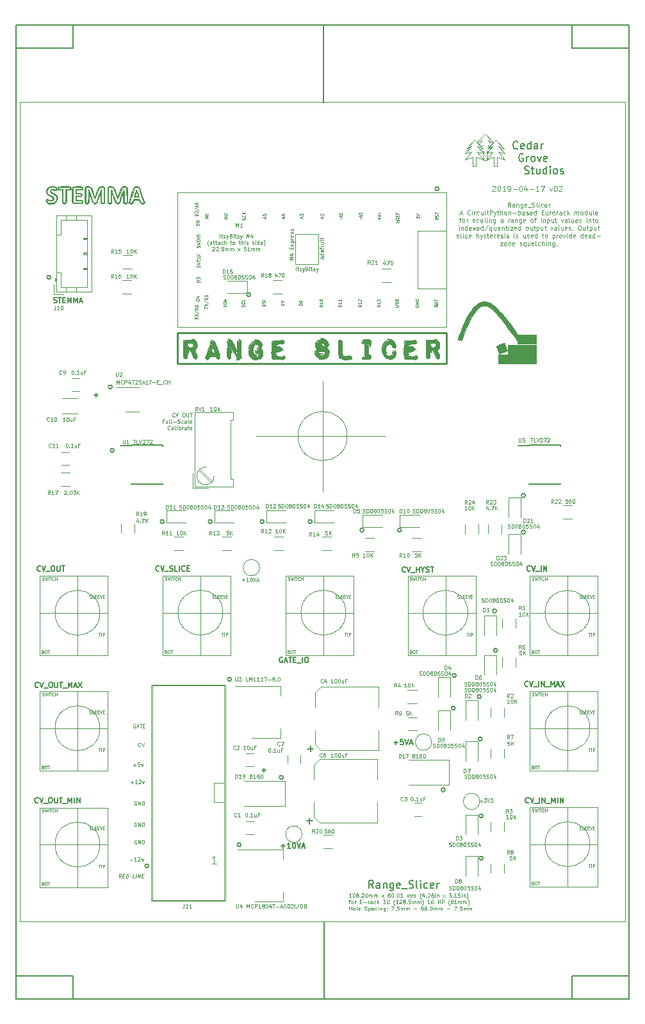
<source format=gto>
G04 #@! TF.GenerationSoftware,KiCad,Pcbnew,(5.0.0-rc2-dev-444-g2974a2c10)*
G04 #@! TF.CreationDate,2019-06-05T22:24:42-07:00*
G04 #@! TF.ProjectId,2019-04-06_Range_Slicer_PCB,323031392D30342D30365F52616E6765,v02*
G04 #@! TF.SameCoordinates,Original*
G04 #@! TF.FileFunction,Legend,Top*
G04 #@! TF.FilePolarity,Positive*
%FSLAX46Y46*%
G04 Gerber Fmt 4.6, Leading zero omitted, Abs format (unit mm)*
G04 Created by KiCad (PCBNEW (5.0.0-rc2-dev-444-g2974a2c10)) date 06/05/19 22:24:42*
%MOMM*%
%LPD*%
G01*
G04 APERTURE LIST*
%ADD10C,0.200000*%
%ADD11C,0.150000*%
%ADD12C,0.120000*%
%ADD13C,0.250000*%
%ADD14C,0.100000*%
%ADD15C,0.010000*%
%ADD16C,0.080000*%
G04 APERTURE END LIST*
D10*
X168500000Y-155500000D02*
X176000000Y-155500000D01*
X168500000Y-155500000D02*
X168500000Y-158500000D01*
X95000000Y-158550000D02*
X176000000Y-158550000D01*
X102500000Y-155500000D02*
X102500000Y-158500000D01*
X95000000Y-155500000D02*
X102500000Y-155500000D01*
X95000000Y-30000000D02*
X95000000Y-158500000D01*
X95000000Y-33000000D02*
X102500000Y-33000000D01*
X102500000Y-30000000D02*
X102500000Y-33000000D01*
X95000000Y-30000000D02*
X176000000Y-30000000D01*
X176000000Y-30000000D02*
X176000000Y-158500000D01*
X168500000Y-30000000D02*
X168500000Y-33000000D01*
X168500000Y-33000000D02*
X176000000Y-33000000D01*
X135600000Y-40200000D02*
X135600000Y-30050000D01*
X135700000Y-158550000D02*
X135700000Y-148400000D01*
X162310000Y-92093000D02*
G75*
G03X162310000Y-92093000I-254000J0D01*
G01*
X162310000Y-96919000D02*
G75*
G03X162310000Y-96919000I-254000J0D01*
G01*
D11*
X130203000Y-113460000D02*
X130136333Y-113426666D01*
X130036333Y-113426666D01*
X129936333Y-113460000D01*
X129869666Y-113526666D01*
X129836333Y-113593333D01*
X129803000Y-113726666D01*
X129803000Y-113826666D01*
X129836333Y-113960000D01*
X129869666Y-114026666D01*
X129936333Y-114093333D01*
X130036333Y-114126666D01*
X130103000Y-114126666D01*
X130203000Y-114093333D01*
X130236333Y-114060000D01*
X130236333Y-113826666D01*
X130103000Y-113826666D01*
X130503000Y-113926666D02*
X130836333Y-113926666D01*
X130436333Y-114126666D02*
X130669666Y-113426666D01*
X130903000Y-114126666D01*
X131036333Y-113426666D02*
X131436333Y-113426666D01*
X131236333Y-114126666D02*
X131236333Y-113426666D01*
X131669666Y-113760000D02*
X131903000Y-113760000D01*
X132003000Y-114126666D02*
X131669666Y-114126666D01*
X131669666Y-113426666D01*
X132003000Y-113426666D01*
X132136333Y-114193333D02*
X132669666Y-114193333D01*
X132836333Y-114126666D02*
X132836333Y-113426666D01*
X133303000Y-113426666D02*
X133436333Y-113426666D01*
X133503000Y-113460000D01*
X133569666Y-113526666D01*
X133603000Y-113660000D01*
X133603000Y-113893333D01*
X133569666Y-114026666D01*
X133503000Y-114093333D01*
X133436333Y-114126666D01*
X133303000Y-114126666D01*
X133236333Y-114093333D01*
X133169666Y-114026666D01*
X133136333Y-113893333D01*
X133136333Y-113660000D01*
X133169666Y-113526666D01*
X133236333Y-113460000D01*
X133303000Y-113426666D01*
D12*
X160350000Y-53971428D02*
X160150000Y-53685714D01*
X160007142Y-53971428D02*
X160007142Y-53371428D01*
X160235714Y-53371428D01*
X160292857Y-53400000D01*
X160321428Y-53428571D01*
X160350000Y-53485714D01*
X160350000Y-53571428D01*
X160321428Y-53628571D01*
X160292857Y-53657142D01*
X160235714Y-53685714D01*
X160007142Y-53685714D01*
X160864285Y-53971428D02*
X160864285Y-53657142D01*
X160835714Y-53600000D01*
X160778571Y-53571428D01*
X160664285Y-53571428D01*
X160607142Y-53600000D01*
X160864285Y-53942857D02*
X160807142Y-53971428D01*
X160664285Y-53971428D01*
X160607142Y-53942857D01*
X160578571Y-53885714D01*
X160578571Y-53828571D01*
X160607142Y-53771428D01*
X160664285Y-53742857D01*
X160807142Y-53742857D01*
X160864285Y-53714285D01*
X161150000Y-53571428D02*
X161150000Y-53971428D01*
X161150000Y-53628571D02*
X161178571Y-53600000D01*
X161235714Y-53571428D01*
X161321428Y-53571428D01*
X161378571Y-53600000D01*
X161407142Y-53657142D01*
X161407142Y-53971428D01*
X161950000Y-53571428D02*
X161950000Y-54057142D01*
X161921428Y-54114285D01*
X161892857Y-54142857D01*
X161835714Y-54171428D01*
X161750000Y-54171428D01*
X161692857Y-54142857D01*
X161950000Y-53942857D02*
X161892857Y-53971428D01*
X161778571Y-53971428D01*
X161721428Y-53942857D01*
X161692857Y-53914285D01*
X161664285Y-53857142D01*
X161664285Y-53685714D01*
X161692857Y-53628571D01*
X161721428Y-53600000D01*
X161778571Y-53571428D01*
X161892857Y-53571428D01*
X161950000Y-53600000D01*
X162464285Y-53942857D02*
X162407142Y-53971428D01*
X162292857Y-53971428D01*
X162235714Y-53942857D01*
X162207142Y-53885714D01*
X162207142Y-53657142D01*
X162235714Y-53600000D01*
X162292857Y-53571428D01*
X162407142Y-53571428D01*
X162464285Y-53600000D01*
X162492857Y-53657142D01*
X162492857Y-53714285D01*
X162207142Y-53771428D01*
X162607142Y-54028571D02*
X163064285Y-54028571D01*
X163178571Y-53942857D02*
X163264285Y-53971428D01*
X163407142Y-53971428D01*
X163464285Y-53942857D01*
X163492857Y-53914285D01*
X163521428Y-53857142D01*
X163521428Y-53800000D01*
X163492857Y-53742857D01*
X163464285Y-53714285D01*
X163407142Y-53685714D01*
X163292857Y-53657142D01*
X163235714Y-53628571D01*
X163207142Y-53600000D01*
X163178571Y-53542857D01*
X163178571Y-53485714D01*
X163207142Y-53428571D01*
X163235714Y-53400000D01*
X163292857Y-53371428D01*
X163435714Y-53371428D01*
X163521428Y-53400000D01*
X163864285Y-53971428D02*
X163807142Y-53942857D01*
X163778571Y-53885714D01*
X163778571Y-53371428D01*
X164092857Y-53971428D02*
X164092857Y-53571428D01*
X164092857Y-53371428D02*
X164064285Y-53400000D01*
X164092857Y-53428571D01*
X164121428Y-53400000D01*
X164092857Y-53371428D01*
X164092857Y-53428571D01*
X164635714Y-53942857D02*
X164578571Y-53971428D01*
X164464285Y-53971428D01*
X164407142Y-53942857D01*
X164378571Y-53914285D01*
X164350000Y-53857142D01*
X164350000Y-53685714D01*
X164378571Y-53628571D01*
X164407142Y-53600000D01*
X164464285Y-53571428D01*
X164578571Y-53571428D01*
X164635714Y-53600000D01*
X165121428Y-53942857D02*
X165064285Y-53971428D01*
X164950000Y-53971428D01*
X164892857Y-53942857D01*
X164864285Y-53885714D01*
X164864285Y-53657142D01*
X164892857Y-53600000D01*
X164950000Y-53571428D01*
X165064285Y-53571428D01*
X165121428Y-53600000D01*
X165150000Y-53657142D01*
X165150000Y-53714285D01*
X164864285Y-53771428D01*
X165407142Y-53971428D02*
X165407142Y-53571428D01*
X165407142Y-53685714D02*
X165435714Y-53628571D01*
X165464285Y-53600000D01*
X165521428Y-53571428D01*
X165578571Y-53571428D01*
X153664285Y-54820000D02*
X153950000Y-54820000D01*
X153607142Y-54991428D02*
X153807142Y-54391428D01*
X154007142Y-54991428D01*
X155007142Y-54934285D02*
X154978571Y-54962857D01*
X154892857Y-54991428D01*
X154835714Y-54991428D01*
X154750000Y-54962857D01*
X154692857Y-54905714D01*
X154664285Y-54848571D01*
X154635714Y-54734285D01*
X154635714Y-54648571D01*
X154664285Y-54534285D01*
X154692857Y-54477142D01*
X154750000Y-54420000D01*
X154835714Y-54391428D01*
X154892857Y-54391428D01*
X154978571Y-54420000D01*
X155007142Y-54448571D01*
X155264285Y-54991428D02*
X155264285Y-54591428D01*
X155264285Y-54391428D02*
X155235714Y-54420000D01*
X155264285Y-54448571D01*
X155292857Y-54420000D01*
X155264285Y-54391428D01*
X155264285Y-54448571D01*
X155550000Y-54991428D02*
X155550000Y-54591428D01*
X155550000Y-54705714D02*
X155578571Y-54648571D01*
X155607142Y-54620000D01*
X155664285Y-54591428D01*
X155721428Y-54591428D01*
X156178571Y-54962857D02*
X156121428Y-54991428D01*
X156007142Y-54991428D01*
X155950000Y-54962857D01*
X155921428Y-54934285D01*
X155892857Y-54877142D01*
X155892857Y-54705714D01*
X155921428Y-54648571D01*
X155950000Y-54620000D01*
X156007142Y-54591428D01*
X156121428Y-54591428D01*
X156178571Y-54620000D01*
X156692857Y-54591428D02*
X156692857Y-54991428D01*
X156435714Y-54591428D02*
X156435714Y-54905714D01*
X156464285Y-54962857D01*
X156521428Y-54991428D01*
X156607142Y-54991428D01*
X156664285Y-54962857D01*
X156692857Y-54934285D01*
X156978571Y-54991428D02*
X156978571Y-54591428D01*
X156978571Y-54391428D02*
X156950000Y-54420000D01*
X156978571Y-54448571D01*
X157007142Y-54420000D01*
X156978571Y-54391428D01*
X156978571Y-54448571D01*
X157178571Y-54591428D02*
X157407142Y-54591428D01*
X157264285Y-54391428D02*
X157264285Y-54905714D01*
X157292857Y-54962857D01*
X157350000Y-54991428D01*
X157407142Y-54991428D01*
X157607142Y-54991428D02*
X157607142Y-54391428D01*
X157835714Y-54391428D01*
X157892857Y-54420000D01*
X157921428Y-54448571D01*
X157950000Y-54505714D01*
X157950000Y-54591428D01*
X157921428Y-54648571D01*
X157892857Y-54677142D01*
X157835714Y-54705714D01*
X157607142Y-54705714D01*
X158150000Y-54591428D02*
X158292857Y-54991428D01*
X158435714Y-54591428D02*
X158292857Y-54991428D01*
X158235714Y-55134285D01*
X158207142Y-55162857D01*
X158150000Y-55191428D01*
X158578571Y-54591428D02*
X158807142Y-54591428D01*
X158664285Y-54391428D02*
X158664285Y-54905714D01*
X158692857Y-54962857D01*
X158750000Y-54991428D01*
X158807142Y-54991428D01*
X159007142Y-54991428D02*
X159007142Y-54391428D01*
X159264285Y-54991428D02*
X159264285Y-54677142D01*
X159235714Y-54620000D01*
X159178571Y-54591428D01*
X159092857Y-54591428D01*
X159035714Y-54620000D01*
X159007142Y-54648571D01*
X159635714Y-54991428D02*
X159578571Y-54962857D01*
X159550000Y-54934285D01*
X159521428Y-54877142D01*
X159521428Y-54705714D01*
X159550000Y-54648571D01*
X159578571Y-54620000D01*
X159635714Y-54591428D01*
X159721428Y-54591428D01*
X159778571Y-54620000D01*
X159807142Y-54648571D01*
X159835714Y-54705714D01*
X159835714Y-54877142D01*
X159807142Y-54934285D01*
X159778571Y-54962857D01*
X159721428Y-54991428D01*
X159635714Y-54991428D01*
X160092857Y-54591428D02*
X160092857Y-54991428D01*
X160092857Y-54648571D02*
X160121428Y-54620000D01*
X160178571Y-54591428D01*
X160264285Y-54591428D01*
X160321428Y-54620000D01*
X160350000Y-54677142D01*
X160350000Y-54991428D01*
X160635714Y-54762857D02*
X161092857Y-54762857D01*
X161378571Y-54991428D02*
X161378571Y-54391428D01*
X161378571Y-54620000D02*
X161435714Y-54591428D01*
X161550000Y-54591428D01*
X161607142Y-54620000D01*
X161635714Y-54648571D01*
X161664285Y-54705714D01*
X161664285Y-54877142D01*
X161635714Y-54934285D01*
X161607142Y-54962857D01*
X161550000Y-54991428D01*
X161435714Y-54991428D01*
X161378571Y-54962857D01*
X162178571Y-54991428D02*
X162178571Y-54677142D01*
X162150000Y-54620000D01*
X162092857Y-54591428D01*
X161978571Y-54591428D01*
X161921428Y-54620000D01*
X162178571Y-54962857D02*
X162121428Y-54991428D01*
X161978571Y-54991428D01*
X161921428Y-54962857D01*
X161892857Y-54905714D01*
X161892857Y-54848571D01*
X161921428Y-54791428D01*
X161978571Y-54762857D01*
X162121428Y-54762857D01*
X162178571Y-54734285D01*
X162435714Y-54962857D02*
X162492857Y-54991428D01*
X162607142Y-54991428D01*
X162664285Y-54962857D01*
X162692857Y-54905714D01*
X162692857Y-54877142D01*
X162664285Y-54820000D01*
X162607142Y-54791428D01*
X162521428Y-54791428D01*
X162464285Y-54762857D01*
X162435714Y-54705714D01*
X162435714Y-54677142D01*
X162464285Y-54620000D01*
X162521428Y-54591428D01*
X162607142Y-54591428D01*
X162664285Y-54620000D01*
X163178571Y-54962857D02*
X163121428Y-54991428D01*
X163007142Y-54991428D01*
X162950000Y-54962857D01*
X162921428Y-54905714D01*
X162921428Y-54677142D01*
X162950000Y-54620000D01*
X163007142Y-54591428D01*
X163121428Y-54591428D01*
X163178571Y-54620000D01*
X163207142Y-54677142D01*
X163207142Y-54734285D01*
X162921428Y-54791428D01*
X163721428Y-54991428D02*
X163721428Y-54391428D01*
X163721428Y-54962857D02*
X163664285Y-54991428D01*
X163550000Y-54991428D01*
X163492857Y-54962857D01*
X163464285Y-54934285D01*
X163435714Y-54877142D01*
X163435714Y-54705714D01*
X163464285Y-54648571D01*
X163492857Y-54620000D01*
X163550000Y-54591428D01*
X163664285Y-54591428D01*
X163721428Y-54620000D01*
X164464285Y-54677142D02*
X164664285Y-54677142D01*
X164750000Y-54991428D02*
X164464285Y-54991428D01*
X164464285Y-54391428D01*
X164750000Y-54391428D01*
X165264285Y-54591428D02*
X165264285Y-54991428D01*
X165007142Y-54591428D02*
X165007142Y-54905714D01*
X165035714Y-54962857D01*
X165092857Y-54991428D01*
X165178571Y-54991428D01*
X165235714Y-54962857D01*
X165264285Y-54934285D01*
X165550000Y-54991428D02*
X165550000Y-54591428D01*
X165550000Y-54705714D02*
X165578571Y-54648571D01*
X165607142Y-54620000D01*
X165664285Y-54591428D01*
X165721428Y-54591428D01*
X166007142Y-54991428D02*
X165950000Y-54962857D01*
X165921428Y-54934285D01*
X165892857Y-54877142D01*
X165892857Y-54705714D01*
X165921428Y-54648571D01*
X165950000Y-54620000D01*
X166007142Y-54591428D01*
X166092857Y-54591428D01*
X166150000Y-54620000D01*
X166178571Y-54648571D01*
X166207142Y-54705714D01*
X166207142Y-54877142D01*
X166178571Y-54934285D01*
X166150000Y-54962857D01*
X166092857Y-54991428D01*
X166007142Y-54991428D01*
X166464285Y-54991428D02*
X166464285Y-54591428D01*
X166464285Y-54705714D02*
X166492857Y-54648571D01*
X166521428Y-54620000D01*
X166578571Y-54591428D01*
X166635714Y-54591428D01*
X167092857Y-54991428D02*
X167092857Y-54677142D01*
X167064285Y-54620000D01*
X167007142Y-54591428D01*
X166892857Y-54591428D01*
X166835714Y-54620000D01*
X167092857Y-54962857D02*
X167035714Y-54991428D01*
X166892857Y-54991428D01*
X166835714Y-54962857D01*
X166807142Y-54905714D01*
X166807142Y-54848571D01*
X166835714Y-54791428D01*
X166892857Y-54762857D01*
X167035714Y-54762857D01*
X167092857Y-54734285D01*
X167635714Y-54962857D02*
X167578571Y-54991428D01*
X167464285Y-54991428D01*
X167407142Y-54962857D01*
X167378571Y-54934285D01*
X167350000Y-54877142D01*
X167350000Y-54705714D01*
X167378571Y-54648571D01*
X167407142Y-54620000D01*
X167464285Y-54591428D01*
X167578571Y-54591428D01*
X167635714Y-54620000D01*
X167892857Y-54991428D02*
X167892857Y-54391428D01*
X167950000Y-54762857D02*
X168121428Y-54991428D01*
X168121428Y-54591428D02*
X167892857Y-54820000D01*
X168835714Y-54991428D02*
X168835714Y-54591428D01*
X168835714Y-54648571D02*
X168864285Y-54620000D01*
X168921428Y-54591428D01*
X169007142Y-54591428D01*
X169064285Y-54620000D01*
X169092857Y-54677142D01*
X169092857Y-54991428D01*
X169092857Y-54677142D02*
X169121428Y-54620000D01*
X169178571Y-54591428D01*
X169264285Y-54591428D01*
X169321428Y-54620000D01*
X169350000Y-54677142D01*
X169350000Y-54991428D01*
X169721428Y-54991428D02*
X169664285Y-54962857D01*
X169635714Y-54934285D01*
X169607142Y-54877142D01*
X169607142Y-54705714D01*
X169635714Y-54648571D01*
X169664285Y-54620000D01*
X169721428Y-54591428D01*
X169807142Y-54591428D01*
X169864285Y-54620000D01*
X169892857Y-54648571D01*
X169921428Y-54705714D01*
X169921428Y-54877142D01*
X169892857Y-54934285D01*
X169864285Y-54962857D01*
X169807142Y-54991428D01*
X169721428Y-54991428D01*
X170435714Y-54991428D02*
X170435714Y-54391428D01*
X170435714Y-54962857D02*
X170378571Y-54991428D01*
X170264285Y-54991428D01*
X170207142Y-54962857D01*
X170178571Y-54934285D01*
X170150000Y-54877142D01*
X170150000Y-54705714D01*
X170178571Y-54648571D01*
X170207142Y-54620000D01*
X170264285Y-54591428D01*
X170378571Y-54591428D01*
X170435714Y-54620000D01*
X170978571Y-54591428D02*
X170978571Y-54991428D01*
X170721428Y-54591428D02*
X170721428Y-54905714D01*
X170750000Y-54962857D01*
X170807142Y-54991428D01*
X170892857Y-54991428D01*
X170950000Y-54962857D01*
X170978571Y-54934285D01*
X171350000Y-54991428D02*
X171292857Y-54962857D01*
X171264285Y-54905714D01*
X171264285Y-54391428D01*
X171807142Y-54962857D02*
X171750000Y-54991428D01*
X171635714Y-54991428D01*
X171578571Y-54962857D01*
X171550000Y-54905714D01*
X171550000Y-54677142D01*
X171578571Y-54620000D01*
X171635714Y-54591428D01*
X171750000Y-54591428D01*
X171807142Y-54620000D01*
X171835714Y-54677142D01*
X171835714Y-54734285D01*
X171550000Y-54791428D01*
X153578571Y-55611428D02*
X153807142Y-55611428D01*
X153664285Y-56011428D02*
X153664285Y-55497142D01*
X153692857Y-55440000D01*
X153750000Y-55411428D01*
X153807142Y-55411428D01*
X154092857Y-56011428D02*
X154035714Y-55982857D01*
X154007142Y-55954285D01*
X153978571Y-55897142D01*
X153978571Y-55725714D01*
X154007142Y-55668571D01*
X154035714Y-55640000D01*
X154092857Y-55611428D01*
X154178571Y-55611428D01*
X154235714Y-55640000D01*
X154264285Y-55668571D01*
X154292857Y-55725714D01*
X154292857Y-55897142D01*
X154264285Y-55954285D01*
X154235714Y-55982857D01*
X154178571Y-56011428D01*
X154092857Y-56011428D01*
X154550000Y-56011428D02*
X154550000Y-55611428D01*
X154550000Y-55725714D02*
X154578571Y-55668571D01*
X154607142Y-55640000D01*
X154664285Y-55611428D01*
X154721428Y-55611428D01*
X155350000Y-55982857D02*
X155407142Y-56011428D01*
X155521428Y-56011428D01*
X155578571Y-55982857D01*
X155607142Y-55925714D01*
X155607142Y-55897142D01*
X155578571Y-55840000D01*
X155521428Y-55811428D01*
X155435714Y-55811428D01*
X155378571Y-55782857D01*
X155350000Y-55725714D01*
X155350000Y-55697142D01*
X155378571Y-55640000D01*
X155435714Y-55611428D01*
X155521428Y-55611428D01*
X155578571Y-55640000D01*
X156121428Y-55982857D02*
X156064285Y-56011428D01*
X155950000Y-56011428D01*
X155892857Y-55982857D01*
X155864285Y-55954285D01*
X155835714Y-55897142D01*
X155835714Y-55725714D01*
X155864285Y-55668571D01*
X155892857Y-55640000D01*
X155950000Y-55611428D01*
X156064285Y-55611428D01*
X156121428Y-55640000D01*
X156635714Y-56011428D02*
X156635714Y-55697142D01*
X156607142Y-55640000D01*
X156550000Y-55611428D01*
X156435714Y-55611428D01*
X156378571Y-55640000D01*
X156635714Y-55982857D02*
X156578571Y-56011428D01*
X156435714Y-56011428D01*
X156378571Y-55982857D01*
X156350000Y-55925714D01*
X156350000Y-55868571D01*
X156378571Y-55811428D01*
X156435714Y-55782857D01*
X156578571Y-55782857D01*
X156635714Y-55754285D01*
X157007142Y-56011428D02*
X156950000Y-55982857D01*
X156921428Y-55925714D01*
X156921428Y-55411428D01*
X157235714Y-56011428D02*
X157235714Y-55611428D01*
X157235714Y-55411428D02*
X157207142Y-55440000D01*
X157235714Y-55468571D01*
X157264285Y-55440000D01*
X157235714Y-55411428D01*
X157235714Y-55468571D01*
X157521428Y-55611428D02*
X157521428Y-56011428D01*
X157521428Y-55668571D02*
X157550000Y-55640000D01*
X157607142Y-55611428D01*
X157692857Y-55611428D01*
X157750000Y-55640000D01*
X157778571Y-55697142D01*
X157778571Y-56011428D01*
X158321428Y-55611428D02*
X158321428Y-56097142D01*
X158292857Y-56154285D01*
X158264285Y-56182857D01*
X158207142Y-56211428D01*
X158121428Y-56211428D01*
X158064285Y-56182857D01*
X158321428Y-55982857D02*
X158264285Y-56011428D01*
X158150000Y-56011428D01*
X158092857Y-55982857D01*
X158064285Y-55954285D01*
X158035714Y-55897142D01*
X158035714Y-55725714D01*
X158064285Y-55668571D01*
X158092857Y-55640000D01*
X158150000Y-55611428D01*
X158264285Y-55611428D01*
X158321428Y-55640000D01*
X159321428Y-56011428D02*
X159321428Y-55697142D01*
X159292857Y-55640000D01*
X159235714Y-55611428D01*
X159121428Y-55611428D01*
X159064285Y-55640000D01*
X159321428Y-55982857D02*
X159264285Y-56011428D01*
X159121428Y-56011428D01*
X159064285Y-55982857D01*
X159035714Y-55925714D01*
X159035714Y-55868571D01*
X159064285Y-55811428D01*
X159121428Y-55782857D01*
X159264285Y-55782857D01*
X159321428Y-55754285D01*
X160064285Y-56011428D02*
X160064285Y-55611428D01*
X160064285Y-55725714D02*
X160092857Y-55668571D01*
X160121428Y-55640000D01*
X160178571Y-55611428D01*
X160235714Y-55611428D01*
X160692857Y-56011428D02*
X160692857Y-55697142D01*
X160664285Y-55640000D01*
X160607142Y-55611428D01*
X160492857Y-55611428D01*
X160435714Y-55640000D01*
X160692857Y-55982857D02*
X160635714Y-56011428D01*
X160492857Y-56011428D01*
X160435714Y-55982857D01*
X160407142Y-55925714D01*
X160407142Y-55868571D01*
X160435714Y-55811428D01*
X160492857Y-55782857D01*
X160635714Y-55782857D01*
X160692857Y-55754285D01*
X160978571Y-55611428D02*
X160978571Y-56011428D01*
X160978571Y-55668571D02*
X161007142Y-55640000D01*
X161064285Y-55611428D01*
X161150000Y-55611428D01*
X161207142Y-55640000D01*
X161235714Y-55697142D01*
X161235714Y-56011428D01*
X161778571Y-55611428D02*
X161778571Y-56097142D01*
X161750000Y-56154285D01*
X161721428Y-56182857D01*
X161664285Y-56211428D01*
X161578571Y-56211428D01*
X161521428Y-56182857D01*
X161778571Y-55982857D02*
X161721428Y-56011428D01*
X161607142Y-56011428D01*
X161550000Y-55982857D01*
X161521428Y-55954285D01*
X161492857Y-55897142D01*
X161492857Y-55725714D01*
X161521428Y-55668571D01*
X161550000Y-55640000D01*
X161607142Y-55611428D01*
X161721428Y-55611428D01*
X161778571Y-55640000D01*
X162292857Y-55982857D02*
X162235714Y-56011428D01*
X162121428Y-56011428D01*
X162064285Y-55982857D01*
X162035714Y-55925714D01*
X162035714Y-55697142D01*
X162064285Y-55640000D01*
X162121428Y-55611428D01*
X162235714Y-55611428D01*
X162292857Y-55640000D01*
X162321428Y-55697142D01*
X162321428Y-55754285D01*
X162035714Y-55811428D01*
X163121428Y-56011428D02*
X163064285Y-55982857D01*
X163035714Y-55954285D01*
X163007142Y-55897142D01*
X163007142Y-55725714D01*
X163035714Y-55668571D01*
X163064285Y-55640000D01*
X163121428Y-55611428D01*
X163207142Y-55611428D01*
X163264285Y-55640000D01*
X163292857Y-55668571D01*
X163321428Y-55725714D01*
X163321428Y-55897142D01*
X163292857Y-55954285D01*
X163264285Y-55982857D01*
X163207142Y-56011428D01*
X163121428Y-56011428D01*
X163492857Y-55611428D02*
X163721428Y-55611428D01*
X163578571Y-56011428D02*
X163578571Y-55497142D01*
X163607142Y-55440000D01*
X163664285Y-55411428D01*
X163721428Y-55411428D01*
X164378571Y-56011428D02*
X164378571Y-55611428D01*
X164378571Y-55411428D02*
X164350000Y-55440000D01*
X164378571Y-55468571D01*
X164407142Y-55440000D01*
X164378571Y-55411428D01*
X164378571Y-55468571D01*
X164664285Y-55611428D02*
X164664285Y-56011428D01*
X164664285Y-55668571D02*
X164692857Y-55640000D01*
X164750000Y-55611428D01*
X164835714Y-55611428D01*
X164892857Y-55640000D01*
X164921428Y-55697142D01*
X164921428Y-56011428D01*
X165207142Y-55611428D02*
X165207142Y-56211428D01*
X165207142Y-55640000D02*
X165264285Y-55611428D01*
X165378571Y-55611428D01*
X165435714Y-55640000D01*
X165464285Y-55668571D01*
X165492857Y-55725714D01*
X165492857Y-55897142D01*
X165464285Y-55954285D01*
X165435714Y-55982857D01*
X165378571Y-56011428D01*
X165264285Y-56011428D01*
X165207142Y-55982857D01*
X166007142Y-55611428D02*
X166007142Y-56011428D01*
X165750000Y-55611428D02*
X165750000Y-55925714D01*
X165778571Y-55982857D01*
X165835714Y-56011428D01*
X165921428Y-56011428D01*
X165978571Y-55982857D01*
X166007142Y-55954285D01*
X166207142Y-55611428D02*
X166435714Y-55611428D01*
X166292857Y-55411428D02*
X166292857Y-55925714D01*
X166321428Y-55982857D01*
X166378571Y-56011428D01*
X166435714Y-56011428D01*
X167035714Y-55611428D02*
X167178571Y-56011428D01*
X167321428Y-55611428D01*
X167807142Y-56011428D02*
X167807142Y-55697142D01*
X167778571Y-55640000D01*
X167721428Y-55611428D01*
X167607142Y-55611428D01*
X167550000Y-55640000D01*
X167807142Y-55982857D02*
X167750000Y-56011428D01*
X167607142Y-56011428D01*
X167550000Y-55982857D01*
X167521428Y-55925714D01*
X167521428Y-55868571D01*
X167550000Y-55811428D01*
X167607142Y-55782857D01*
X167750000Y-55782857D01*
X167807142Y-55754285D01*
X168178571Y-56011428D02*
X168121428Y-55982857D01*
X168092857Y-55925714D01*
X168092857Y-55411428D01*
X168664285Y-55611428D02*
X168664285Y-56011428D01*
X168407142Y-55611428D02*
X168407142Y-55925714D01*
X168435714Y-55982857D01*
X168492857Y-56011428D01*
X168578571Y-56011428D01*
X168635714Y-55982857D01*
X168664285Y-55954285D01*
X169178571Y-55982857D02*
X169121428Y-56011428D01*
X169007142Y-56011428D01*
X168950000Y-55982857D01*
X168921428Y-55925714D01*
X168921428Y-55697142D01*
X168950000Y-55640000D01*
X169007142Y-55611428D01*
X169121428Y-55611428D01*
X169178571Y-55640000D01*
X169207142Y-55697142D01*
X169207142Y-55754285D01*
X168921428Y-55811428D01*
X169435714Y-55982857D02*
X169492857Y-56011428D01*
X169607142Y-56011428D01*
X169664285Y-55982857D01*
X169692857Y-55925714D01*
X169692857Y-55897142D01*
X169664285Y-55840000D01*
X169607142Y-55811428D01*
X169521428Y-55811428D01*
X169464285Y-55782857D01*
X169435714Y-55725714D01*
X169435714Y-55697142D01*
X169464285Y-55640000D01*
X169521428Y-55611428D01*
X169607142Y-55611428D01*
X169664285Y-55640000D01*
X170407142Y-56011428D02*
X170407142Y-55611428D01*
X170407142Y-55411428D02*
X170378571Y-55440000D01*
X170407142Y-55468571D01*
X170435714Y-55440000D01*
X170407142Y-55411428D01*
X170407142Y-55468571D01*
X170692857Y-55611428D02*
X170692857Y-56011428D01*
X170692857Y-55668571D02*
X170721428Y-55640000D01*
X170778571Y-55611428D01*
X170864285Y-55611428D01*
X170921428Y-55640000D01*
X170950000Y-55697142D01*
X170950000Y-56011428D01*
X171150000Y-55611428D02*
X171378571Y-55611428D01*
X171235714Y-55411428D02*
X171235714Y-55925714D01*
X171264285Y-55982857D01*
X171321428Y-56011428D01*
X171378571Y-56011428D01*
X171664285Y-56011428D02*
X171607142Y-55982857D01*
X171578571Y-55954285D01*
X171550000Y-55897142D01*
X171550000Y-55725714D01*
X171578571Y-55668571D01*
X171607142Y-55640000D01*
X171664285Y-55611428D01*
X171750000Y-55611428D01*
X171807142Y-55640000D01*
X171835714Y-55668571D01*
X171864285Y-55725714D01*
X171864285Y-55897142D01*
X171835714Y-55954285D01*
X171807142Y-55982857D01*
X171750000Y-56011428D01*
X171664285Y-56011428D01*
X153535714Y-57031428D02*
X153535714Y-56631428D01*
X153535714Y-56431428D02*
X153507142Y-56460000D01*
X153535714Y-56488571D01*
X153564285Y-56460000D01*
X153535714Y-56431428D01*
X153535714Y-56488571D01*
X153821428Y-56631428D02*
X153821428Y-57031428D01*
X153821428Y-56688571D02*
X153850000Y-56660000D01*
X153907142Y-56631428D01*
X153992857Y-56631428D01*
X154050000Y-56660000D01*
X154078571Y-56717142D01*
X154078571Y-57031428D01*
X154621428Y-57031428D02*
X154621428Y-56431428D01*
X154621428Y-57002857D02*
X154564285Y-57031428D01*
X154450000Y-57031428D01*
X154392857Y-57002857D01*
X154364285Y-56974285D01*
X154335714Y-56917142D01*
X154335714Y-56745714D01*
X154364285Y-56688571D01*
X154392857Y-56660000D01*
X154450000Y-56631428D01*
X154564285Y-56631428D01*
X154621428Y-56660000D01*
X155135714Y-57002857D02*
X155078571Y-57031428D01*
X154964285Y-57031428D01*
X154907142Y-57002857D01*
X154878571Y-56945714D01*
X154878571Y-56717142D01*
X154907142Y-56660000D01*
X154964285Y-56631428D01*
X155078571Y-56631428D01*
X155135714Y-56660000D01*
X155164285Y-56717142D01*
X155164285Y-56774285D01*
X154878571Y-56831428D01*
X155364285Y-57031428D02*
X155678571Y-56631428D01*
X155364285Y-56631428D02*
X155678571Y-57031428D01*
X156135714Y-57002857D02*
X156078571Y-57031428D01*
X155964285Y-57031428D01*
X155907142Y-57002857D01*
X155878571Y-56945714D01*
X155878571Y-56717142D01*
X155907142Y-56660000D01*
X155964285Y-56631428D01*
X156078571Y-56631428D01*
X156135714Y-56660000D01*
X156164285Y-56717142D01*
X156164285Y-56774285D01*
X155878571Y-56831428D01*
X156678571Y-57031428D02*
X156678571Y-56431428D01*
X156678571Y-57002857D02*
X156621428Y-57031428D01*
X156507142Y-57031428D01*
X156450000Y-57002857D01*
X156421428Y-56974285D01*
X156392857Y-56917142D01*
X156392857Y-56745714D01*
X156421428Y-56688571D01*
X156450000Y-56660000D01*
X156507142Y-56631428D01*
X156621428Y-56631428D01*
X156678571Y-56660000D01*
X157392857Y-56402857D02*
X156878571Y-57174285D01*
X157850000Y-56631428D02*
X157850000Y-57231428D01*
X157850000Y-57002857D02*
X157792857Y-57031428D01*
X157678571Y-57031428D01*
X157621428Y-57002857D01*
X157592857Y-56974285D01*
X157564285Y-56917142D01*
X157564285Y-56745714D01*
X157592857Y-56688571D01*
X157621428Y-56660000D01*
X157678571Y-56631428D01*
X157792857Y-56631428D01*
X157850000Y-56660000D01*
X158392857Y-56631428D02*
X158392857Y-57031428D01*
X158135714Y-56631428D02*
X158135714Y-56945714D01*
X158164285Y-57002857D01*
X158221428Y-57031428D01*
X158307142Y-57031428D01*
X158364285Y-57002857D01*
X158392857Y-56974285D01*
X158935714Y-57031428D02*
X158935714Y-56717142D01*
X158907142Y-56660000D01*
X158850000Y-56631428D01*
X158735714Y-56631428D01*
X158678571Y-56660000D01*
X158935714Y-57002857D02*
X158878571Y-57031428D01*
X158735714Y-57031428D01*
X158678571Y-57002857D01*
X158650000Y-56945714D01*
X158650000Y-56888571D01*
X158678571Y-56831428D01*
X158735714Y-56802857D01*
X158878571Y-56802857D01*
X158935714Y-56774285D01*
X159221428Y-56631428D02*
X159221428Y-57031428D01*
X159221428Y-56688571D02*
X159250000Y-56660000D01*
X159307142Y-56631428D01*
X159392857Y-56631428D01*
X159450000Y-56660000D01*
X159478571Y-56717142D01*
X159478571Y-57031428D01*
X159678571Y-56631428D02*
X159907142Y-56631428D01*
X159764285Y-56431428D02*
X159764285Y-56945714D01*
X159792857Y-57002857D01*
X159850000Y-57031428D01*
X159907142Y-57031428D01*
X160107142Y-57031428D02*
X160107142Y-56631428D01*
X160107142Y-56431428D02*
X160078571Y-56460000D01*
X160107142Y-56488571D01*
X160135714Y-56460000D01*
X160107142Y-56431428D01*
X160107142Y-56488571D01*
X160335714Y-56631428D02*
X160650000Y-56631428D01*
X160335714Y-57031428D01*
X160650000Y-57031428D01*
X161107142Y-57002857D02*
X161050000Y-57031428D01*
X160935714Y-57031428D01*
X160878571Y-57002857D01*
X160850000Y-56945714D01*
X160850000Y-56717142D01*
X160878571Y-56660000D01*
X160935714Y-56631428D01*
X161050000Y-56631428D01*
X161107142Y-56660000D01*
X161135714Y-56717142D01*
X161135714Y-56774285D01*
X160850000Y-56831428D01*
X161650000Y-57031428D02*
X161650000Y-56431428D01*
X161650000Y-57002857D02*
X161592857Y-57031428D01*
X161478571Y-57031428D01*
X161421428Y-57002857D01*
X161392857Y-56974285D01*
X161364285Y-56917142D01*
X161364285Y-56745714D01*
X161392857Y-56688571D01*
X161421428Y-56660000D01*
X161478571Y-56631428D01*
X161592857Y-56631428D01*
X161650000Y-56660000D01*
X162478571Y-57031428D02*
X162421428Y-57002857D01*
X162392857Y-56974285D01*
X162364285Y-56917142D01*
X162364285Y-56745714D01*
X162392857Y-56688571D01*
X162421428Y-56660000D01*
X162478571Y-56631428D01*
X162564285Y-56631428D01*
X162621428Y-56660000D01*
X162650000Y-56688571D01*
X162678571Y-56745714D01*
X162678571Y-56917142D01*
X162650000Y-56974285D01*
X162621428Y-57002857D01*
X162564285Y-57031428D01*
X162478571Y-57031428D01*
X163192857Y-56631428D02*
X163192857Y-57031428D01*
X162935714Y-56631428D02*
X162935714Y-56945714D01*
X162964285Y-57002857D01*
X163021428Y-57031428D01*
X163107142Y-57031428D01*
X163164285Y-57002857D01*
X163192857Y-56974285D01*
X163392857Y-56631428D02*
X163621428Y-56631428D01*
X163478571Y-56431428D02*
X163478571Y-56945714D01*
X163507142Y-57002857D01*
X163564285Y-57031428D01*
X163621428Y-57031428D01*
X163821428Y-56631428D02*
X163821428Y-57231428D01*
X163821428Y-56660000D02*
X163878571Y-56631428D01*
X163992857Y-56631428D01*
X164050000Y-56660000D01*
X164078571Y-56688571D01*
X164107142Y-56745714D01*
X164107142Y-56917142D01*
X164078571Y-56974285D01*
X164050000Y-57002857D01*
X163992857Y-57031428D01*
X163878571Y-57031428D01*
X163821428Y-57002857D01*
X164621428Y-56631428D02*
X164621428Y-57031428D01*
X164364285Y-56631428D02*
X164364285Y-56945714D01*
X164392857Y-57002857D01*
X164450000Y-57031428D01*
X164535714Y-57031428D01*
X164592857Y-57002857D01*
X164621428Y-56974285D01*
X164821428Y-56631428D02*
X165050000Y-56631428D01*
X164907142Y-56431428D02*
X164907142Y-56945714D01*
X164935714Y-57002857D01*
X164992857Y-57031428D01*
X165050000Y-57031428D01*
X165650000Y-56631428D02*
X165792857Y-57031428D01*
X165935714Y-56631428D01*
X166421428Y-57031428D02*
X166421428Y-56717142D01*
X166392857Y-56660000D01*
X166335714Y-56631428D01*
X166221428Y-56631428D01*
X166164285Y-56660000D01*
X166421428Y-57002857D02*
X166364285Y-57031428D01*
X166221428Y-57031428D01*
X166164285Y-57002857D01*
X166135714Y-56945714D01*
X166135714Y-56888571D01*
X166164285Y-56831428D01*
X166221428Y-56802857D01*
X166364285Y-56802857D01*
X166421428Y-56774285D01*
X166792857Y-57031428D02*
X166735714Y-57002857D01*
X166707142Y-56945714D01*
X166707142Y-56431428D01*
X167278571Y-56631428D02*
X167278571Y-57031428D01*
X167021428Y-56631428D02*
X167021428Y-56945714D01*
X167050000Y-57002857D01*
X167107142Y-57031428D01*
X167192857Y-57031428D01*
X167250000Y-57002857D01*
X167278571Y-56974285D01*
X167792857Y-57002857D02*
X167735714Y-57031428D01*
X167621428Y-57031428D01*
X167564285Y-57002857D01*
X167535714Y-56945714D01*
X167535714Y-56717142D01*
X167564285Y-56660000D01*
X167621428Y-56631428D01*
X167735714Y-56631428D01*
X167792857Y-56660000D01*
X167821428Y-56717142D01*
X167821428Y-56774285D01*
X167535714Y-56831428D01*
X168050000Y-57002857D02*
X168107142Y-57031428D01*
X168221428Y-57031428D01*
X168278571Y-57002857D01*
X168307142Y-56945714D01*
X168307142Y-56917142D01*
X168278571Y-56860000D01*
X168221428Y-56831428D01*
X168135714Y-56831428D01*
X168078571Y-56802857D01*
X168050000Y-56745714D01*
X168050000Y-56717142D01*
X168078571Y-56660000D01*
X168135714Y-56631428D01*
X168221428Y-56631428D01*
X168278571Y-56660000D01*
X168564285Y-56974285D02*
X168592857Y-57002857D01*
X168564285Y-57031428D01*
X168535714Y-57002857D01*
X168564285Y-56974285D01*
X168564285Y-57031428D01*
X169421428Y-56431428D02*
X169535714Y-56431428D01*
X169592857Y-56460000D01*
X169650000Y-56517142D01*
X169678571Y-56631428D01*
X169678571Y-56831428D01*
X169650000Y-56945714D01*
X169592857Y-57002857D01*
X169535714Y-57031428D01*
X169421428Y-57031428D01*
X169364285Y-57002857D01*
X169307142Y-56945714D01*
X169278571Y-56831428D01*
X169278571Y-56631428D01*
X169307142Y-56517142D01*
X169364285Y-56460000D01*
X169421428Y-56431428D01*
X170192857Y-56631428D02*
X170192857Y-57031428D01*
X169935714Y-56631428D02*
X169935714Y-56945714D01*
X169964285Y-57002857D01*
X170021428Y-57031428D01*
X170107142Y-57031428D01*
X170164285Y-57002857D01*
X170192857Y-56974285D01*
X170392857Y-56631428D02*
X170621428Y-56631428D01*
X170478571Y-56431428D02*
X170478571Y-56945714D01*
X170507142Y-57002857D01*
X170564285Y-57031428D01*
X170621428Y-57031428D01*
X170821428Y-56631428D02*
X170821428Y-57231428D01*
X170821428Y-56660000D02*
X170878571Y-56631428D01*
X170992857Y-56631428D01*
X171050000Y-56660000D01*
X171078571Y-56688571D01*
X171107142Y-56745714D01*
X171107142Y-56917142D01*
X171078571Y-56974285D01*
X171050000Y-57002857D01*
X170992857Y-57031428D01*
X170878571Y-57031428D01*
X170821428Y-57002857D01*
X171621428Y-56631428D02*
X171621428Y-57031428D01*
X171364285Y-56631428D02*
X171364285Y-56945714D01*
X171392857Y-57002857D01*
X171450000Y-57031428D01*
X171535714Y-57031428D01*
X171592857Y-57002857D01*
X171621428Y-56974285D01*
X171821428Y-56631428D02*
X172050000Y-56631428D01*
X171907142Y-56431428D02*
X171907142Y-56945714D01*
X171935714Y-57002857D01*
X171992857Y-57031428D01*
X172050000Y-57031428D01*
X153249999Y-58022857D02*
X153307142Y-58051428D01*
X153421428Y-58051428D01*
X153478571Y-58022857D01*
X153507142Y-57965714D01*
X153507142Y-57937142D01*
X153478571Y-57880000D01*
X153421428Y-57851428D01*
X153335714Y-57851428D01*
X153278571Y-57822857D01*
X153249999Y-57765714D01*
X153249999Y-57737142D01*
X153278571Y-57680000D01*
X153335714Y-57651428D01*
X153421428Y-57651428D01*
X153478571Y-57680000D01*
X153849999Y-58051428D02*
X153792857Y-58022857D01*
X153764285Y-57965714D01*
X153764285Y-57451428D01*
X154078571Y-58051428D02*
X154078571Y-57651428D01*
X154078571Y-57451428D02*
X154049999Y-57480000D01*
X154078571Y-57508571D01*
X154107142Y-57480000D01*
X154078571Y-57451428D01*
X154078571Y-57508571D01*
X154621428Y-58022857D02*
X154564285Y-58051428D01*
X154449999Y-58051428D01*
X154392857Y-58022857D01*
X154364285Y-57994285D01*
X154335714Y-57937142D01*
X154335714Y-57765714D01*
X154364285Y-57708571D01*
X154392857Y-57680000D01*
X154449999Y-57651428D01*
X154564285Y-57651428D01*
X154621428Y-57680000D01*
X155107142Y-58022857D02*
X155049999Y-58051428D01*
X154935714Y-58051428D01*
X154878571Y-58022857D01*
X154849999Y-57965714D01*
X154849999Y-57737142D01*
X154878571Y-57680000D01*
X154935714Y-57651428D01*
X155049999Y-57651428D01*
X155107142Y-57680000D01*
X155135714Y-57737142D01*
X155135714Y-57794285D01*
X154849999Y-57851428D01*
X155849999Y-58051428D02*
X155849999Y-57451428D01*
X156107142Y-58051428D02*
X156107142Y-57737142D01*
X156078571Y-57680000D01*
X156021428Y-57651428D01*
X155935714Y-57651428D01*
X155878571Y-57680000D01*
X155849999Y-57708571D01*
X156335714Y-57651428D02*
X156478571Y-58051428D01*
X156621428Y-57651428D02*
X156478571Y-58051428D01*
X156421428Y-58194285D01*
X156392857Y-58222857D01*
X156335714Y-58251428D01*
X156821428Y-58022857D02*
X156878571Y-58051428D01*
X156992857Y-58051428D01*
X157049999Y-58022857D01*
X157078571Y-57965714D01*
X157078571Y-57937142D01*
X157049999Y-57880000D01*
X156992857Y-57851428D01*
X156907142Y-57851428D01*
X156849999Y-57822857D01*
X156821428Y-57765714D01*
X156821428Y-57737142D01*
X156849999Y-57680000D01*
X156907142Y-57651428D01*
X156992857Y-57651428D01*
X157049999Y-57680000D01*
X157249999Y-57651428D02*
X157478571Y-57651428D01*
X157335714Y-57451428D02*
X157335714Y-57965714D01*
X157364285Y-58022857D01*
X157421428Y-58051428D01*
X157478571Y-58051428D01*
X157907142Y-58022857D02*
X157849999Y-58051428D01*
X157735714Y-58051428D01*
X157678571Y-58022857D01*
X157649999Y-57965714D01*
X157649999Y-57737142D01*
X157678571Y-57680000D01*
X157735714Y-57651428D01*
X157849999Y-57651428D01*
X157907142Y-57680000D01*
X157935714Y-57737142D01*
X157935714Y-57794285D01*
X157649999Y-57851428D01*
X158192857Y-58051428D02*
X158192857Y-57651428D01*
X158192857Y-57765714D02*
X158221428Y-57708571D01*
X158249999Y-57680000D01*
X158307142Y-57651428D01*
X158364285Y-57651428D01*
X158792857Y-58022857D02*
X158735714Y-58051428D01*
X158621428Y-58051428D01*
X158564285Y-58022857D01*
X158535714Y-57965714D01*
X158535714Y-57737142D01*
X158564285Y-57680000D01*
X158621428Y-57651428D01*
X158735714Y-57651428D01*
X158792857Y-57680000D01*
X158821428Y-57737142D01*
X158821428Y-57794285D01*
X158535714Y-57851428D01*
X159049999Y-58022857D02*
X159107142Y-58051428D01*
X159221428Y-58051428D01*
X159278571Y-58022857D01*
X159307142Y-57965714D01*
X159307142Y-57937142D01*
X159278571Y-57880000D01*
X159221428Y-57851428D01*
X159135714Y-57851428D01*
X159078571Y-57822857D01*
X159049999Y-57765714D01*
X159049999Y-57737142D01*
X159078571Y-57680000D01*
X159135714Y-57651428D01*
X159221428Y-57651428D01*
X159278571Y-57680000D01*
X159564285Y-58051428D02*
X159564285Y-57651428D01*
X159564285Y-57451428D02*
X159535714Y-57480000D01*
X159564285Y-57508571D01*
X159592857Y-57480000D01*
X159564285Y-57451428D01*
X159564285Y-57508571D01*
X159821428Y-58022857D02*
X159878571Y-58051428D01*
X159992857Y-58051428D01*
X160049999Y-58022857D01*
X160078571Y-57965714D01*
X160078571Y-57937142D01*
X160049999Y-57880000D01*
X159992857Y-57851428D01*
X159907142Y-57851428D01*
X159849999Y-57822857D01*
X159821428Y-57765714D01*
X159821428Y-57737142D01*
X159849999Y-57680000D01*
X159907142Y-57651428D01*
X159992857Y-57651428D01*
X160049999Y-57680000D01*
X160792857Y-58051428D02*
X160792857Y-57651428D01*
X160792857Y-57451428D02*
X160764285Y-57480000D01*
X160792857Y-57508571D01*
X160821428Y-57480000D01*
X160792857Y-57451428D01*
X160792857Y-57508571D01*
X161049999Y-58022857D02*
X161107142Y-58051428D01*
X161221428Y-58051428D01*
X161278571Y-58022857D01*
X161307142Y-57965714D01*
X161307142Y-57937142D01*
X161278571Y-57880000D01*
X161221428Y-57851428D01*
X161135714Y-57851428D01*
X161078571Y-57822857D01*
X161049999Y-57765714D01*
X161049999Y-57737142D01*
X161078571Y-57680000D01*
X161135714Y-57651428D01*
X161221428Y-57651428D01*
X161278571Y-57680000D01*
X162278571Y-57651428D02*
X162278571Y-58051428D01*
X162021428Y-57651428D02*
X162021428Y-57965714D01*
X162049999Y-58022857D01*
X162107142Y-58051428D01*
X162192857Y-58051428D01*
X162249999Y-58022857D01*
X162278571Y-57994285D01*
X162535714Y-58022857D02*
X162592857Y-58051428D01*
X162707142Y-58051428D01*
X162764285Y-58022857D01*
X162792857Y-57965714D01*
X162792857Y-57937142D01*
X162764285Y-57880000D01*
X162707142Y-57851428D01*
X162621428Y-57851428D01*
X162564285Y-57822857D01*
X162535714Y-57765714D01*
X162535714Y-57737142D01*
X162564285Y-57680000D01*
X162621428Y-57651428D01*
X162707142Y-57651428D01*
X162764285Y-57680000D01*
X163278571Y-58022857D02*
X163221428Y-58051428D01*
X163107142Y-58051428D01*
X163049999Y-58022857D01*
X163021428Y-57965714D01*
X163021428Y-57737142D01*
X163049999Y-57680000D01*
X163107142Y-57651428D01*
X163221428Y-57651428D01*
X163278571Y-57680000D01*
X163307142Y-57737142D01*
X163307142Y-57794285D01*
X163021428Y-57851428D01*
X163821428Y-58051428D02*
X163821428Y-57451428D01*
X163821428Y-58022857D02*
X163764285Y-58051428D01*
X163649999Y-58051428D01*
X163592857Y-58022857D01*
X163564285Y-57994285D01*
X163535714Y-57937142D01*
X163535714Y-57765714D01*
X163564285Y-57708571D01*
X163592857Y-57680000D01*
X163649999Y-57651428D01*
X163764285Y-57651428D01*
X163821428Y-57680000D01*
X164478571Y-57651428D02*
X164707142Y-57651428D01*
X164564285Y-57451428D02*
X164564285Y-57965714D01*
X164592857Y-58022857D01*
X164649999Y-58051428D01*
X164707142Y-58051428D01*
X164992857Y-58051428D02*
X164935714Y-58022857D01*
X164907142Y-57994285D01*
X164878571Y-57937142D01*
X164878571Y-57765714D01*
X164907142Y-57708571D01*
X164935714Y-57680000D01*
X164992857Y-57651428D01*
X165078571Y-57651428D01*
X165135714Y-57680000D01*
X165164285Y-57708571D01*
X165192857Y-57765714D01*
X165192857Y-57937142D01*
X165164285Y-57994285D01*
X165135714Y-58022857D01*
X165078571Y-58051428D01*
X164992857Y-58051428D01*
X165907142Y-57651428D02*
X165907142Y-58251428D01*
X165907142Y-57680000D02*
X165964285Y-57651428D01*
X166078571Y-57651428D01*
X166135714Y-57680000D01*
X166164285Y-57708571D01*
X166192857Y-57765714D01*
X166192857Y-57937142D01*
X166164285Y-57994285D01*
X166135714Y-58022857D01*
X166078571Y-58051428D01*
X165964285Y-58051428D01*
X165907142Y-58022857D01*
X166450000Y-58051428D02*
X166450000Y-57651428D01*
X166450000Y-57765714D02*
X166478571Y-57708571D01*
X166507142Y-57680000D01*
X166564285Y-57651428D01*
X166621428Y-57651428D01*
X166907142Y-58051428D02*
X166849999Y-58022857D01*
X166821428Y-57994285D01*
X166792857Y-57937142D01*
X166792857Y-57765714D01*
X166821428Y-57708571D01*
X166849999Y-57680000D01*
X166907142Y-57651428D01*
X166992857Y-57651428D01*
X167049999Y-57680000D01*
X167078571Y-57708571D01*
X167107142Y-57765714D01*
X167107142Y-57937142D01*
X167078571Y-57994285D01*
X167049999Y-58022857D01*
X166992857Y-58051428D01*
X166907142Y-58051428D01*
X167307142Y-57651428D02*
X167450000Y-58051428D01*
X167592857Y-57651428D01*
X167821428Y-58051428D02*
X167821428Y-57651428D01*
X167821428Y-57451428D02*
X167792857Y-57480000D01*
X167821428Y-57508571D01*
X167849999Y-57480000D01*
X167821428Y-57451428D01*
X167821428Y-57508571D01*
X168364285Y-58051428D02*
X168364285Y-57451428D01*
X168364285Y-58022857D02*
X168307142Y-58051428D01*
X168192857Y-58051428D01*
X168135714Y-58022857D01*
X168107142Y-57994285D01*
X168078571Y-57937142D01*
X168078571Y-57765714D01*
X168107142Y-57708571D01*
X168135714Y-57680000D01*
X168192857Y-57651428D01*
X168307142Y-57651428D01*
X168364285Y-57680000D01*
X168878571Y-58022857D02*
X168821428Y-58051428D01*
X168707142Y-58051428D01*
X168650000Y-58022857D01*
X168621428Y-57965714D01*
X168621428Y-57737142D01*
X168650000Y-57680000D01*
X168707142Y-57651428D01*
X168821428Y-57651428D01*
X168878571Y-57680000D01*
X168907142Y-57737142D01*
X168907142Y-57794285D01*
X168621428Y-57851428D01*
X169878571Y-58051428D02*
X169878571Y-57451428D01*
X169878571Y-58022857D02*
X169821428Y-58051428D01*
X169707142Y-58051428D01*
X169649999Y-58022857D01*
X169621428Y-57994285D01*
X169592857Y-57937142D01*
X169592857Y-57765714D01*
X169621428Y-57708571D01*
X169649999Y-57680000D01*
X169707142Y-57651428D01*
X169821428Y-57651428D01*
X169878571Y-57680000D01*
X170392857Y-58022857D02*
X170335714Y-58051428D01*
X170221428Y-58051428D01*
X170164285Y-58022857D01*
X170135714Y-57965714D01*
X170135714Y-57737142D01*
X170164285Y-57680000D01*
X170221428Y-57651428D01*
X170335714Y-57651428D01*
X170392857Y-57680000D01*
X170421428Y-57737142D01*
X170421428Y-57794285D01*
X170135714Y-57851428D01*
X170935714Y-58051428D02*
X170935714Y-57737142D01*
X170907142Y-57680000D01*
X170849999Y-57651428D01*
X170735714Y-57651428D01*
X170678571Y-57680000D01*
X170935714Y-58022857D02*
X170878571Y-58051428D01*
X170735714Y-58051428D01*
X170678571Y-58022857D01*
X170649999Y-57965714D01*
X170649999Y-57908571D01*
X170678571Y-57851428D01*
X170735714Y-57822857D01*
X170878571Y-57822857D01*
X170935714Y-57794285D01*
X171478571Y-58051428D02*
X171478571Y-57451428D01*
X171478571Y-58022857D02*
X171421428Y-58051428D01*
X171307142Y-58051428D01*
X171249999Y-58022857D01*
X171221428Y-57994285D01*
X171192857Y-57937142D01*
X171192857Y-57765714D01*
X171221428Y-57708571D01*
X171249999Y-57680000D01*
X171307142Y-57651428D01*
X171421428Y-57651428D01*
X171478571Y-57680000D01*
X171764285Y-57822857D02*
X172221428Y-57822857D01*
X159007142Y-58671428D02*
X159321428Y-58671428D01*
X159007142Y-59071428D01*
X159321428Y-59071428D01*
X159635714Y-59071428D02*
X159578571Y-59042857D01*
X159550000Y-59014285D01*
X159521428Y-58957142D01*
X159521428Y-58785714D01*
X159550000Y-58728571D01*
X159578571Y-58700000D01*
X159635714Y-58671428D01*
X159721428Y-58671428D01*
X159778571Y-58700000D01*
X159807142Y-58728571D01*
X159835714Y-58785714D01*
X159835714Y-58957142D01*
X159807142Y-59014285D01*
X159778571Y-59042857D01*
X159721428Y-59071428D01*
X159635714Y-59071428D01*
X160092857Y-58671428D02*
X160092857Y-59071428D01*
X160092857Y-58728571D02*
X160121428Y-58700000D01*
X160178571Y-58671428D01*
X160264285Y-58671428D01*
X160321428Y-58700000D01*
X160350000Y-58757142D01*
X160350000Y-59071428D01*
X160864285Y-59042857D02*
X160807142Y-59071428D01*
X160692857Y-59071428D01*
X160635714Y-59042857D01*
X160607142Y-58985714D01*
X160607142Y-58757142D01*
X160635714Y-58700000D01*
X160692857Y-58671428D01*
X160807142Y-58671428D01*
X160864285Y-58700000D01*
X160892857Y-58757142D01*
X160892857Y-58814285D01*
X160607142Y-58871428D01*
X161578571Y-59042857D02*
X161635714Y-59071428D01*
X161750000Y-59071428D01*
X161807142Y-59042857D01*
X161835714Y-58985714D01*
X161835714Y-58957142D01*
X161807142Y-58900000D01*
X161750000Y-58871428D01*
X161664285Y-58871428D01*
X161607142Y-58842857D01*
X161578571Y-58785714D01*
X161578571Y-58757142D01*
X161607142Y-58700000D01*
X161664285Y-58671428D01*
X161750000Y-58671428D01*
X161807142Y-58700000D01*
X162350000Y-58671428D02*
X162350000Y-59271428D01*
X162350000Y-59042857D02*
X162292857Y-59071428D01*
X162178571Y-59071428D01*
X162121428Y-59042857D01*
X162092857Y-59014285D01*
X162064285Y-58957142D01*
X162064285Y-58785714D01*
X162092857Y-58728571D01*
X162121428Y-58700000D01*
X162178571Y-58671428D01*
X162292857Y-58671428D01*
X162350000Y-58700000D01*
X162892857Y-58671428D02*
X162892857Y-59071428D01*
X162635714Y-58671428D02*
X162635714Y-58985714D01*
X162664285Y-59042857D01*
X162721428Y-59071428D01*
X162807142Y-59071428D01*
X162864285Y-59042857D01*
X162892857Y-59014285D01*
X163407142Y-59042857D02*
X163350000Y-59071428D01*
X163235714Y-59071428D01*
X163178571Y-59042857D01*
X163150000Y-58985714D01*
X163150000Y-58757142D01*
X163178571Y-58700000D01*
X163235714Y-58671428D01*
X163350000Y-58671428D01*
X163407142Y-58700000D01*
X163435714Y-58757142D01*
X163435714Y-58814285D01*
X163150000Y-58871428D01*
X163778571Y-59071428D02*
X163721428Y-59042857D01*
X163692857Y-58985714D01*
X163692857Y-58471428D01*
X164264285Y-59042857D02*
X164207142Y-59071428D01*
X164092857Y-59071428D01*
X164035714Y-59042857D01*
X164007142Y-59014285D01*
X163978571Y-58957142D01*
X163978571Y-58785714D01*
X164007142Y-58728571D01*
X164035714Y-58700000D01*
X164092857Y-58671428D01*
X164207142Y-58671428D01*
X164264285Y-58700000D01*
X164521428Y-59071428D02*
X164521428Y-58471428D01*
X164778571Y-59071428D02*
X164778571Y-58757142D01*
X164750000Y-58700000D01*
X164692857Y-58671428D01*
X164607142Y-58671428D01*
X164550000Y-58700000D01*
X164521428Y-58728571D01*
X165064285Y-59071428D02*
X165064285Y-58671428D01*
X165064285Y-58471428D02*
X165035714Y-58500000D01*
X165064285Y-58528571D01*
X165092857Y-58500000D01*
X165064285Y-58471428D01*
X165064285Y-58528571D01*
X165350000Y-58671428D02*
X165350000Y-59071428D01*
X165350000Y-58728571D02*
X165378571Y-58700000D01*
X165435714Y-58671428D01*
X165521428Y-58671428D01*
X165578571Y-58700000D01*
X165607142Y-58757142D01*
X165607142Y-59071428D01*
X166150000Y-58671428D02*
X166150000Y-59157142D01*
X166121428Y-59214285D01*
X166092857Y-59242857D01*
X166035714Y-59271428D01*
X165950000Y-59271428D01*
X165892857Y-59242857D01*
X166150000Y-59042857D02*
X166092857Y-59071428D01*
X165978571Y-59071428D01*
X165921428Y-59042857D01*
X165892857Y-59014285D01*
X165864285Y-58957142D01*
X165864285Y-58785714D01*
X165892857Y-58728571D01*
X165921428Y-58700000D01*
X165978571Y-58671428D01*
X166092857Y-58671428D01*
X166150000Y-58700000D01*
X166435714Y-59014285D02*
X166464285Y-59042857D01*
X166435714Y-59071428D01*
X166407142Y-59042857D01*
X166435714Y-59014285D01*
X166435714Y-59071428D01*
D13*
X116336000Y-74694000D02*
X116336000Y-70630000D01*
X151896000Y-74694000D02*
X151896000Y-70630000D01*
X116336000Y-70630000D02*
X151896000Y-70630000D01*
X116336000Y-74694000D02*
X151896000Y-74694000D01*
D11*
X142216000Y-143926380D02*
X141882666Y-143450190D01*
X141644571Y-143926380D02*
X141644571Y-142926380D01*
X142025523Y-142926380D01*
X142120761Y-142974000D01*
X142168380Y-143021619D01*
X142216000Y-143116857D01*
X142216000Y-143259714D01*
X142168380Y-143354952D01*
X142120761Y-143402571D01*
X142025523Y-143450190D01*
X141644571Y-143450190D01*
X143073142Y-143926380D02*
X143073142Y-143402571D01*
X143025523Y-143307333D01*
X142930285Y-143259714D01*
X142739809Y-143259714D01*
X142644571Y-143307333D01*
X143073142Y-143878761D02*
X142977904Y-143926380D01*
X142739809Y-143926380D01*
X142644571Y-143878761D01*
X142596952Y-143783523D01*
X142596952Y-143688285D01*
X142644571Y-143593047D01*
X142739809Y-143545428D01*
X142977904Y-143545428D01*
X143073142Y-143497809D01*
X143549333Y-143259714D02*
X143549333Y-143926380D01*
X143549333Y-143354952D02*
X143596952Y-143307333D01*
X143692190Y-143259714D01*
X143835047Y-143259714D01*
X143930285Y-143307333D01*
X143977904Y-143402571D01*
X143977904Y-143926380D01*
X144882666Y-143259714D02*
X144882666Y-144069238D01*
X144835047Y-144164476D01*
X144787428Y-144212095D01*
X144692190Y-144259714D01*
X144549333Y-144259714D01*
X144454095Y-144212095D01*
X144882666Y-143878761D02*
X144787428Y-143926380D01*
X144596952Y-143926380D01*
X144501714Y-143878761D01*
X144454095Y-143831142D01*
X144406476Y-143735904D01*
X144406476Y-143450190D01*
X144454095Y-143354952D01*
X144501714Y-143307333D01*
X144596952Y-143259714D01*
X144787428Y-143259714D01*
X144882666Y-143307333D01*
X145739809Y-143878761D02*
X145644571Y-143926380D01*
X145454095Y-143926380D01*
X145358857Y-143878761D01*
X145311238Y-143783523D01*
X145311238Y-143402571D01*
X145358857Y-143307333D01*
X145454095Y-143259714D01*
X145644571Y-143259714D01*
X145739809Y-143307333D01*
X145787428Y-143402571D01*
X145787428Y-143497809D01*
X145311238Y-143593047D01*
X145977904Y-144021619D02*
X146739809Y-144021619D01*
X146930285Y-143878761D02*
X147073142Y-143926380D01*
X147311238Y-143926380D01*
X147406476Y-143878761D01*
X147454095Y-143831142D01*
X147501714Y-143735904D01*
X147501714Y-143640666D01*
X147454095Y-143545428D01*
X147406476Y-143497809D01*
X147311238Y-143450190D01*
X147120761Y-143402571D01*
X147025523Y-143354952D01*
X146977904Y-143307333D01*
X146930285Y-143212095D01*
X146930285Y-143116857D01*
X146977904Y-143021619D01*
X147025523Y-142974000D01*
X147120761Y-142926380D01*
X147358857Y-142926380D01*
X147501714Y-142974000D01*
X148073142Y-143926380D02*
X147977904Y-143878761D01*
X147930285Y-143783523D01*
X147930285Y-142926380D01*
X148454095Y-143926380D02*
X148454095Y-143259714D01*
X148454095Y-142926380D02*
X148406476Y-142974000D01*
X148454095Y-143021619D01*
X148501714Y-142974000D01*
X148454095Y-142926380D01*
X148454095Y-143021619D01*
X149358857Y-143878761D02*
X149263619Y-143926380D01*
X149073142Y-143926380D01*
X148977904Y-143878761D01*
X148930285Y-143831142D01*
X148882666Y-143735904D01*
X148882666Y-143450190D01*
X148930285Y-143354952D01*
X148977904Y-143307333D01*
X149073142Y-143259714D01*
X149263619Y-143259714D01*
X149358857Y-143307333D01*
X150168380Y-143878761D02*
X150073142Y-143926380D01*
X149882666Y-143926380D01*
X149787428Y-143878761D01*
X149739809Y-143783523D01*
X149739809Y-143402571D01*
X149787428Y-143307333D01*
X149882666Y-143259714D01*
X150073142Y-143259714D01*
X150168380Y-143307333D01*
X150216000Y-143402571D01*
X150216000Y-143497809D01*
X149739809Y-143593047D01*
X150644571Y-143926380D02*
X150644571Y-143259714D01*
X150644571Y-143450190D02*
X150692190Y-143354952D01*
X150739809Y-143307333D01*
X150835047Y-143259714D01*
X150930285Y-143259714D01*
D10*
X112526000Y-140988000D02*
G75*
G03X112526000Y-140988000I-254000J0D01*
G01*
X99572000Y-63264000D02*
G75*
G03X99572000Y-63264000I-254000J0D01*
G01*
X150880000Y-51580000D02*
G75*
G03X150880000Y-51580000I-254000J0D01*
G01*
X125988000Y-65550000D02*
G75*
G03X125988000Y-65550000I-254000J0D01*
G01*
X156722000Y-139972000D02*
G75*
G03X156722000Y-139972000I-254000J0D01*
G01*
X156722000Y-134384000D02*
G75*
G03X156722000Y-134384000I-254000J0D01*
G01*
X156595000Y-124224000D02*
G75*
G03X156595000Y-124224000I-254000J0D01*
G01*
X156468000Y-118636000D02*
G75*
G03X156468000Y-118636000I-254000J0D01*
G01*
X158627000Y-112540000D02*
G75*
G03X158627000Y-112540000I-254000J0D01*
G01*
X124718000Y-138194000D02*
G75*
G03X124718000Y-138194000I-254000J0D01*
G01*
X130306000Y-129304000D02*
G75*
G03X130306000Y-129304000I-254000J0D01*
G01*
X123448000Y-116350000D02*
G75*
G03X123448000Y-116350000I-254000J0D01*
G01*
X151704000Y-130950000D02*
G75*
G03X151704000Y-130950000I-254000J0D01*
G01*
X153039000Y-120160000D02*
G75*
G03X153039000Y-120160000I-254000J0D01*
G01*
X153166000Y-115842000D02*
G75*
G03X153166000Y-115842000I-254000J0D01*
G01*
X145927000Y-96658555D02*
G75*
G03X145927000Y-96658555I-254000J0D01*
G01*
X158500000Y-107333000D02*
G75*
G03X158500000Y-107333000I-254000J0D01*
G01*
X140974000Y-96665000D02*
G75*
G03X140974000Y-96665000I-254000J0D01*
G01*
X134116000Y-95522000D02*
G75*
G03X134116000Y-95522000I-254000J0D01*
G01*
X127766000Y-95522000D02*
G75*
G03X127766000Y-95522000I-254000J0D01*
G01*
X120908000Y-95522000D02*
G75*
G03X120908000Y-95522000I-254000J0D01*
G01*
X114558000Y-95522000D02*
G75*
G03X114558000Y-95522000I-254000J0D01*
G01*
X107700000Y-77742000D02*
G75*
G03X107700000Y-77742000I-254000J0D01*
G01*
X107954000Y-86124000D02*
G75*
G03X107954000Y-86124000I-254000J0D01*
G01*
D14*
X127181801Y-101618000D02*
G75*
G03X127181801Y-101618000I-1077631J0D01*
G01*
X149927631Y-124650000D02*
G75*
G03X149927631Y-124650000I-1077631J0D01*
G01*
X132780631Y-136797000D02*
G75*
G03X132780631Y-136797000I-1077631J0D01*
G01*
X156275631Y-132479000D02*
G75*
G03X156275631Y-132479000I-1077631J0D01*
G01*
D11*
X162950666Y-101995000D02*
X162917333Y-102028333D01*
X162817333Y-102061666D01*
X162750666Y-102061666D01*
X162650666Y-102028333D01*
X162584000Y-101961666D01*
X162550666Y-101895000D01*
X162517333Y-101761666D01*
X162517333Y-101661666D01*
X162550666Y-101528333D01*
X162584000Y-101461666D01*
X162650666Y-101395000D01*
X162750666Y-101361666D01*
X162817333Y-101361666D01*
X162917333Y-101395000D01*
X162950666Y-101428333D01*
X163150666Y-101361666D02*
X163384000Y-102061666D01*
X163617333Y-101361666D01*
X163684000Y-102128333D02*
X164217333Y-102128333D01*
X164384000Y-102061666D02*
X164384000Y-101361666D01*
X164717333Y-102061666D02*
X164717333Y-101361666D01*
X165117333Y-102061666D01*
X165117333Y-101361666D01*
X162766666Y-132602000D02*
X162733333Y-132635333D01*
X162633333Y-132668666D01*
X162566666Y-132668666D01*
X162466666Y-132635333D01*
X162400000Y-132568666D01*
X162366666Y-132502000D01*
X162333333Y-132368666D01*
X162333333Y-132268666D01*
X162366666Y-132135333D01*
X162400000Y-132068666D01*
X162466666Y-132002000D01*
X162566666Y-131968666D01*
X162633333Y-131968666D01*
X162733333Y-132002000D01*
X162766666Y-132035333D01*
X162966666Y-131968666D02*
X163200000Y-132668666D01*
X163433333Y-131968666D01*
X163500000Y-132735333D02*
X164033333Y-132735333D01*
X164200000Y-132668666D02*
X164200000Y-131968666D01*
X164533333Y-132668666D02*
X164533333Y-131968666D01*
X164933333Y-132668666D01*
X164933333Y-131968666D01*
X165100000Y-132735333D02*
X165633333Y-132735333D01*
X165800000Y-132668666D02*
X165800000Y-131968666D01*
X166033333Y-132468666D01*
X166266666Y-131968666D01*
X166266666Y-132668666D01*
X166600000Y-132668666D02*
X166600000Y-131968666D01*
X166933333Y-132668666D02*
X166933333Y-131968666D01*
X167333333Y-132668666D01*
X167333333Y-131968666D01*
X162666666Y-117235000D02*
X162633333Y-117268333D01*
X162533333Y-117301666D01*
X162466666Y-117301666D01*
X162366666Y-117268333D01*
X162300000Y-117201666D01*
X162266666Y-117135000D01*
X162233333Y-117001666D01*
X162233333Y-116901666D01*
X162266666Y-116768333D01*
X162300000Y-116701666D01*
X162366666Y-116635000D01*
X162466666Y-116601666D01*
X162533333Y-116601666D01*
X162633333Y-116635000D01*
X162666666Y-116668333D01*
X162866666Y-116601666D02*
X163100000Y-117301666D01*
X163333333Y-116601666D01*
X163400000Y-117368333D02*
X163933333Y-117368333D01*
X164100000Y-117301666D02*
X164100000Y-116601666D01*
X164433333Y-117301666D02*
X164433333Y-116601666D01*
X164833333Y-117301666D01*
X164833333Y-116601666D01*
X165000000Y-117368333D02*
X165533333Y-117368333D01*
X165700000Y-117301666D02*
X165700000Y-116601666D01*
X165933333Y-117101666D01*
X166166666Y-116601666D01*
X166166666Y-117301666D01*
X166466666Y-117101666D02*
X166800000Y-117101666D01*
X166400000Y-117301666D02*
X166633333Y-116601666D01*
X166866666Y-117301666D01*
X167033333Y-116601666D02*
X167500000Y-117301666D01*
X167500000Y-116601666D02*
X167033333Y-117301666D01*
X97911000Y-132602000D02*
X97877666Y-132635333D01*
X97777666Y-132668666D01*
X97711000Y-132668666D01*
X97611000Y-132635333D01*
X97544333Y-132568666D01*
X97511000Y-132502000D01*
X97477666Y-132368666D01*
X97477666Y-132268666D01*
X97511000Y-132135333D01*
X97544333Y-132068666D01*
X97611000Y-132002000D01*
X97711000Y-131968666D01*
X97777666Y-131968666D01*
X97877666Y-132002000D01*
X97911000Y-132035333D01*
X98111000Y-131968666D02*
X98344333Y-132668666D01*
X98577666Y-131968666D01*
X98644333Y-132735333D02*
X99177666Y-132735333D01*
X99477666Y-131968666D02*
X99611000Y-131968666D01*
X99677666Y-132002000D01*
X99744333Y-132068666D01*
X99777666Y-132202000D01*
X99777666Y-132435333D01*
X99744333Y-132568666D01*
X99677666Y-132635333D01*
X99611000Y-132668666D01*
X99477666Y-132668666D01*
X99411000Y-132635333D01*
X99344333Y-132568666D01*
X99311000Y-132435333D01*
X99311000Y-132202000D01*
X99344333Y-132068666D01*
X99411000Y-132002000D01*
X99477666Y-131968666D01*
X100077666Y-131968666D02*
X100077666Y-132535333D01*
X100111000Y-132602000D01*
X100144333Y-132635333D01*
X100211000Y-132668666D01*
X100344333Y-132668666D01*
X100411000Y-132635333D01*
X100444333Y-132602000D01*
X100477666Y-132535333D01*
X100477666Y-131968666D01*
X100711000Y-131968666D02*
X101111000Y-131968666D01*
X100911000Y-132668666D02*
X100911000Y-131968666D01*
X101177666Y-132735333D02*
X101711000Y-132735333D01*
X101877666Y-132668666D02*
X101877666Y-131968666D01*
X102111000Y-132468666D01*
X102344333Y-131968666D01*
X102344333Y-132668666D01*
X102677666Y-132668666D02*
X102677666Y-131968666D01*
X103011000Y-132668666D02*
X103011000Y-131968666D01*
X103411000Y-132668666D01*
X103411000Y-131968666D01*
X97938000Y-117362000D02*
X97904666Y-117395333D01*
X97804666Y-117428666D01*
X97738000Y-117428666D01*
X97638000Y-117395333D01*
X97571333Y-117328666D01*
X97538000Y-117262000D01*
X97504666Y-117128666D01*
X97504666Y-117028666D01*
X97538000Y-116895333D01*
X97571333Y-116828666D01*
X97638000Y-116762000D01*
X97738000Y-116728666D01*
X97804666Y-116728666D01*
X97904666Y-116762000D01*
X97938000Y-116795333D01*
X98138000Y-116728666D02*
X98371333Y-117428666D01*
X98604666Y-116728666D01*
X98671333Y-117495333D02*
X99204666Y-117495333D01*
X99504666Y-116728666D02*
X99638000Y-116728666D01*
X99704666Y-116762000D01*
X99771333Y-116828666D01*
X99804666Y-116962000D01*
X99804666Y-117195333D01*
X99771333Y-117328666D01*
X99704666Y-117395333D01*
X99638000Y-117428666D01*
X99504666Y-117428666D01*
X99438000Y-117395333D01*
X99371333Y-117328666D01*
X99338000Y-117195333D01*
X99338000Y-116962000D01*
X99371333Y-116828666D01*
X99438000Y-116762000D01*
X99504666Y-116728666D01*
X100104666Y-116728666D02*
X100104666Y-117295333D01*
X100138000Y-117362000D01*
X100171333Y-117395333D01*
X100238000Y-117428666D01*
X100371333Y-117428666D01*
X100438000Y-117395333D01*
X100471333Y-117362000D01*
X100504666Y-117295333D01*
X100504666Y-116728666D01*
X100738000Y-116728666D02*
X101138000Y-116728666D01*
X100938000Y-117428666D02*
X100938000Y-116728666D01*
X101204666Y-117495333D02*
X101738000Y-117495333D01*
X101904666Y-117428666D02*
X101904666Y-116728666D01*
X102138000Y-117228666D01*
X102371333Y-116728666D01*
X102371333Y-117428666D01*
X102671333Y-117228666D02*
X103004666Y-117228666D01*
X102604666Y-117428666D02*
X102838000Y-116728666D01*
X103071333Y-117428666D01*
X103238000Y-116728666D02*
X103704666Y-117428666D01*
X103704666Y-116728666D02*
X103238000Y-117428666D01*
X113901000Y-101995000D02*
X113867666Y-102028333D01*
X113767666Y-102061666D01*
X113701000Y-102061666D01*
X113601000Y-102028333D01*
X113534333Y-101961666D01*
X113501000Y-101895000D01*
X113467666Y-101761666D01*
X113467666Y-101661666D01*
X113501000Y-101528333D01*
X113534333Y-101461666D01*
X113601000Y-101395000D01*
X113701000Y-101361666D01*
X113767666Y-101361666D01*
X113867666Y-101395000D01*
X113901000Y-101428333D01*
X114101000Y-101361666D02*
X114334333Y-102061666D01*
X114567666Y-101361666D01*
X114634333Y-102128333D02*
X115167666Y-102128333D01*
X115301000Y-102028333D02*
X115401000Y-102061666D01*
X115567666Y-102061666D01*
X115634333Y-102028333D01*
X115667666Y-101995000D01*
X115701000Y-101928333D01*
X115701000Y-101861666D01*
X115667666Y-101795000D01*
X115634333Y-101761666D01*
X115567666Y-101728333D01*
X115434333Y-101695000D01*
X115367666Y-101661666D01*
X115334333Y-101628333D01*
X115301000Y-101561666D01*
X115301000Y-101495000D01*
X115334333Y-101428333D01*
X115367666Y-101395000D01*
X115434333Y-101361666D01*
X115601000Y-101361666D01*
X115701000Y-101395000D01*
X116334333Y-102061666D02*
X116001000Y-102061666D01*
X116001000Y-101361666D01*
X116567666Y-102061666D02*
X116567666Y-101361666D01*
X117301000Y-101995000D02*
X117267666Y-102028333D01*
X117167666Y-102061666D01*
X117101000Y-102061666D01*
X117001000Y-102028333D01*
X116934333Y-101961666D01*
X116901000Y-101895000D01*
X116867666Y-101761666D01*
X116867666Y-101661666D01*
X116901000Y-101528333D01*
X116934333Y-101461666D01*
X117001000Y-101395000D01*
X117101000Y-101361666D01*
X117167666Y-101361666D01*
X117267666Y-101395000D01*
X117301000Y-101428333D01*
X117601000Y-101695000D02*
X117834333Y-101695000D01*
X117934333Y-102061666D02*
X117601000Y-102061666D01*
X117601000Y-101361666D01*
X117934333Y-101361666D01*
X146469333Y-102122000D02*
X146436000Y-102155333D01*
X146336000Y-102188666D01*
X146269333Y-102188666D01*
X146169333Y-102155333D01*
X146102666Y-102088666D01*
X146069333Y-102022000D01*
X146036000Y-101888666D01*
X146036000Y-101788666D01*
X146069333Y-101655333D01*
X146102666Y-101588666D01*
X146169333Y-101522000D01*
X146269333Y-101488666D01*
X146336000Y-101488666D01*
X146436000Y-101522000D01*
X146469333Y-101555333D01*
X146669333Y-101488666D02*
X146902666Y-102188666D01*
X147136000Y-101488666D01*
X147202666Y-102255333D02*
X147736000Y-102255333D01*
X147902666Y-102188666D02*
X147902666Y-101488666D01*
X147902666Y-101822000D02*
X148302666Y-101822000D01*
X148302666Y-102188666D02*
X148302666Y-101488666D01*
X148769333Y-101855333D02*
X148769333Y-102188666D01*
X148536000Y-101488666D02*
X148769333Y-101855333D01*
X149002666Y-101488666D01*
X149202666Y-102155333D02*
X149302666Y-102188666D01*
X149469333Y-102188666D01*
X149536000Y-102155333D01*
X149569333Y-102122000D01*
X149602666Y-102055333D01*
X149602666Y-101988666D01*
X149569333Y-101922000D01*
X149536000Y-101888666D01*
X149469333Y-101855333D01*
X149336000Y-101822000D01*
X149269333Y-101788666D01*
X149236000Y-101755333D01*
X149202666Y-101688666D01*
X149202666Y-101622000D01*
X149236000Y-101555333D01*
X149269333Y-101522000D01*
X149336000Y-101488666D01*
X149502666Y-101488666D01*
X149602666Y-101522000D01*
X149802666Y-101488666D02*
X150202666Y-101488666D01*
X150002666Y-102188666D02*
X150002666Y-101488666D01*
X98222000Y-101995000D02*
X98188666Y-102028333D01*
X98088666Y-102061666D01*
X98022000Y-102061666D01*
X97922000Y-102028333D01*
X97855333Y-101961666D01*
X97822000Y-101895000D01*
X97788666Y-101761666D01*
X97788666Y-101661666D01*
X97822000Y-101528333D01*
X97855333Y-101461666D01*
X97922000Y-101395000D01*
X98022000Y-101361666D01*
X98088666Y-101361666D01*
X98188666Y-101395000D01*
X98222000Y-101428333D01*
X98422000Y-101361666D02*
X98655333Y-102061666D01*
X98888666Y-101361666D01*
X98955333Y-102128333D02*
X99488666Y-102128333D01*
X99788666Y-101361666D02*
X99922000Y-101361666D01*
X99988666Y-101395000D01*
X100055333Y-101461666D01*
X100088666Y-101595000D01*
X100088666Y-101828333D01*
X100055333Y-101961666D01*
X99988666Y-102028333D01*
X99922000Y-102061666D01*
X99788666Y-102061666D01*
X99722000Y-102028333D01*
X99655333Y-101961666D01*
X99622000Y-101828333D01*
X99622000Y-101595000D01*
X99655333Y-101461666D01*
X99722000Y-101395000D01*
X99788666Y-101361666D01*
X100388666Y-101361666D02*
X100388666Y-101928333D01*
X100422000Y-101995000D01*
X100455333Y-102028333D01*
X100522000Y-102061666D01*
X100655333Y-102061666D01*
X100722000Y-102028333D01*
X100755333Y-101995000D01*
X100788666Y-101928333D01*
X100788666Y-101361666D01*
X101022000Y-101361666D02*
X101422000Y-101361666D01*
X101222000Y-102061666D02*
X101222000Y-101361666D01*
D14*
X124841961Y-103228514D02*
X125222914Y-103228514D01*
X125032438Y-103418990D02*
X125032438Y-103038038D01*
X125722914Y-103418990D02*
X125437200Y-103418990D01*
X125580057Y-103418990D02*
X125580057Y-102918990D01*
X125532438Y-102990419D01*
X125484819Y-103038038D01*
X125437200Y-103061847D01*
X126032438Y-102918990D02*
X126080057Y-102918990D01*
X126127676Y-102942800D01*
X126151485Y-102966609D01*
X126175295Y-103014228D01*
X126199104Y-103109466D01*
X126199104Y-103228514D01*
X126175295Y-103323752D01*
X126151485Y-103371371D01*
X126127676Y-103395180D01*
X126080057Y-103418990D01*
X126032438Y-103418990D01*
X125984819Y-103395180D01*
X125961009Y-103371371D01*
X125937200Y-103323752D01*
X125913390Y-103228514D01*
X125913390Y-103109466D01*
X125937200Y-103014228D01*
X125961009Y-102966609D01*
X125984819Y-102942800D01*
X126032438Y-102918990D01*
X126341961Y-102918990D02*
X126508628Y-103418990D01*
X126675295Y-102918990D01*
X126818152Y-103276133D02*
X127056247Y-103276133D01*
X126770533Y-103418990D02*
X126937200Y-102918990D01*
X127103866Y-103418990D01*
X156222047Y-132387714D02*
X156603000Y-132387714D01*
X156412523Y-132578190D02*
X156412523Y-132197238D01*
X156793476Y-132078190D02*
X157103000Y-132078190D01*
X156936333Y-132268666D01*
X157007761Y-132268666D01*
X157055380Y-132292476D01*
X157079190Y-132316285D01*
X157103000Y-132363904D01*
X157103000Y-132482952D01*
X157079190Y-132530571D01*
X157055380Y-132554380D01*
X157007761Y-132578190D01*
X156864904Y-132578190D01*
X156817285Y-132554380D01*
X156793476Y-132530571D01*
X157245857Y-132078190D02*
X157412523Y-132578190D01*
X157579190Y-132078190D01*
X157698238Y-132078190D02*
X158007761Y-132078190D01*
X157841095Y-132268666D01*
X157912523Y-132268666D01*
X157960142Y-132292476D01*
X157983952Y-132316285D01*
X158007761Y-132363904D01*
X158007761Y-132482952D01*
X157983952Y-132530571D01*
X157960142Y-132554380D01*
X157912523Y-132578190D01*
X157769666Y-132578190D01*
X157722047Y-132554380D01*
X157698238Y-132530571D01*
D11*
X130042666Y-138371000D02*
X130576000Y-138371000D01*
X130309333Y-138637666D02*
X130309333Y-138104333D01*
X131276000Y-138637666D02*
X130876000Y-138637666D01*
X131076000Y-138637666D02*
X131076000Y-137937666D01*
X131009333Y-138037666D01*
X130942666Y-138104333D01*
X130876000Y-138137666D01*
X131709333Y-137937666D02*
X131776000Y-137937666D01*
X131842666Y-137971000D01*
X131876000Y-138004333D01*
X131909333Y-138071000D01*
X131942666Y-138204333D01*
X131942666Y-138371000D01*
X131909333Y-138504333D01*
X131876000Y-138571000D01*
X131842666Y-138604333D01*
X131776000Y-138637666D01*
X131709333Y-138637666D01*
X131642666Y-138604333D01*
X131609333Y-138571000D01*
X131576000Y-138504333D01*
X131542666Y-138371000D01*
X131542666Y-138204333D01*
X131576000Y-138071000D01*
X131609333Y-138004333D01*
X131642666Y-137971000D01*
X131709333Y-137937666D01*
X132142666Y-137937666D02*
X132376000Y-138637666D01*
X132609333Y-137937666D01*
X132809333Y-138437666D02*
X133142666Y-138437666D01*
X132742666Y-138637666D02*
X132976000Y-137937666D01*
X133209333Y-138637666D01*
X144950000Y-124700000D02*
X145483333Y-124700000D01*
X145216666Y-124966666D02*
X145216666Y-124433333D01*
X146150000Y-124266666D02*
X145816666Y-124266666D01*
X145783333Y-124600000D01*
X145816666Y-124566666D01*
X145883333Y-124533333D01*
X146050000Y-124533333D01*
X146116666Y-124566666D01*
X146150000Y-124600000D01*
X146183333Y-124666666D01*
X146183333Y-124833333D01*
X146150000Y-124900000D01*
X146116666Y-124933333D01*
X146050000Y-124966666D01*
X145883333Y-124966666D01*
X145816666Y-124933333D01*
X145783333Y-124900000D01*
X146383333Y-124266666D02*
X146616666Y-124966666D01*
X146850000Y-124266666D01*
X147050000Y-124766666D02*
X147383333Y-124766666D01*
X146983333Y-124966666D02*
X147216666Y-124266666D01*
X147450000Y-124966666D01*
X127499333Y-128338000D02*
X128032666Y-128338000D01*
X127766000Y-128604666D02*
X127766000Y-128071333D01*
X105274333Y-78808000D02*
X105807666Y-78808000D01*
X105541000Y-79074666D02*
X105541000Y-78541333D01*
D14*
X95508000Y-148354000D02*
X95508000Y-40150000D01*
X95508000Y-148354000D02*
X175518000Y-148354000D01*
X175518000Y-148354000D02*
X175518000Y-40150000D01*
X95508000Y-40150000D02*
X175518000Y-40150000D01*
X121162000Y-132606000D02*
X122457400Y-132606000D01*
X121162000Y-130066000D02*
X121162000Y-132606000D01*
X122457400Y-130066000D02*
X121162000Y-130066000D01*
X115969666Y-81642571D02*
X115945857Y-81666380D01*
X115874428Y-81690190D01*
X115826809Y-81690190D01*
X115755380Y-81666380D01*
X115707761Y-81618761D01*
X115683952Y-81571142D01*
X115660142Y-81475904D01*
X115660142Y-81404476D01*
X115683952Y-81309238D01*
X115707761Y-81261619D01*
X115755380Y-81214000D01*
X115826809Y-81190190D01*
X115874428Y-81190190D01*
X115945857Y-81214000D01*
X115969666Y-81237809D01*
X116112523Y-81190190D02*
X116279190Y-81690190D01*
X116445857Y-81190190D01*
X117088714Y-81190190D02*
X117183952Y-81190190D01*
X117231571Y-81214000D01*
X117279190Y-81261619D01*
X117303000Y-81356857D01*
X117303000Y-81523523D01*
X117279190Y-81618761D01*
X117231571Y-81666380D01*
X117183952Y-81690190D01*
X117088714Y-81690190D01*
X117041095Y-81666380D01*
X116993476Y-81618761D01*
X116969666Y-81523523D01*
X116969666Y-81356857D01*
X116993476Y-81261619D01*
X117041095Y-81214000D01*
X117088714Y-81190190D01*
X117517285Y-81190190D02*
X117517285Y-81594952D01*
X117541095Y-81642571D01*
X117564904Y-81666380D01*
X117612523Y-81690190D01*
X117707761Y-81690190D01*
X117755380Y-81666380D01*
X117779190Y-81642571D01*
X117803000Y-81594952D01*
X117803000Y-81190190D01*
X117969666Y-81190190D02*
X118255380Y-81190190D01*
X118112523Y-81690190D02*
X118112523Y-81190190D01*
X114517285Y-82278285D02*
X114350619Y-82278285D01*
X114350619Y-82540190D02*
X114350619Y-82040190D01*
X114588714Y-82040190D01*
X114993476Y-82206857D02*
X114993476Y-82540190D01*
X114779190Y-82206857D02*
X114779190Y-82468761D01*
X114803000Y-82516380D01*
X114850619Y-82540190D01*
X114922047Y-82540190D01*
X114969666Y-82516380D01*
X114993476Y-82492571D01*
X115303000Y-82540190D02*
X115255380Y-82516380D01*
X115231571Y-82468761D01*
X115231571Y-82040190D01*
X115564904Y-82540190D02*
X115517285Y-82516380D01*
X115493476Y-82468761D01*
X115493476Y-82040190D01*
X115755380Y-82349714D02*
X116136333Y-82349714D01*
X116350619Y-82516380D02*
X116422047Y-82540190D01*
X116541095Y-82540190D01*
X116588714Y-82516380D01*
X116612523Y-82492571D01*
X116636333Y-82444952D01*
X116636333Y-82397333D01*
X116612523Y-82349714D01*
X116588714Y-82325904D01*
X116541095Y-82302095D01*
X116445857Y-82278285D01*
X116398238Y-82254476D01*
X116374428Y-82230666D01*
X116350619Y-82183047D01*
X116350619Y-82135428D01*
X116374428Y-82087809D01*
X116398238Y-82064000D01*
X116445857Y-82040190D01*
X116564904Y-82040190D01*
X116636333Y-82064000D01*
X117064904Y-82516380D02*
X117017285Y-82540190D01*
X116922047Y-82540190D01*
X116874428Y-82516380D01*
X116850619Y-82492571D01*
X116826809Y-82444952D01*
X116826809Y-82302095D01*
X116850619Y-82254476D01*
X116874428Y-82230666D01*
X116922047Y-82206857D01*
X117017285Y-82206857D01*
X117064904Y-82230666D01*
X117493476Y-82540190D02*
X117493476Y-82278285D01*
X117469666Y-82230666D01*
X117422047Y-82206857D01*
X117326809Y-82206857D01*
X117279190Y-82230666D01*
X117493476Y-82516380D02*
X117445857Y-82540190D01*
X117326809Y-82540190D01*
X117279190Y-82516380D01*
X117255380Y-82468761D01*
X117255380Y-82421142D01*
X117279190Y-82373523D01*
X117326809Y-82349714D01*
X117445857Y-82349714D01*
X117493476Y-82325904D01*
X117803000Y-82540190D02*
X117755380Y-82516380D01*
X117731571Y-82468761D01*
X117731571Y-82040190D01*
X118183952Y-82516380D02*
X118136333Y-82540190D01*
X118041095Y-82540190D01*
X117993476Y-82516380D01*
X117969666Y-82468761D01*
X117969666Y-82278285D01*
X117993476Y-82230666D01*
X118041095Y-82206857D01*
X118136333Y-82206857D01*
X118183952Y-82230666D01*
X118207761Y-82278285D01*
X118207761Y-82325904D01*
X117969666Y-82373523D01*
X115326809Y-83342571D02*
X115303000Y-83366380D01*
X115231571Y-83390190D01*
X115183952Y-83390190D01*
X115112523Y-83366380D01*
X115064904Y-83318761D01*
X115041095Y-83271142D01*
X115017285Y-83175904D01*
X115017285Y-83104476D01*
X115041095Y-83009238D01*
X115064904Y-82961619D01*
X115112523Y-82914000D01*
X115183952Y-82890190D01*
X115231571Y-82890190D01*
X115303000Y-82914000D01*
X115326809Y-82937809D01*
X115755380Y-83390190D02*
X115755380Y-83128285D01*
X115731571Y-83080666D01*
X115683952Y-83056857D01*
X115588714Y-83056857D01*
X115541095Y-83080666D01*
X115755380Y-83366380D02*
X115707761Y-83390190D01*
X115588714Y-83390190D01*
X115541095Y-83366380D01*
X115517285Y-83318761D01*
X115517285Y-83271142D01*
X115541095Y-83223523D01*
X115588714Y-83199714D01*
X115707761Y-83199714D01*
X115755380Y-83175904D01*
X116064904Y-83390190D02*
X116017285Y-83366380D01*
X115993476Y-83318761D01*
X115993476Y-82890190D01*
X116255380Y-83390190D02*
X116255380Y-83056857D01*
X116255380Y-82890190D02*
X116231571Y-82914000D01*
X116255380Y-82937809D01*
X116279190Y-82914000D01*
X116255380Y-82890190D01*
X116255380Y-82937809D01*
X116493476Y-83390190D02*
X116493476Y-82890190D01*
X116493476Y-83080666D02*
X116541095Y-83056857D01*
X116636333Y-83056857D01*
X116683952Y-83080666D01*
X116707761Y-83104476D01*
X116731571Y-83152095D01*
X116731571Y-83294952D01*
X116707761Y-83342571D01*
X116683952Y-83366380D01*
X116636333Y-83390190D01*
X116541095Y-83390190D01*
X116493476Y-83366380D01*
X116945857Y-83390190D02*
X116945857Y-83056857D01*
X116945857Y-83152095D02*
X116969666Y-83104476D01*
X116993476Y-83080666D01*
X117041095Y-83056857D01*
X117088714Y-83056857D01*
X117469666Y-83390190D02*
X117469666Y-83128285D01*
X117445857Y-83080666D01*
X117398238Y-83056857D01*
X117303000Y-83056857D01*
X117255380Y-83080666D01*
X117469666Y-83366380D02*
X117422047Y-83390190D01*
X117303000Y-83390190D01*
X117255380Y-83366380D01*
X117231571Y-83318761D01*
X117231571Y-83271142D01*
X117255380Y-83223523D01*
X117303000Y-83199714D01*
X117422047Y-83199714D01*
X117469666Y-83175904D01*
X117636333Y-83056857D02*
X117826809Y-83056857D01*
X117707761Y-82890190D02*
X117707761Y-83318761D01*
X117731571Y-83366380D01*
X117779190Y-83390190D01*
X117826809Y-83390190D01*
X118183952Y-83366380D02*
X118136333Y-83390190D01*
X118041095Y-83390190D01*
X117993476Y-83366380D01*
X117969666Y-83318761D01*
X117969666Y-83128285D01*
X117993476Y-83080666D01*
X118041095Y-83056857D01*
X118136333Y-83056857D01*
X118183952Y-83080666D01*
X118207761Y-83128285D01*
X118207761Y-83175904D01*
X117969666Y-83223523D01*
X157964000Y-51263333D02*
X157997333Y-51230000D01*
X158064000Y-51196666D01*
X158230666Y-51196666D01*
X158297333Y-51230000D01*
X158330666Y-51263333D01*
X158364000Y-51330000D01*
X158364000Y-51396666D01*
X158330666Y-51496666D01*
X157930666Y-51896666D01*
X158364000Y-51896666D01*
X158797333Y-51196666D02*
X158864000Y-51196666D01*
X158930666Y-51230000D01*
X158964000Y-51263333D01*
X158997333Y-51330000D01*
X159030666Y-51463333D01*
X159030666Y-51630000D01*
X158997333Y-51763333D01*
X158964000Y-51830000D01*
X158930666Y-51863333D01*
X158864000Y-51896666D01*
X158797333Y-51896666D01*
X158730666Y-51863333D01*
X158697333Y-51830000D01*
X158664000Y-51763333D01*
X158630666Y-51630000D01*
X158630666Y-51463333D01*
X158664000Y-51330000D01*
X158697333Y-51263333D01*
X158730666Y-51230000D01*
X158797333Y-51196666D01*
X159697333Y-51896666D02*
X159297333Y-51896666D01*
X159497333Y-51896666D02*
X159497333Y-51196666D01*
X159430666Y-51296666D01*
X159364000Y-51363333D01*
X159297333Y-51396666D01*
X160030666Y-51896666D02*
X160164000Y-51896666D01*
X160230666Y-51863333D01*
X160264000Y-51830000D01*
X160330666Y-51730000D01*
X160364000Y-51596666D01*
X160364000Y-51330000D01*
X160330666Y-51263333D01*
X160297333Y-51230000D01*
X160230666Y-51196666D01*
X160097333Y-51196666D01*
X160030666Y-51230000D01*
X159997333Y-51263333D01*
X159964000Y-51330000D01*
X159964000Y-51496666D01*
X159997333Y-51563333D01*
X160030666Y-51596666D01*
X160097333Y-51630000D01*
X160230666Y-51630000D01*
X160297333Y-51596666D01*
X160330666Y-51563333D01*
X160364000Y-51496666D01*
X160664000Y-51630000D02*
X161197333Y-51630000D01*
X161664000Y-51196666D02*
X161730666Y-51196666D01*
X161797333Y-51230000D01*
X161830666Y-51263333D01*
X161864000Y-51330000D01*
X161897333Y-51463333D01*
X161897333Y-51630000D01*
X161864000Y-51763333D01*
X161830666Y-51830000D01*
X161797333Y-51863333D01*
X161730666Y-51896666D01*
X161664000Y-51896666D01*
X161597333Y-51863333D01*
X161564000Y-51830000D01*
X161530666Y-51763333D01*
X161497333Y-51630000D01*
X161497333Y-51463333D01*
X161530666Y-51330000D01*
X161564000Y-51263333D01*
X161597333Y-51230000D01*
X161664000Y-51196666D01*
X162497333Y-51430000D02*
X162497333Y-51896666D01*
X162330666Y-51163333D02*
X162164000Y-51663333D01*
X162597333Y-51663333D01*
X162864000Y-51630000D02*
X163397333Y-51630000D01*
X164097333Y-51896666D02*
X163697333Y-51896666D01*
X163897333Y-51896666D02*
X163897333Y-51196666D01*
X163830666Y-51296666D01*
X163764000Y-51363333D01*
X163697333Y-51396666D01*
X164330666Y-51196666D02*
X164797333Y-51196666D01*
X164497333Y-51896666D01*
X165530666Y-51430000D02*
X165697333Y-51896666D01*
X165864000Y-51430000D01*
X166264000Y-51196666D02*
X166330666Y-51196666D01*
X166397333Y-51230000D01*
X166430666Y-51263333D01*
X166464000Y-51330000D01*
X166497333Y-51463333D01*
X166497333Y-51630000D01*
X166464000Y-51763333D01*
X166430666Y-51830000D01*
X166397333Y-51863333D01*
X166330666Y-51896666D01*
X166264000Y-51896666D01*
X166197333Y-51863333D01*
X166164000Y-51830000D01*
X166130666Y-51763333D01*
X166097333Y-51630000D01*
X166097333Y-51463333D01*
X166130666Y-51330000D01*
X166164000Y-51263333D01*
X166197333Y-51230000D01*
X166264000Y-51196666D01*
X166764000Y-51263333D02*
X166797333Y-51230000D01*
X166864000Y-51196666D01*
X167030666Y-51196666D01*
X167097333Y-51230000D01*
X167130666Y-51263333D01*
X167164000Y-51330000D01*
X167164000Y-51396666D01*
X167130666Y-51496666D01*
X166730666Y-51896666D01*
X167164000Y-51896666D01*
X139295952Y-145136190D02*
X139010238Y-145136190D01*
X139153095Y-145136190D02*
X139153095Y-144636190D01*
X139105476Y-144707619D01*
X139057857Y-144755238D01*
X139010238Y-144779047D01*
X139605476Y-144636190D02*
X139653095Y-144636190D01*
X139700714Y-144660000D01*
X139724523Y-144683809D01*
X139748333Y-144731428D01*
X139772142Y-144826666D01*
X139772142Y-144945714D01*
X139748333Y-145040952D01*
X139724523Y-145088571D01*
X139700714Y-145112380D01*
X139653095Y-145136190D01*
X139605476Y-145136190D01*
X139557857Y-145112380D01*
X139534047Y-145088571D01*
X139510238Y-145040952D01*
X139486428Y-144945714D01*
X139486428Y-144826666D01*
X139510238Y-144731428D01*
X139534047Y-144683809D01*
X139557857Y-144660000D01*
X139605476Y-144636190D01*
X140057857Y-144850476D02*
X140010238Y-144826666D01*
X139986428Y-144802857D01*
X139962619Y-144755238D01*
X139962619Y-144731428D01*
X139986428Y-144683809D01*
X140010238Y-144660000D01*
X140057857Y-144636190D01*
X140153095Y-144636190D01*
X140200714Y-144660000D01*
X140224523Y-144683809D01*
X140248333Y-144731428D01*
X140248333Y-144755238D01*
X140224523Y-144802857D01*
X140200714Y-144826666D01*
X140153095Y-144850476D01*
X140057857Y-144850476D01*
X140010238Y-144874285D01*
X139986428Y-144898095D01*
X139962619Y-144945714D01*
X139962619Y-145040952D01*
X139986428Y-145088571D01*
X140010238Y-145112380D01*
X140057857Y-145136190D01*
X140153095Y-145136190D01*
X140200714Y-145112380D01*
X140224523Y-145088571D01*
X140248333Y-145040952D01*
X140248333Y-144945714D01*
X140224523Y-144898095D01*
X140200714Y-144874285D01*
X140153095Y-144850476D01*
X140462619Y-145088571D02*
X140486428Y-145112380D01*
X140462619Y-145136190D01*
X140438809Y-145112380D01*
X140462619Y-145088571D01*
X140462619Y-145136190D01*
X140676904Y-144683809D02*
X140700714Y-144660000D01*
X140748333Y-144636190D01*
X140867380Y-144636190D01*
X140915000Y-144660000D01*
X140938809Y-144683809D01*
X140962619Y-144731428D01*
X140962619Y-144779047D01*
X140938809Y-144850476D01*
X140653095Y-145136190D01*
X140962619Y-145136190D01*
X141272142Y-144636190D02*
X141319761Y-144636190D01*
X141367380Y-144660000D01*
X141391190Y-144683809D01*
X141415000Y-144731428D01*
X141438809Y-144826666D01*
X141438809Y-144945714D01*
X141415000Y-145040952D01*
X141391190Y-145088571D01*
X141367380Y-145112380D01*
X141319761Y-145136190D01*
X141272142Y-145136190D01*
X141224523Y-145112380D01*
X141200714Y-145088571D01*
X141176904Y-145040952D01*
X141153095Y-144945714D01*
X141153095Y-144826666D01*
X141176904Y-144731428D01*
X141200714Y-144683809D01*
X141224523Y-144660000D01*
X141272142Y-144636190D01*
X141653095Y-145136190D02*
X141653095Y-144802857D01*
X141653095Y-144850476D02*
X141676904Y-144826666D01*
X141724523Y-144802857D01*
X141795952Y-144802857D01*
X141843571Y-144826666D01*
X141867380Y-144874285D01*
X141867380Y-145136190D01*
X141867380Y-144874285D02*
X141891190Y-144826666D01*
X141938809Y-144802857D01*
X142010238Y-144802857D01*
X142057857Y-144826666D01*
X142081666Y-144874285D01*
X142081666Y-145136190D01*
X142319761Y-145136190D02*
X142319761Y-144802857D01*
X142319761Y-144850476D02*
X142343571Y-144826666D01*
X142391190Y-144802857D01*
X142462619Y-144802857D01*
X142510238Y-144826666D01*
X142534047Y-144874285D01*
X142534047Y-145136190D01*
X142534047Y-144874285D02*
X142557857Y-144826666D01*
X142605476Y-144802857D01*
X142676904Y-144802857D01*
X142724523Y-144826666D01*
X142748333Y-144874285D01*
X142748333Y-145136190D01*
X143319761Y-145136190D02*
X143581666Y-144802857D01*
X143319761Y-144802857D02*
X143581666Y-145136190D01*
X144224523Y-144850476D02*
X144176904Y-144826666D01*
X144153095Y-144802857D01*
X144129285Y-144755238D01*
X144129285Y-144731428D01*
X144153095Y-144683809D01*
X144176904Y-144660000D01*
X144224523Y-144636190D01*
X144319761Y-144636190D01*
X144367380Y-144660000D01*
X144391190Y-144683809D01*
X144415000Y-144731428D01*
X144415000Y-144755238D01*
X144391190Y-144802857D01*
X144367380Y-144826666D01*
X144319761Y-144850476D01*
X144224523Y-144850476D01*
X144176904Y-144874285D01*
X144153095Y-144898095D01*
X144129285Y-144945714D01*
X144129285Y-145040952D01*
X144153095Y-145088571D01*
X144176904Y-145112380D01*
X144224523Y-145136190D01*
X144319761Y-145136190D01*
X144367380Y-145112380D01*
X144391190Y-145088571D01*
X144415000Y-145040952D01*
X144415000Y-144945714D01*
X144391190Y-144898095D01*
X144367380Y-144874285D01*
X144319761Y-144850476D01*
X144724523Y-144636190D02*
X144772142Y-144636190D01*
X144819761Y-144660000D01*
X144843571Y-144683809D01*
X144867380Y-144731428D01*
X144891190Y-144826666D01*
X144891190Y-144945714D01*
X144867380Y-145040952D01*
X144843571Y-145088571D01*
X144819761Y-145112380D01*
X144772142Y-145136190D01*
X144724523Y-145136190D01*
X144676904Y-145112380D01*
X144653095Y-145088571D01*
X144629285Y-145040952D01*
X144605476Y-144945714D01*
X144605476Y-144826666D01*
X144629285Y-144731428D01*
X144653095Y-144683809D01*
X144676904Y-144660000D01*
X144724523Y-144636190D01*
X145105476Y-145088571D02*
X145129285Y-145112380D01*
X145105476Y-145136190D01*
X145081666Y-145112380D01*
X145105476Y-145088571D01*
X145105476Y-145136190D01*
X145438809Y-144636190D02*
X145486428Y-144636190D01*
X145534047Y-144660000D01*
X145557857Y-144683809D01*
X145581666Y-144731428D01*
X145605476Y-144826666D01*
X145605476Y-144945714D01*
X145581666Y-145040952D01*
X145557857Y-145088571D01*
X145534047Y-145112380D01*
X145486428Y-145136190D01*
X145438809Y-145136190D01*
X145391190Y-145112380D01*
X145367380Y-145088571D01*
X145343571Y-145040952D01*
X145319761Y-144945714D01*
X145319761Y-144826666D01*
X145343571Y-144731428D01*
X145367380Y-144683809D01*
X145391190Y-144660000D01*
X145438809Y-144636190D01*
X146081666Y-145136190D02*
X145795952Y-145136190D01*
X145938809Y-145136190D02*
X145938809Y-144636190D01*
X145891190Y-144707619D01*
X145843571Y-144755238D01*
X145795952Y-144779047D01*
X146676904Y-145136190D02*
X146676904Y-144802857D01*
X146676904Y-144850476D02*
X146700714Y-144826666D01*
X146748333Y-144802857D01*
X146819761Y-144802857D01*
X146867380Y-144826666D01*
X146891190Y-144874285D01*
X146891190Y-145136190D01*
X146891190Y-144874285D02*
X146915000Y-144826666D01*
X146962619Y-144802857D01*
X147034047Y-144802857D01*
X147081666Y-144826666D01*
X147105476Y-144874285D01*
X147105476Y-145136190D01*
X147343571Y-145136190D02*
X147343571Y-144802857D01*
X147343571Y-144850476D02*
X147367380Y-144826666D01*
X147415000Y-144802857D01*
X147486428Y-144802857D01*
X147534047Y-144826666D01*
X147557857Y-144874285D01*
X147557857Y-145136190D01*
X147557857Y-144874285D02*
X147581666Y-144826666D01*
X147629285Y-144802857D01*
X147700714Y-144802857D01*
X147748333Y-144826666D01*
X147772142Y-144874285D01*
X147772142Y-145136190D01*
X148534047Y-145326666D02*
X148510238Y-145302857D01*
X148462619Y-145231428D01*
X148438809Y-145183809D01*
X148415000Y-145112380D01*
X148391190Y-144993333D01*
X148391190Y-144898095D01*
X148415000Y-144779047D01*
X148438809Y-144707619D01*
X148462619Y-144660000D01*
X148510238Y-144588571D01*
X148534047Y-144564761D01*
X148938809Y-144802857D02*
X148938809Y-145136190D01*
X148819761Y-144612380D02*
X148700714Y-144969523D01*
X149010238Y-144969523D01*
X149200714Y-145088571D02*
X149224523Y-145112380D01*
X149200714Y-145136190D01*
X149176904Y-145112380D01*
X149200714Y-145088571D01*
X149200714Y-145136190D01*
X149415000Y-144683809D02*
X149438809Y-144660000D01*
X149486428Y-144636190D01*
X149605476Y-144636190D01*
X149653095Y-144660000D01*
X149676904Y-144683809D01*
X149700714Y-144731428D01*
X149700714Y-144779047D01*
X149676904Y-144850476D01*
X149391190Y-145136190D01*
X149700714Y-145136190D01*
X150129285Y-144636190D02*
X150034047Y-144636190D01*
X149986428Y-144660000D01*
X149962619Y-144683809D01*
X149915000Y-144755238D01*
X149891190Y-144850476D01*
X149891190Y-145040952D01*
X149915000Y-145088571D01*
X149938809Y-145112380D01*
X149986428Y-145136190D01*
X150081666Y-145136190D01*
X150129285Y-145112380D01*
X150153095Y-145088571D01*
X150176904Y-145040952D01*
X150176904Y-144921904D01*
X150153095Y-144874285D01*
X150129285Y-144850476D01*
X150081666Y-144826666D01*
X149986428Y-144826666D01*
X149938809Y-144850476D01*
X149915000Y-144874285D01*
X149891190Y-144921904D01*
X150391190Y-145136190D02*
X150391190Y-144802857D01*
X150391190Y-144636190D02*
X150367380Y-144660000D01*
X150391190Y-144683809D01*
X150415000Y-144660000D01*
X150391190Y-144636190D01*
X150391190Y-144683809D01*
X150629285Y-144802857D02*
X150629285Y-145136190D01*
X150629285Y-144850476D02*
X150653095Y-144826666D01*
X150700714Y-144802857D01*
X150772142Y-144802857D01*
X150819761Y-144826666D01*
X150843571Y-144874285D01*
X150843571Y-145136190D01*
X151415000Y-145136190D02*
X151676904Y-144802857D01*
X151415000Y-144802857D02*
X151676904Y-145136190D01*
X152200714Y-144636190D02*
X152510238Y-144636190D01*
X152343571Y-144826666D01*
X152415000Y-144826666D01*
X152462619Y-144850476D01*
X152486428Y-144874285D01*
X152510238Y-144921904D01*
X152510238Y-145040952D01*
X152486428Y-145088571D01*
X152462619Y-145112380D01*
X152415000Y-145136190D01*
X152272142Y-145136190D01*
X152224523Y-145112380D01*
X152200714Y-145088571D01*
X152724523Y-145088571D02*
X152748333Y-145112380D01*
X152724523Y-145136190D01*
X152700714Y-145112380D01*
X152724523Y-145088571D01*
X152724523Y-145136190D01*
X153224523Y-145136190D02*
X152938809Y-145136190D01*
X153081666Y-145136190D02*
X153081666Y-144636190D01*
X153034047Y-144707619D01*
X152986428Y-144755238D01*
X152938809Y-144779047D01*
X153676904Y-144636190D02*
X153438809Y-144636190D01*
X153415000Y-144874285D01*
X153438809Y-144850476D01*
X153486428Y-144826666D01*
X153605476Y-144826666D01*
X153653095Y-144850476D01*
X153676904Y-144874285D01*
X153700714Y-144921904D01*
X153700714Y-145040952D01*
X153676904Y-145088571D01*
X153653095Y-145112380D01*
X153605476Y-145136190D01*
X153486428Y-145136190D01*
X153438809Y-145112380D01*
X153415000Y-145088571D01*
X153915000Y-145136190D02*
X153915000Y-144802857D01*
X153915000Y-144636190D02*
X153891190Y-144660000D01*
X153915000Y-144683809D01*
X153938809Y-144660000D01*
X153915000Y-144636190D01*
X153915000Y-144683809D01*
X154153095Y-144802857D02*
X154153095Y-145136190D01*
X154153095Y-144850476D02*
X154176904Y-144826666D01*
X154224523Y-144802857D01*
X154295952Y-144802857D01*
X154343571Y-144826666D01*
X154367380Y-144874285D01*
X154367380Y-145136190D01*
X154557857Y-145326666D02*
X154581666Y-145302857D01*
X154629285Y-145231428D01*
X154653095Y-145183809D01*
X154676904Y-145112380D01*
X154700714Y-144993333D01*
X154700714Y-144898095D01*
X154676904Y-144779047D01*
X154653095Y-144707619D01*
X154629285Y-144660000D01*
X154581666Y-144588571D01*
X154557857Y-144564761D01*
X138962619Y-145652857D02*
X139153095Y-145652857D01*
X139034047Y-145986190D02*
X139034047Y-145557619D01*
X139057857Y-145510000D01*
X139105476Y-145486190D01*
X139153095Y-145486190D01*
X139391190Y-145986190D02*
X139343571Y-145962380D01*
X139319761Y-145938571D01*
X139295952Y-145890952D01*
X139295952Y-145748095D01*
X139319761Y-145700476D01*
X139343571Y-145676666D01*
X139391190Y-145652857D01*
X139462619Y-145652857D01*
X139510238Y-145676666D01*
X139534047Y-145700476D01*
X139557857Y-145748095D01*
X139557857Y-145890952D01*
X139534047Y-145938571D01*
X139510238Y-145962380D01*
X139462619Y-145986190D01*
X139391190Y-145986190D01*
X139772142Y-145986190D02*
X139772142Y-145652857D01*
X139772142Y-145748095D02*
X139795952Y-145700476D01*
X139819761Y-145676666D01*
X139867380Y-145652857D01*
X139915000Y-145652857D01*
X140462619Y-145724285D02*
X140629285Y-145724285D01*
X140700714Y-145986190D02*
X140462619Y-145986190D01*
X140462619Y-145486190D01*
X140700714Y-145486190D01*
X140915000Y-145795714D02*
X141295952Y-145795714D01*
X141534047Y-145986190D02*
X141534047Y-145652857D01*
X141534047Y-145748095D02*
X141557857Y-145700476D01*
X141581666Y-145676666D01*
X141629285Y-145652857D01*
X141676904Y-145652857D01*
X142057857Y-145986190D02*
X142057857Y-145724285D01*
X142034047Y-145676666D01*
X141986428Y-145652857D01*
X141891190Y-145652857D01*
X141843571Y-145676666D01*
X142057857Y-145962380D02*
X142010238Y-145986190D01*
X141891190Y-145986190D01*
X141843571Y-145962380D01*
X141819761Y-145914761D01*
X141819761Y-145867142D01*
X141843571Y-145819523D01*
X141891190Y-145795714D01*
X142010238Y-145795714D01*
X142057857Y-145771904D01*
X142510238Y-145962380D02*
X142462619Y-145986190D01*
X142367380Y-145986190D01*
X142319761Y-145962380D01*
X142295952Y-145938571D01*
X142272142Y-145890952D01*
X142272142Y-145748095D01*
X142295952Y-145700476D01*
X142319761Y-145676666D01*
X142367380Y-145652857D01*
X142462619Y-145652857D01*
X142510238Y-145676666D01*
X142724523Y-145986190D02*
X142724523Y-145486190D01*
X142772142Y-145795714D02*
X142915000Y-145986190D01*
X142915000Y-145652857D02*
X142724523Y-145843333D01*
X143462619Y-145486190D02*
X143772142Y-145486190D01*
X143605476Y-145676666D01*
X143676904Y-145676666D01*
X143724523Y-145700476D01*
X143748333Y-145724285D01*
X143772142Y-145771904D01*
X143772142Y-145890952D01*
X143748333Y-145938571D01*
X143724523Y-145962380D01*
X143676904Y-145986190D01*
X143534047Y-145986190D01*
X143486428Y-145962380D01*
X143462619Y-145938571D01*
X143986428Y-145486190D02*
X143986428Y-145890952D01*
X144010238Y-145938571D01*
X144034047Y-145962380D01*
X144081666Y-145986190D01*
X144176904Y-145986190D01*
X144224523Y-145962380D01*
X144248333Y-145938571D01*
X144272142Y-145890952D01*
X144272142Y-145486190D01*
X145034047Y-146176666D02*
X145010238Y-146152857D01*
X144962619Y-146081428D01*
X144938809Y-146033809D01*
X144915000Y-145962380D01*
X144891190Y-145843333D01*
X144891190Y-145748095D01*
X144915000Y-145629047D01*
X144938809Y-145557619D01*
X144962619Y-145510000D01*
X145010238Y-145438571D01*
X145034047Y-145414761D01*
X145486428Y-145986190D02*
X145200714Y-145986190D01*
X145343571Y-145986190D02*
X145343571Y-145486190D01*
X145295952Y-145557619D01*
X145248333Y-145605238D01*
X145200714Y-145629047D01*
X145676904Y-145533809D02*
X145700714Y-145510000D01*
X145748333Y-145486190D01*
X145867380Y-145486190D01*
X145915000Y-145510000D01*
X145938809Y-145533809D01*
X145962619Y-145581428D01*
X145962619Y-145629047D01*
X145938809Y-145700476D01*
X145653095Y-145986190D01*
X145962619Y-145986190D01*
X146248333Y-145700476D02*
X146200714Y-145676666D01*
X146176904Y-145652857D01*
X146153095Y-145605238D01*
X146153095Y-145581428D01*
X146176904Y-145533809D01*
X146200714Y-145510000D01*
X146248333Y-145486190D01*
X146343571Y-145486190D01*
X146391190Y-145510000D01*
X146415000Y-145533809D01*
X146438809Y-145581428D01*
X146438809Y-145605238D01*
X146415000Y-145652857D01*
X146391190Y-145676666D01*
X146343571Y-145700476D01*
X146248333Y-145700476D01*
X146200714Y-145724285D01*
X146176904Y-145748095D01*
X146153095Y-145795714D01*
X146153095Y-145890952D01*
X146176904Y-145938571D01*
X146200714Y-145962380D01*
X146248333Y-145986190D01*
X146343571Y-145986190D01*
X146391190Y-145962380D01*
X146415000Y-145938571D01*
X146438809Y-145890952D01*
X146438809Y-145795714D01*
X146415000Y-145748095D01*
X146391190Y-145724285D01*
X146343571Y-145700476D01*
X146653095Y-145938571D02*
X146676904Y-145962380D01*
X146653095Y-145986190D01*
X146629285Y-145962380D01*
X146653095Y-145938571D01*
X146653095Y-145986190D01*
X147129285Y-145486190D02*
X146891190Y-145486190D01*
X146867380Y-145724285D01*
X146891190Y-145700476D01*
X146938809Y-145676666D01*
X147057857Y-145676666D01*
X147105476Y-145700476D01*
X147129285Y-145724285D01*
X147153095Y-145771904D01*
X147153095Y-145890952D01*
X147129285Y-145938571D01*
X147105476Y-145962380D01*
X147057857Y-145986190D01*
X146938809Y-145986190D01*
X146891190Y-145962380D01*
X146867380Y-145938571D01*
X147367380Y-145986190D02*
X147367380Y-145652857D01*
X147367380Y-145700476D02*
X147391190Y-145676666D01*
X147438809Y-145652857D01*
X147510238Y-145652857D01*
X147557857Y-145676666D01*
X147581666Y-145724285D01*
X147581666Y-145986190D01*
X147581666Y-145724285D02*
X147605476Y-145676666D01*
X147653095Y-145652857D01*
X147724523Y-145652857D01*
X147772142Y-145676666D01*
X147795952Y-145724285D01*
X147795952Y-145986190D01*
X148034047Y-145986190D02*
X148034047Y-145652857D01*
X148034047Y-145700476D02*
X148057857Y-145676666D01*
X148105476Y-145652857D01*
X148176904Y-145652857D01*
X148224523Y-145676666D01*
X148248333Y-145724285D01*
X148248333Y-145986190D01*
X148248333Y-145724285D02*
X148272142Y-145676666D01*
X148319761Y-145652857D01*
X148391190Y-145652857D01*
X148438809Y-145676666D01*
X148462619Y-145724285D01*
X148462619Y-145986190D01*
X148653095Y-146176666D02*
X148676904Y-146152857D01*
X148724523Y-146081428D01*
X148748333Y-146033809D01*
X148772142Y-145962380D01*
X148795952Y-145843333D01*
X148795952Y-145748095D01*
X148772142Y-145629047D01*
X148748333Y-145557619D01*
X148724523Y-145510000D01*
X148676904Y-145438571D01*
X148653095Y-145414761D01*
X149676904Y-145986190D02*
X149391190Y-145986190D01*
X149534047Y-145986190D02*
X149534047Y-145486190D01*
X149486428Y-145557619D01*
X149438809Y-145605238D01*
X149391190Y-145629047D01*
X150105476Y-145486190D02*
X150010238Y-145486190D01*
X149962619Y-145510000D01*
X149938809Y-145533809D01*
X149891190Y-145605238D01*
X149867380Y-145700476D01*
X149867380Y-145890952D01*
X149891190Y-145938571D01*
X149915000Y-145962380D01*
X149962619Y-145986190D01*
X150057857Y-145986190D01*
X150105476Y-145962380D01*
X150129285Y-145938571D01*
X150153095Y-145890952D01*
X150153095Y-145771904D01*
X150129285Y-145724285D01*
X150105476Y-145700476D01*
X150057857Y-145676666D01*
X149962619Y-145676666D01*
X149915000Y-145700476D01*
X149891190Y-145724285D01*
X149867380Y-145771904D01*
X150748333Y-145986190D02*
X150748333Y-145486190D01*
X150748333Y-145724285D02*
X151034047Y-145724285D01*
X151034047Y-145986190D02*
X151034047Y-145486190D01*
X151272142Y-145986190D02*
X151272142Y-145486190D01*
X151462619Y-145486190D01*
X151510238Y-145510000D01*
X151534047Y-145533809D01*
X151557857Y-145581428D01*
X151557857Y-145652857D01*
X151534047Y-145700476D01*
X151510238Y-145724285D01*
X151462619Y-145748095D01*
X151272142Y-145748095D01*
X152295952Y-146176666D02*
X152272142Y-146152857D01*
X152224523Y-146081428D01*
X152200714Y-146033809D01*
X152176904Y-145962380D01*
X152153095Y-145843333D01*
X152153095Y-145748095D01*
X152176904Y-145629047D01*
X152200714Y-145557619D01*
X152224523Y-145510000D01*
X152272142Y-145438571D01*
X152295952Y-145414761D01*
X152557857Y-145700476D02*
X152510238Y-145676666D01*
X152486428Y-145652857D01*
X152462619Y-145605238D01*
X152462619Y-145581428D01*
X152486428Y-145533809D01*
X152510238Y-145510000D01*
X152557857Y-145486190D01*
X152653095Y-145486190D01*
X152700714Y-145510000D01*
X152724523Y-145533809D01*
X152748333Y-145581428D01*
X152748333Y-145605238D01*
X152724523Y-145652857D01*
X152700714Y-145676666D01*
X152653095Y-145700476D01*
X152557857Y-145700476D01*
X152510238Y-145724285D01*
X152486428Y-145748095D01*
X152462619Y-145795714D01*
X152462619Y-145890952D01*
X152486428Y-145938571D01*
X152510238Y-145962380D01*
X152557857Y-145986190D01*
X152653095Y-145986190D01*
X152700714Y-145962380D01*
X152724523Y-145938571D01*
X152748333Y-145890952D01*
X152748333Y-145795714D01*
X152724523Y-145748095D01*
X152700714Y-145724285D01*
X152653095Y-145700476D01*
X153224523Y-145986190D02*
X152938809Y-145986190D01*
X153081666Y-145986190D02*
X153081666Y-145486190D01*
X153034047Y-145557619D01*
X152986428Y-145605238D01*
X152938809Y-145629047D01*
X153438809Y-145986190D02*
X153438809Y-145652857D01*
X153438809Y-145700476D02*
X153462619Y-145676666D01*
X153510238Y-145652857D01*
X153581666Y-145652857D01*
X153629285Y-145676666D01*
X153653095Y-145724285D01*
X153653095Y-145986190D01*
X153653095Y-145724285D02*
X153676904Y-145676666D01*
X153724523Y-145652857D01*
X153795952Y-145652857D01*
X153843571Y-145676666D01*
X153867380Y-145724285D01*
X153867380Y-145986190D01*
X154105476Y-145986190D02*
X154105476Y-145652857D01*
X154105476Y-145700476D02*
X154129285Y-145676666D01*
X154176904Y-145652857D01*
X154248333Y-145652857D01*
X154295952Y-145676666D01*
X154319761Y-145724285D01*
X154319761Y-145986190D01*
X154319761Y-145724285D02*
X154343571Y-145676666D01*
X154391190Y-145652857D01*
X154462619Y-145652857D01*
X154510238Y-145676666D01*
X154534047Y-145724285D01*
X154534047Y-145986190D01*
X154724523Y-146176666D02*
X154748333Y-146152857D01*
X154795952Y-146081428D01*
X154819761Y-146033809D01*
X154843571Y-145962380D01*
X154867380Y-145843333D01*
X154867380Y-145748095D01*
X154843571Y-145629047D01*
X154819761Y-145557619D01*
X154795952Y-145510000D01*
X154748333Y-145438571D01*
X154724523Y-145414761D01*
X139034047Y-146836190D02*
X139034047Y-146336190D01*
X139034047Y-146574285D02*
X139319761Y-146574285D01*
X139319761Y-146836190D02*
X139319761Y-146336190D01*
X139629285Y-146836190D02*
X139581666Y-146812380D01*
X139557857Y-146788571D01*
X139534047Y-146740952D01*
X139534047Y-146598095D01*
X139557857Y-146550476D01*
X139581666Y-146526666D01*
X139629285Y-146502857D01*
X139700714Y-146502857D01*
X139748333Y-146526666D01*
X139772142Y-146550476D01*
X139795952Y-146598095D01*
X139795952Y-146740952D01*
X139772142Y-146788571D01*
X139748333Y-146812380D01*
X139700714Y-146836190D01*
X139629285Y-146836190D01*
X140081666Y-146836190D02*
X140034047Y-146812380D01*
X140010238Y-146764761D01*
X140010238Y-146336190D01*
X140462619Y-146812380D02*
X140415000Y-146836190D01*
X140319761Y-146836190D01*
X140272142Y-146812380D01*
X140248333Y-146764761D01*
X140248333Y-146574285D01*
X140272142Y-146526666D01*
X140319761Y-146502857D01*
X140415000Y-146502857D01*
X140462619Y-146526666D01*
X140486428Y-146574285D01*
X140486428Y-146621904D01*
X140248333Y-146669523D01*
X141057857Y-146812380D02*
X141129285Y-146836190D01*
X141248333Y-146836190D01*
X141295952Y-146812380D01*
X141319761Y-146788571D01*
X141343571Y-146740952D01*
X141343571Y-146693333D01*
X141319761Y-146645714D01*
X141295952Y-146621904D01*
X141248333Y-146598095D01*
X141153095Y-146574285D01*
X141105476Y-146550476D01*
X141081666Y-146526666D01*
X141057857Y-146479047D01*
X141057857Y-146431428D01*
X141081666Y-146383809D01*
X141105476Y-146360000D01*
X141153095Y-146336190D01*
X141272142Y-146336190D01*
X141343571Y-146360000D01*
X141557857Y-146502857D02*
X141557857Y-147002857D01*
X141557857Y-146526666D02*
X141605476Y-146502857D01*
X141700714Y-146502857D01*
X141748333Y-146526666D01*
X141772142Y-146550476D01*
X141795952Y-146598095D01*
X141795952Y-146740952D01*
X141772142Y-146788571D01*
X141748333Y-146812380D01*
X141700714Y-146836190D01*
X141605476Y-146836190D01*
X141557857Y-146812380D01*
X142224523Y-146836190D02*
X142224523Y-146574285D01*
X142200714Y-146526666D01*
X142153095Y-146502857D01*
X142057857Y-146502857D01*
X142010238Y-146526666D01*
X142224523Y-146812380D02*
X142176904Y-146836190D01*
X142057857Y-146836190D01*
X142010238Y-146812380D01*
X141986428Y-146764761D01*
X141986428Y-146717142D01*
X142010238Y-146669523D01*
X142057857Y-146645714D01*
X142176904Y-146645714D01*
X142224523Y-146621904D01*
X142676904Y-146812380D02*
X142629285Y-146836190D01*
X142534047Y-146836190D01*
X142486428Y-146812380D01*
X142462619Y-146788571D01*
X142438809Y-146740952D01*
X142438809Y-146598095D01*
X142462619Y-146550476D01*
X142486428Y-146526666D01*
X142534047Y-146502857D01*
X142629285Y-146502857D01*
X142676904Y-146526666D01*
X142891190Y-146836190D02*
X142891190Y-146502857D01*
X142891190Y-146336190D02*
X142867380Y-146360000D01*
X142891190Y-146383809D01*
X142915000Y-146360000D01*
X142891190Y-146336190D01*
X142891190Y-146383809D01*
X143129285Y-146502857D02*
X143129285Y-146836190D01*
X143129285Y-146550476D02*
X143153095Y-146526666D01*
X143200714Y-146502857D01*
X143272142Y-146502857D01*
X143319761Y-146526666D01*
X143343571Y-146574285D01*
X143343571Y-146836190D01*
X143795952Y-146502857D02*
X143795952Y-146907619D01*
X143772142Y-146955238D01*
X143748333Y-146979047D01*
X143700714Y-147002857D01*
X143629285Y-147002857D01*
X143581666Y-146979047D01*
X143795952Y-146812380D02*
X143748333Y-146836190D01*
X143653095Y-146836190D01*
X143605476Y-146812380D01*
X143581666Y-146788571D01*
X143557857Y-146740952D01*
X143557857Y-146598095D01*
X143581666Y-146550476D01*
X143605476Y-146526666D01*
X143653095Y-146502857D01*
X143748333Y-146502857D01*
X143795952Y-146526666D01*
X144034047Y-146788571D02*
X144057857Y-146812380D01*
X144034047Y-146836190D01*
X144010238Y-146812380D01*
X144034047Y-146788571D01*
X144034047Y-146836190D01*
X144034047Y-146526666D02*
X144057857Y-146550476D01*
X144034047Y-146574285D01*
X144010238Y-146550476D01*
X144034047Y-146526666D01*
X144034047Y-146574285D01*
X144605476Y-146336190D02*
X144938809Y-146336190D01*
X144724523Y-146836190D01*
X145129285Y-146788571D02*
X145153095Y-146812380D01*
X145129285Y-146836190D01*
X145105476Y-146812380D01*
X145129285Y-146788571D01*
X145129285Y-146836190D01*
X145605476Y-146336190D02*
X145367380Y-146336190D01*
X145343571Y-146574285D01*
X145367380Y-146550476D01*
X145415000Y-146526666D01*
X145534047Y-146526666D01*
X145581666Y-146550476D01*
X145605476Y-146574285D01*
X145629285Y-146621904D01*
X145629285Y-146740952D01*
X145605476Y-146788571D01*
X145581666Y-146812380D01*
X145534047Y-146836190D01*
X145415000Y-146836190D01*
X145367380Y-146812380D01*
X145343571Y-146788571D01*
X145843571Y-146836190D02*
X145843571Y-146502857D01*
X145843571Y-146550476D02*
X145867380Y-146526666D01*
X145915000Y-146502857D01*
X145986428Y-146502857D01*
X146034047Y-146526666D01*
X146057857Y-146574285D01*
X146057857Y-146836190D01*
X146057857Y-146574285D02*
X146081666Y-146526666D01*
X146129285Y-146502857D01*
X146200714Y-146502857D01*
X146248333Y-146526666D01*
X146272142Y-146574285D01*
X146272142Y-146836190D01*
X146510238Y-146836190D02*
X146510238Y-146502857D01*
X146510238Y-146550476D02*
X146534047Y-146526666D01*
X146581666Y-146502857D01*
X146653095Y-146502857D01*
X146700714Y-146526666D01*
X146724523Y-146574285D01*
X146724523Y-146836190D01*
X146724523Y-146574285D02*
X146748333Y-146526666D01*
X146795952Y-146502857D01*
X146867380Y-146502857D01*
X146915000Y-146526666D01*
X146938809Y-146574285D01*
X146938809Y-146836190D01*
X147557857Y-146645714D02*
X147938809Y-146645714D01*
X148772142Y-146336190D02*
X148676904Y-146336190D01*
X148629285Y-146360000D01*
X148605476Y-146383809D01*
X148557857Y-146455238D01*
X148534047Y-146550476D01*
X148534047Y-146740952D01*
X148557857Y-146788571D01*
X148581666Y-146812380D01*
X148629285Y-146836190D01*
X148724523Y-146836190D01*
X148772142Y-146812380D01*
X148795952Y-146788571D01*
X148819761Y-146740952D01*
X148819761Y-146621904D01*
X148795952Y-146574285D01*
X148772142Y-146550476D01*
X148724523Y-146526666D01*
X148629285Y-146526666D01*
X148581666Y-146550476D01*
X148557857Y-146574285D01*
X148534047Y-146621904D01*
X149248333Y-146336190D02*
X149153095Y-146336190D01*
X149105476Y-146360000D01*
X149081666Y-146383809D01*
X149034047Y-146455238D01*
X149010238Y-146550476D01*
X149010238Y-146740952D01*
X149034047Y-146788571D01*
X149057857Y-146812380D01*
X149105476Y-146836190D01*
X149200714Y-146836190D01*
X149248333Y-146812380D01*
X149272142Y-146788571D01*
X149295952Y-146740952D01*
X149295952Y-146621904D01*
X149272142Y-146574285D01*
X149248333Y-146550476D01*
X149200714Y-146526666D01*
X149105476Y-146526666D01*
X149057857Y-146550476D01*
X149034047Y-146574285D01*
X149010238Y-146621904D01*
X149510238Y-146788571D02*
X149534047Y-146812380D01*
X149510238Y-146836190D01*
X149486428Y-146812380D01*
X149510238Y-146788571D01*
X149510238Y-146836190D01*
X149843571Y-146336190D02*
X149891190Y-146336190D01*
X149938809Y-146360000D01*
X149962619Y-146383809D01*
X149986428Y-146431428D01*
X150010238Y-146526666D01*
X150010238Y-146645714D01*
X149986428Y-146740952D01*
X149962619Y-146788571D01*
X149938809Y-146812380D01*
X149891190Y-146836190D01*
X149843571Y-146836190D01*
X149795952Y-146812380D01*
X149772142Y-146788571D01*
X149748333Y-146740952D01*
X149724523Y-146645714D01*
X149724523Y-146526666D01*
X149748333Y-146431428D01*
X149772142Y-146383809D01*
X149795952Y-146360000D01*
X149843571Y-146336190D01*
X150224523Y-146836190D02*
X150224523Y-146502857D01*
X150224523Y-146550476D02*
X150248333Y-146526666D01*
X150295952Y-146502857D01*
X150367380Y-146502857D01*
X150415000Y-146526666D01*
X150438809Y-146574285D01*
X150438809Y-146836190D01*
X150438809Y-146574285D02*
X150462619Y-146526666D01*
X150510238Y-146502857D01*
X150581666Y-146502857D01*
X150629285Y-146526666D01*
X150653095Y-146574285D01*
X150653095Y-146836190D01*
X150891190Y-146836190D02*
X150891190Y-146502857D01*
X150891190Y-146550476D02*
X150915000Y-146526666D01*
X150962619Y-146502857D01*
X151034047Y-146502857D01*
X151081666Y-146526666D01*
X151105476Y-146574285D01*
X151105476Y-146836190D01*
X151105476Y-146574285D02*
X151129285Y-146526666D01*
X151176904Y-146502857D01*
X151248333Y-146502857D01*
X151295952Y-146526666D01*
X151319761Y-146574285D01*
X151319761Y-146836190D01*
X151938809Y-146645714D02*
X152319761Y-146645714D01*
X152891190Y-146336190D02*
X153224523Y-146336190D01*
X153010238Y-146836190D01*
X153415000Y-146788571D02*
X153438809Y-146812380D01*
X153415000Y-146836190D01*
X153391190Y-146812380D01*
X153415000Y-146788571D01*
X153415000Y-146836190D01*
X153891190Y-146336190D02*
X153653095Y-146336190D01*
X153629285Y-146574285D01*
X153653095Y-146550476D01*
X153700714Y-146526666D01*
X153819761Y-146526666D01*
X153867380Y-146550476D01*
X153891190Y-146574285D01*
X153915000Y-146621904D01*
X153915000Y-146740952D01*
X153891190Y-146788571D01*
X153867380Y-146812380D01*
X153819761Y-146836190D01*
X153700714Y-146836190D01*
X153653095Y-146812380D01*
X153629285Y-146788571D01*
X154129285Y-146836190D02*
X154129285Y-146502857D01*
X154129285Y-146550476D02*
X154153095Y-146526666D01*
X154200714Y-146502857D01*
X154272142Y-146502857D01*
X154319761Y-146526666D01*
X154343571Y-146574285D01*
X154343571Y-146836190D01*
X154343571Y-146574285D02*
X154367380Y-146526666D01*
X154415000Y-146502857D01*
X154486428Y-146502857D01*
X154534047Y-146526666D01*
X154557857Y-146574285D01*
X154557857Y-146836190D01*
X154795952Y-146836190D02*
X154795952Y-146502857D01*
X154795952Y-146550476D02*
X154819761Y-146526666D01*
X154867380Y-146502857D01*
X154938809Y-146502857D01*
X154986428Y-146526666D01*
X155010238Y-146574285D01*
X155010238Y-146836190D01*
X155010238Y-146574285D02*
X155034047Y-146526666D01*
X155081666Y-146502857D01*
X155153095Y-146502857D01*
X155200714Y-146526666D01*
X155224523Y-146574285D01*
X155224523Y-146836190D01*
X110907047Y-132474000D02*
X110859428Y-132450190D01*
X110788000Y-132450190D01*
X110716571Y-132474000D01*
X110668952Y-132521619D01*
X110645142Y-132569238D01*
X110621333Y-132664476D01*
X110621333Y-132735904D01*
X110645142Y-132831142D01*
X110668952Y-132878761D01*
X110716571Y-132926380D01*
X110788000Y-132950190D01*
X110835619Y-132950190D01*
X110907047Y-132926380D01*
X110930857Y-132902571D01*
X110930857Y-132735904D01*
X110835619Y-132735904D01*
X111145142Y-132950190D02*
X111145142Y-132450190D01*
X111430857Y-132950190D01*
X111430857Y-132450190D01*
X111668952Y-132950190D02*
X111668952Y-132450190D01*
X111788000Y-132450190D01*
X111859428Y-132474000D01*
X111907047Y-132521619D01*
X111930857Y-132569238D01*
X111954666Y-132664476D01*
X111954666Y-132735904D01*
X111930857Y-132831142D01*
X111907047Y-132878761D01*
X111859428Y-132926380D01*
X111788000Y-132950190D01*
X111668952Y-132950190D01*
X110907047Y-135274000D02*
X110859428Y-135250190D01*
X110788000Y-135250190D01*
X110716571Y-135274000D01*
X110668952Y-135321619D01*
X110645142Y-135369238D01*
X110621333Y-135464476D01*
X110621333Y-135535904D01*
X110645142Y-135631142D01*
X110668952Y-135678761D01*
X110716571Y-135726380D01*
X110788000Y-135750190D01*
X110835619Y-135750190D01*
X110907047Y-135726380D01*
X110930857Y-135702571D01*
X110930857Y-135535904D01*
X110835619Y-135535904D01*
X111145142Y-135750190D02*
X111145142Y-135250190D01*
X111430857Y-135750190D01*
X111430857Y-135250190D01*
X111668952Y-135750190D02*
X111668952Y-135250190D01*
X111788000Y-135250190D01*
X111859428Y-135274000D01*
X111907047Y-135321619D01*
X111930857Y-135369238D01*
X111954666Y-135464476D01*
X111954666Y-135535904D01*
X111930857Y-135631142D01*
X111907047Y-135678761D01*
X111859428Y-135726380D01*
X111788000Y-135750190D01*
X111668952Y-135750190D01*
X121928238Y-58068190D02*
X121928238Y-57568190D01*
X122094904Y-57734857D02*
X122285380Y-57734857D01*
X122166333Y-57568190D02*
X122166333Y-57996761D01*
X122190142Y-58044380D01*
X122237761Y-58068190D01*
X122285380Y-58068190D01*
X122428238Y-58044380D02*
X122475857Y-58068190D01*
X122571095Y-58068190D01*
X122618714Y-58044380D01*
X122642523Y-57996761D01*
X122642523Y-57972952D01*
X122618714Y-57925333D01*
X122571095Y-57901523D01*
X122499666Y-57901523D01*
X122452047Y-57877714D01*
X122428238Y-57830095D01*
X122428238Y-57806285D01*
X122452047Y-57758666D01*
X122499666Y-57734857D01*
X122571095Y-57734857D01*
X122618714Y-57758666D01*
X122809190Y-57734857D02*
X122928238Y-58068190D01*
X123047285Y-57734857D02*
X122928238Y-58068190D01*
X122880619Y-58187238D01*
X122856809Y-58211047D01*
X122809190Y-58234857D01*
X123404428Y-57806285D02*
X123475857Y-57830095D01*
X123499666Y-57853904D01*
X123523476Y-57901523D01*
X123523476Y-57972952D01*
X123499666Y-58020571D01*
X123475857Y-58044380D01*
X123428238Y-58068190D01*
X123237761Y-58068190D01*
X123237761Y-57568190D01*
X123404428Y-57568190D01*
X123452047Y-57592000D01*
X123475857Y-57615809D01*
X123499666Y-57663428D01*
X123499666Y-57711047D01*
X123475857Y-57758666D01*
X123452047Y-57782476D01*
X123404428Y-57806285D01*
X123237761Y-57806285D01*
X123737761Y-58068190D02*
X123737761Y-57734857D01*
X123737761Y-57568190D02*
X123713952Y-57592000D01*
X123737761Y-57615809D01*
X123761571Y-57592000D01*
X123737761Y-57568190D01*
X123737761Y-57615809D01*
X123904428Y-57734857D02*
X124094904Y-57734857D01*
X123975857Y-57568190D02*
X123975857Y-57996761D01*
X123999666Y-58044380D01*
X124047285Y-58068190D01*
X124094904Y-58068190D01*
X124237761Y-58044380D02*
X124285380Y-58068190D01*
X124380619Y-58068190D01*
X124428238Y-58044380D01*
X124452047Y-57996761D01*
X124452047Y-57972952D01*
X124428238Y-57925333D01*
X124380619Y-57901523D01*
X124309190Y-57901523D01*
X124261571Y-57877714D01*
X124237761Y-57830095D01*
X124237761Y-57806285D01*
X124261571Y-57758666D01*
X124309190Y-57734857D01*
X124380619Y-57734857D01*
X124428238Y-57758666D01*
X124618714Y-57734857D02*
X124737761Y-58068190D01*
X124856809Y-57734857D02*
X124737761Y-58068190D01*
X124690142Y-58187238D01*
X124666333Y-58211047D01*
X124618714Y-58234857D01*
X125428238Y-58068190D02*
X125428238Y-57568190D01*
X125594904Y-57925333D01*
X125761571Y-57568190D01*
X125761571Y-58068190D01*
X126213952Y-57734857D02*
X126213952Y-58068190D01*
X126094904Y-57544380D02*
X125975857Y-57901523D01*
X126285380Y-57901523D01*
X120440142Y-59108666D02*
X120416333Y-59084857D01*
X120368714Y-59013428D01*
X120344904Y-58965809D01*
X120321095Y-58894380D01*
X120297285Y-58775333D01*
X120297285Y-58680095D01*
X120321095Y-58561047D01*
X120344904Y-58489619D01*
X120368714Y-58442000D01*
X120416333Y-58370571D01*
X120440142Y-58346761D01*
X120844904Y-58918190D02*
X120844904Y-58656285D01*
X120821095Y-58608666D01*
X120773476Y-58584857D01*
X120678238Y-58584857D01*
X120630619Y-58608666D01*
X120844904Y-58894380D02*
X120797285Y-58918190D01*
X120678238Y-58918190D01*
X120630619Y-58894380D01*
X120606809Y-58846761D01*
X120606809Y-58799142D01*
X120630619Y-58751523D01*
X120678238Y-58727714D01*
X120797285Y-58727714D01*
X120844904Y-58703904D01*
X121011571Y-58584857D02*
X121202047Y-58584857D01*
X121083000Y-58418190D02*
X121083000Y-58846761D01*
X121106809Y-58894380D01*
X121154428Y-58918190D01*
X121202047Y-58918190D01*
X121297285Y-58584857D02*
X121487761Y-58584857D01*
X121368714Y-58418190D02*
X121368714Y-58846761D01*
X121392523Y-58894380D01*
X121440142Y-58918190D01*
X121487761Y-58918190D01*
X121868714Y-58918190D02*
X121868714Y-58656285D01*
X121844904Y-58608666D01*
X121797285Y-58584857D01*
X121702047Y-58584857D01*
X121654428Y-58608666D01*
X121868714Y-58894380D02*
X121821095Y-58918190D01*
X121702047Y-58918190D01*
X121654428Y-58894380D01*
X121630619Y-58846761D01*
X121630619Y-58799142D01*
X121654428Y-58751523D01*
X121702047Y-58727714D01*
X121821095Y-58727714D01*
X121868714Y-58703904D01*
X122321095Y-58894380D02*
X122273476Y-58918190D01*
X122178238Y-58918190D01*
X122130619Y-58894380D01*
X122106809Y-58870571D01*
X122083000Y-58822952D01*
X122083000Y-58680095D01*
X122106809Y-58632476D01*
X122130619Y-58608666D01*
X122178238Y-58584857D01*
X122273476Y-58584857D01*
X122321095Y-58608666D01*
X122535380Y-58918190D02*
X122535380Y-58418190D01*
X122749666Y-58918190D02*
X122749666Y-58656285D01*
X122725857Y-58608666D01*
X122678238Y-58584857D01*
X122606809Y-58584857D01*
X122559190Y-58608666D01*
X122535380Y-58632476D01*
X123297285Y-58584857D02*
X123487761Y-58584857D01*
X123368714Y-58418190D02*
X123368714Y-58846761D01*
X123392523Y-58894380D01*
X123440142Y-58918190D01*
X123487761Y-58918190D01*
X123725857Y-58918190D02*
X123678238Y-58894380D01*
X123654428Y-58870571D01*
X123630619Y-58822952D01*
X123630619Y-58680095D01*
X123654428Y-58632476D01*
X123678238Y-58608666D01*
X123725857Y-58584857D01*
X123797285Y-58584857D01*
X123844904Y-58608666D01*
X123868714Y-58632476D01*
X123892523Y-58680095D01*
X123892523Y-58822952D01*
X123868714Y-58870571D01*
X123844904Y-58894380D01*
X123797285Y-58918190D01*
X123725857Y-58918190D01*
X124416333Y-58584857D02*
X124606809Y-58584857D01*
X124487761Y-58418190D02*
X124487761Y-58846761D01*
X124511571Y-58894380D01*
X124559190Y-58918190D01*
X124606809Y-58918190D01*
X124773476Y-58918190D02*
X124773476Y-58418190D01*
X124987761Y-58918190D02*
X124987761Y-58656285D01*
X124963952Y-58608666D01*
X124916333Y-58584857D01*
X124844904Y-58584857D01*
X124797285Y-58608666D01*
X124773476Y-58632476D01*
X125225857Y-58918190D02*
X125225857Y-58584857D01*
X125225857Y-58418190D02*
X125202047Y-58442000D01*
X125225857Y-58465809D01*
X125249666Y-58442000D01*
X125225857Y-58418190D01*
X125225857Y-58465809D01*
X125440142Y-58894380D02*
X125487761Y-58918190D01*
X125583000Y-58918190D01*
X125630619Y-58894380D01*
X125654428Y-58846761D01*
X125654428Y-58822952D01*
X125630619Y-58775333D01*
X125583000Y-58751523D01*
X125511571Y-58751523D01*
X125463952Y-58727714D01*
X125440142Y-58680095D01*
X125440142Y-58656285D01*
X125463952Y-58608666D01*
X125511571Y-58584857D01*
X125583000Y-58584857D01*
X125630619Y-58608666D01*
X126225857Y-58894380D02*
X126273476Y-58918190D01*
X126368714Y-58918190D01*
X126416333Y-58894380D01*
X126440142Y-58846761D01*
X126440142Y-58822952D01*
X126416333Y-58775333D01*
X126368714Y-58751523D01*
X126297285Y-58751523D01*
X126249666Y-58727714D01*
X126225857Y-58680095D01*
X126225857Y-58656285D01*
X126249666Y-58608666D01*
X126297285Y-58584857D01*
X126368714Y-58584857D01*
X126416333Y-58608666D01*
X126654428Y-58918190D02*
X126654428Y-58584857D01*
X126654428Y-58418190D02*
X126630619Y-58442000D01*
X126654428Y-58465809D01*
X126678238Y-58442000D01*
X126654428Y-58418190D01*
X126654428Y-58465809D01*
X127106809Y-58918190D02*
X127106809Y-58418190D01*
X127106809Y-58894380D02*
X127059190Y-58918190D01*
X126963952Y-58918190D01*
X126916333Y-58894380D01*
X126892523Y-58870571D01*
X126868714Y-58822952D01*
X126868714Y-58680095D01*
X126892523Y-58632476D01*
X126916333Y-58608666D01*
X126963952Y-58584857D01*
X127059190Y-58584857D01*
X127106809Y-58608666D01*
X127535380Y-58894380D02*
X127487761Y-58918190D01*
X127392523Y-58918190D01*
X127344904Y-58894380D01*
X127321095Y-58846761D01*
X127321095Y-58656285D01*
X127344904Y-58608666D01*
X127392523Y-58584857D01*
X127487761Y-58584857D01*
X127535380Y-58608666D01*
X127559190Y-58656285D01*
X127559190Y-58703904D01*
X127321095Y-58751523D01*
X127725857Y-59108666D02*
X127749666Y-59084857D01*
X127797285Y-59013428D01*
X127821095Y-58965809D01*
X127844904Y-58894380D01*
X127868714Y-58775333D01*
X127868714Y-58680095D01*
X127844904Y-58561047D01*
X127821095Y-58489619D01*
X127797285Y-58442000D01*
X127749666Y-58370571D01*
X127725857Y-58346761D01*
X120952047Y-59315809D02*
X120975857Y-59292000D01*
X121023476Y-59268190D01*
X121142523Y-59268190D01*
X121190142Y-59292000D01*
X121213952Y-59315809D01*
X121237761Y-59363428D01*
X121237761Y-59411047D01*
X121213952Y-59482476D01*
X120928238Y-59768190D01*
X121237761Y-59768190D01*
X121428238Y-59315809D02*
X121452047Y-59292000D01*
X121499666Y-59268190D01*
X121618714Y-59268190D01*
X121666333Y-59292000D01*
X121690142Y-59315809D01*
X121713952Y-59363428D01*
X121713952Y-59411047D01*
X121690142Y-59482476D01*
X121404428Y-59768190D01*
X121713952Y-59768190D01*
X121928238Y-59720571D02*
X121952047Y-59744380D01*
X121928238Y-59768190D01*
X121904428Y-59744380D01*
X121928238Y-59720571D01*
X121928238Y-59768190D01*
X122237761Y-59482476D02*
X122190142Y-59458666D01*
X122166333Y-59434857D01*
X122142523Y-59387238D01*
X122142523Y-59363428D01*
X122166333Y-59315809D01*
X122190142Y-59292000D01*
X122237761Y-59268190D01*
X122333000Y-59268190D01*
X122380619Y-59292000D01*
X122404428Y-59315809D01*
X122428238Y-59363428D01*
X122428238Y-59387238D01*
X122404428Y-59434857D01*
X122380619Y-59458666D01*
X122333000Y-59482476D01*
X122237761Y-59482476D01*
X122190142Y-59506285D01*
X122166333Y-59530095D01*
X122142523Y-59577714D01*
X122142523Y-59672952D01*
X122166333Y-59720571D01*
X122190142Y-59744380D01*
X122237761Y-59768190D01*
X122333000Y-59768190D01*
X122380619Y-59744380D01*
X122404428Y-59720571D01*
X122428238Y-59672952D01*
X122428238Y-59577714D01*
X122404428Y-59530095D01*
X122380619Y-59506285D01*
X122333000Y-59482476D01*
X122642523Y-59768190D02*
X122642523Y-59434857D01*
X122642523Y-59482476D02*
X122666333Y-59458666D01*
X122713952Y-59434857D01*
X122785380Y-59434857D01*
X122833000Y-59458666D01*
X122856809Y-59506285D01*
X122856809Y-59768190D01*
X122856809Y-59506285D02*
X122880619Y-59458666D01*
X122928238Y-59434857D01*
X122999666Y-59434857D01*
X123047285Y-59458666D01*
X123071095Y-59506285D01*
X123071095Y-59768190D01*
X123309190Y-59768190D02*
X123309190Y-59434857D01*
X123309190Y-59482476D02*
X123333000Y-59458666D01*
X123380619Y-59434857D01*
X123452047Y-59434857D01*
X123499666Y-59458666D01*
X123523476Y-59506285D01*
X123523476Y-59768190D01*
X123523476Y-59506285D02*
X123547285Y-59458666D01*
X123594904Y-59434857D01*
X123666333Y-59434857D01*
X123713952Y-59458666D01*
X123737761Y-59506285D01*
X123737761Y-59768190D01*
X124309190Y-59768190D02*
X124571095Y-59434857D01*
X124309190Y-59434857D02*
X124571095Y-59768190D01*
X125380619Y-59268190D02*
X125142523Y-59268190D01*
X125118714Y-59506285D01*
X125142523Y-59482476D01*
X125190142Y-59458666D01*
X125309190Y-59458666D01*
X125356809Y-59482476D01*
X125380619Y-59506285D01*
X125404428Y-59553904D01*
X125404428Y-59672952D01*
X125380619Y-59720571D01*
X125356809Y-59744380D01*
X125309190Y-59768190D01*
X125190142Y-59768190D01*
X125142523Y-59744380D01*
X125118714Y-59720571D01*
X125880619Y-59768190D02*
X125594904Y-59768190D01*
X125737761Y-59768190D02*
X125737761Y-59268190D01*
X125690142Y-59339619D01*
X125642523Y-59387238D01*
X125594904Y-59411047D01*
X126094904Y-59768190D02*
X126094904Y-59434857D01*
X126094904Y-59482476D02*
X126118714Y-59458666D01*
X126166333Y-59434857D01*
X126237761Y-59434857D01*
X126285380Y-59458666D01*
X126309190Y-59506285D01*
X126309190Y-59768190D01*
X126309190Y-59506285D02*
X126333000Y-59458666D01*
X126380619Y-59434857D01*
X126452047Y-59434857D01*
X126499666Y-59458666D01*
X126523476Y-59506285D01*
X126523476Y-59768190D01*
X126761571Y-59768190D02*
X126761571Y-59434857D01*
X126761571Y-59482476D02*
X126785380Y-59458666D01*
X126833000Y-59434857D01*
X126904428Y-59434857D01*
X126952047Y-59458666D01*
X126975857Y-59506285D01*
X126975857Y-59768190D01*
X126975857Y-59506285D02*
X126999666Y-59458666D01*
X127047285Y-59434857D01*
X127118714Y-59434857D01*
X127166333Y-59458666D01*
X127190142Y-59506285D01*
X127190142Y-59768190D01*
D11*
X161312023Y-46223142D02*
X161264404Y-46270761D01*
X161121547Y-46318380D01*
X161026309Y-46318380D01*
X160883452Y-46270761D01*
X160788214Y-46175523D01*
X160740595Y-46080285D01*
X160692976Y-45889809D01*
X160692976Y-45746952D01*
X160740595Y-45556476D01*
X160788214Y-45461238D01*
X160883452Y-45366000D01*
X161026309Y-45318380D01*
X161121547Y-45318380D01*
X161264404Y-45366000D01*
X161312023Y-45413619D01*
X162121547Y-46270761D02*
X162026309Y-46318380D01*
X161835833Y-46318380D01*
X161740595Y-46270761D01*
X161692976Y-46175523D01*
X161692976Y-45794571D01*
X161740595Y-45699333D01*
X161835833Y-45651714D01*
X162026309Y-45651714D01*
X162121547Y-45699333D01*
X162169166Y-45794571D01*
X162169166Y-45889809D01*
X161692976Y-45985047D01*
X163026309Y-46318380D02*
X163026309Y-45318380D01*
X163026309Y-46270761D02*
X162931071Y-46318380D01*
X162740595Y-46318380D01*
X162645357Y-46270761D01*
X162597738Y-46223142D01*
X162550119Y-46127904D01*
X162550119Y-45842190D01*
X162597738Y-45746952D01*
X162645357Y-45699333D01*
X162740595Y-45651714D01*
X162931071Y-45651714D01*
X163026309Y-45699333D01*
X163931071Y-46318380D02*
X163931071Y-45794571D01*
X163883452Y-45699333D01*
X163788214Y-45651714D01*
X163597738Y-45651714D01*
X163502500Y-45699333D01*
X163931071Y-46270761D02*
X163835833Y-46318380D01*
X163597738Y-46318380D01*
X163502500Y-46270761D01*
X163454880Y-46175523D01*
X163454880Y-46080285D01*
X163502500Y-45985047D01*
X163597738Y-45937428D01*
X163835833Y-45937428D01*
X163931071Y-45889809D01*
X164407261Y-46318380D02*
X164407261Y-45651714D01*
X164407261Y-45842190D02*
X164454880Y-45746952D01*
X164502500Y-45699333D01*
X164597738Y-45651714D01*
X164692976Y-45651714D01*
X162026309Y-47016000D02*
X161931071Y-46968380D01*
X161788214Y-46968380D01*
X161645357Y-47016000D01*
X161550119Y-47111238D01*
X161502500Y-47206476D01*
X161454880Y-47396952D01*
X161454880Y-47539809D01*
X161502500Y-47730285D01*
X161550119Y-47825523D01*
X161645357Y-47920761D01*
X161788214Y-47968380D01*
X161883452Y-47968380D01*
X162026309Y-47920761D01*
X162073928Y-47873142D01*
X162073928Y-47539809D01*
X161883452Y-47539809D01*
X162502500Y-47968380D02*
X162502500Y-47301714D01*
X162502500Y-47492190D02*
X162550119Y-47396952D01*
X162597738Y-47349333D01*
X162692976Y-47301714D01*
X162788214Y-47301714D01*
X163264404Y-47968380D02*
X163169166Y-47920761D01*
X163121547Y-47873142D01*
X163073928Y-47777904D01*
X163073928Y-47492190D01*
X163121547Y-47396952D01*
X163169166Y-47349333D01*
X163264404Y-47301714D01*
X163407261Y-47301714D01*
X163502500Y-47349333D01*
X163550119Y-47396952D01*
X163597738Y-47492190D01*
X163597738Y-47777904D01*
X163550119Y-47873142D01*
X163502500Y-47920761D01*
X163407261Y-47968380D01*
X163264404Y-47968380D01*
X163931071Y-47301714D02*
X164169166Y-47968380D01*
X164407261Y-47301714D01*
X165169166Y-47920761D02*
X165073928Y-47968380D01*
X164883452Y-47968380D01*
X164788214Y-47920761D01*
X164740595Y-47825523D01*
X164740595Y-47444571D01*
X164788214Y-47349333D01*
X164883452Y-47301714D01*
X165073928Y-47301714D01*
X165169166Y-47349333D01*
X165216785Y-47444571D01*
X165216785Y-47539809D01*
X164740595Y-47635047D01*
X162216785Y-49570761D02*
X162359642Y-49618380D01*
X162597738Y-49618380D01*
X162692976Y-49570761D01*
X162740595Y-49523142D01*
X162788214Y-49427904D01*
X162788214Y-49332666D01*
X162740595Y-49237428D01*
X162692976Y-49189809D01*
X162597738Y-49142190D01*
X162407261Y-49094571D01*
X162312023Y-49046952D01*
X162264404Y-48999333D01*
X162216785Y-48904095D01*
X162216785Y-48808857D01*
X162264404Y-48713619D01*
X162312023Y-48666000D01*
X162407261Y-48618380D01*
X162645357Y-48618380D01*
X162788214Y-48666000D01*
X163073928Y-48951714D02*
X163454880Y-48951714D01*
X163216785Y-48618380D02*
X163216785Y-49475523D01*
X163264404Y-49570761D01*
X163359642Y-49618380D01*
X163454880Y-49618380D01*
X164216785Y-48951714D02*
X164216785Y-49618380D01*
X163788214Y-48951714D02*
X163788214Y-49475523D01*
X163835833Y-49570761D01*
X163931071Y-49618380D01*
X164073928Y-49618380D01*
X164169166Y-49570761D01*
X164216785Y-49523142D01*
X165121547Y-49618380D02*
X165121547Y-48618380D01*
X165121547Y-49570761D02*
X165026309Y-49618380D01*
X164835833Y-49618380D01*
X164740595Y-49570761D01*
X164692976Y-49523142D01*
X164645357Y-49427904D01*
X164645357Y-49142190D01*
X164692976Y-49046952D01*
X164740595Y-48999333D01*
X164835833Y-48951714D01*
X165026309Y-48951714D01*
X165121547Y-48999333D01*
X165597738Y-49618380D02*
X165597738Y-48951714D01*
X165597738Y-48618380D02*
X165550119Y-48666000D01*
X165597738Y-48713619D01*
X165645357Y-48666000D01*
X165597738Y-48618380D01*
X165597738Y-48713619D01*
X166216785Y-49618380D02*
X166121547Y-49570761D01*
X166073928Y-49523142D01*
X166026309Y-49427904D01*
X166026309Y-49142190D01*
X166073928Y-49046952D01*
X166121547Y-48999333D01*
X166216785Y-48951714D01*
X166359642Y-48951714D01*
X166454880Y-48999333D01*
X166502500Y-49046952D01*
X166550119Y-49142190D01*
X166550119Y-49427904D01*
X166502500Y-49523142D01*
X166454880Y-49570761D01*
X166359642Y-49618380D01*
X166216785Y-49618380D01*
X166931071Y-49570761D02*
X167026309Y-49618380D01*
X167216785Y-49618380D01*
X167312023Y-49570761D01*
X167359642Y-49475523D01*
X167359642Y-49427904D01*
X167312023Y-49332666D01*
X167216785Y-49285047D01*
X167073928Y-49285047D01*
X166978690Y-49237428D01*
X166931071Y-49142190D01*
X166931071Y-49094571D01*
X166978690Y-48999333D01*
X167073928Y-48951714D01*
X167216785Y-48951714D01*
X167312023Y-48999333D01*
D14*
X122488000Y-117124000D02*
X122488000Y-145624000D01*
X112888000Y-117124000D02*
X122488000Y-117124000D01*
X112888000Y-145624000D02*
X112888000Y-117124000D01*
X122488000Y-145624000D02*
X112888000Y-145624000D01*
X110907047Y-137614000D02*
X110859428Y-137590190D01*
X110788000Y-137590190D01*
X110716571Y-137614000D01*
X110668952Y-137661619D01*
X110645142Y-137709238D01*
X110621333Y-137804476D01*
X110621333Y-137875904D01*
X110645142Y-137971142D01*
X110668952Y-138018761D01*
X110716571Y-138066380D01*
X110788000Y-138090190D01*
X110835619Y-138090190D01*
X110907047Y-138066380D01*
X110930857Y-138042571D01*
X110930857Y-137875904D01*
X110835619Y-137875904D01*
X111145142Y-138090190D02*
X111145142Y-137590190D01*
X111430857Y-138090190D01*
X111430857Y-137590190D01*
X111668952Y-138090190D02*
X111668952Y-137590190D01*
X111788000Y-137590190D01*
X111859428Y-137614000D01*
X111907047Y-137661619D01*
X111930857Y-137709238D01*
X111954666Y-137804476D01*
X111954666Y-137875904D01*
X111930857Y-137971142D01*
X111907047Y-138018761D01*
X111859428Y-138066380D01*
X111788000Y-138090190D01*
X111668952Y-138090190D01*
X110742047Y-122274000D02*
X110694428Y-122250190D01*
X110623000Y-122250190D01*
X110551571Y-122274000D01*
X110503952Y-122321619D01*
X110480142Y-122369238D01*
X110456333Y-122464476D01*
X110456333Y-122535904D01*
X110480142Y-122631142D01*
X110503952Y-122678761D01*
X110551571Y-122726380D01*
X110623000Y-122750190D01*
X110670619Y-122750190D01*
X110742047Y-122726380D01*
X110765857Y-122702571D01*
X110765857Y-122535904D01*
X110670619Y-122535904D01*
X110956333Y-122607333D02*
X111194428Y-122607333D01*
X110908714Y-122750190D02*
X111075380Y-122250190D01*
X111242047Y-122750190D01*
X111337285Y-122250190D02*
X111623000Y-122250190D01*
X111480142Y-122750190D02*
X111480142Y-122250190D01*
X111789666Y-122488285D02*
X111956333Y-122488285D01*
X112027761Y-122750190D02*
X111789666Y-122750190D01*
X111789666Y-122250190D01*
X112027761Y-122250190D01*
X111428476Y-125202571D02*
X111404666Y-125226380D01*
X111333238Y-125250190D01*
X111285619Y-125250190D01*
X111214190Y-125226380D01*
X111166571Y-125178761D01*
X111142761Y-125131142D01*
X111118952Y-125035904D01*
X111118952Y-124964476D01*
X111142761Y-124869238D01*
X111166571Y-124821619D01*
X111214190Y-124774000D01*
X111285619Y-124750190D01*
X111333238Y-124750190D01*
X111404666Y-124774000D01*
X111428476Y-124797809D01*
X111571333Y-124750190D02*
X111738000Y-125250190D01*
X111904666Y-124750190D01*
X110468952Y-127659714D02*
X110849904Y-127659714D01*
X110659428Y-127850190D02*
X110659428Y-127469238D01*
X111326095Y-127350190D02*
X111088000Y-127350190D01*
X111064190Y-127588285D01*
X111088000Y-127564476D01*
X111135619Y-127540666D01*
X111254666Y-127540666D01*
X111302285Y-127564476D01*
X111326095Y-127588285D01*
X111349904Y-127635904D01*
X111349904Y-127754952D01*
X111326095Y-127802571D01*
X111302285Y-127826380D01*
X111254666Y-127850190D01*
X111135619Y-127850190D01*
X111088000Y-127826380D01*
X111064190Y-127802571D01*
X111516571Y-127516857D02*
X111635619Y-127850190D01*
X111754666Y-127516857D01*
X110130857Y-129959714D02*
X110511809Y-129959714D01*
X110321333Y-130150190D02*
X110321333Y-129769238D01*
X111011809Y-130150190D02*
X110726095Y-130150190D01*
X110868952Y-130150190D02*
X110868952Y-129650190D01*
X110821333Y-129721619D01*
X110773714Y-129769238D01*
X110726095Y-129793047D01*
X111202285Y-129697809D02*
X111226095Y-129674000D01*
X111273714Y-129650190D01*
X111392761Y-129650190D01*
X111440380Y-129674000D01*
X111464190Y-129697809D01*
X111488000Y-129745428D01*
X111488000Y-129793047D01*
X111464190Y-129864476D01*
X111178476Y-130150190D01*
X111488000Y-130150190D01*
X111654666Y-129816857D02*
X111773714Y-130150190D01*
X111892761Y-129816857D01*
X110030857Y-140159714D02*
X110411809Y-140159714D01*
X110911809Y-140350190D02*
X110626095Y-140350190D01*
X110768952Y-140350190D02*
X110768952Y-139850190D01*
X110721333Y-139921619D01*
X110673714Y-139969238D01*
X110626095Y-139993047D01*
X111102285Y-139897809D02*
X111126095Y-139874000D01*
X111173714Y-139850190D01*
X111292761Y-139850190D01*
X111340380Y-139874000D01*
X111364190Y-139897809D01*
X111388000Y-139945428D01*
X111388000Y-139993047D01*
X111364190Y-140064476D01*
X111078476Y-140350190D01*
X111388000Y-140350190D01*
X111554666Y-140016857D02*
X111673714Y-140350190D01*
X111792761Y-140016857D01*
X108866547Y-142550190D02*
X108729642Y-142312095D01*
X108580833Y-142550190D02*
X108643333Y-142050190D01*
X108833809Y-142050190D01*
X108878452Y-142074000D01*
X108899285Y-142097809D01*
X108917142Y-142145428D01*
X108908214Y-142216857D01*
X108878452Y-142264476D01*
X108851666Y-142288285D01*
X108801071Y-142312095D01*
X108610595Y-142312095D01*
X109113571Y-142288285D02*
X109280238Y-142288285D01*
X109318928Y-142550190D02*
X109080833Y-142550190D01*
X109143333Y-142050190D01*
X109381428Y-142050190D01*
X109533214Y-142550190D02*
X109595714Y-142050190D01*
X109714761Y-142050190D01*
X109783214Y-142074000D01*
X109824880Y-142121619D01*
X109842738Y-142169238D01*
X109854642Y-142264476D01*
X109845714Y-142335904D01*
X109810000Y-142431142D01*
X109780238Y-142478761D01*
X109726666Y-142526380D01*
X109652261Y-142550190D01*
X109533214Y-142550190D01*
X110652261Y-142550190D02*
X110414166Y-142550190D01*
X110476666Y-142050190D01*
X110818928Y-142550190D02*
X110881428Y-142050190D01*
X111057023Y-142550190D02*
X111119523Y-142050190D01*
X111342738Y-142550190D01*
X111405238Y-142050190D01*
X111613571Y-142288285D02*
X111780238Y-142288285D01*
X111818928Y-142550190D02*
X111580833Y-142550190D01*
X111643333Y-142050190D01*
X111881428Y-142050190D01*
X123384000Y-102687000D02*
X123384000Y-113187000D01*
X114384000Y-102687000D02*
X114384000Y-113187000D01*
X114384000Y-113187000D02*
X123384000Y-113187000D01*
X114384000Y-102687000D02*
X123384000Y-102687000D01*
X122334000Y-107555164D02*
G75*
G03X122334000Y-107555164I-2968164J0D01*
G01*
X114384000Y-107587000D02*
X123384000Y-107587000D01*
X119384000Y-102737000D02*
X119384000Y-113187000D01*
X139640000Y-102687000D02*
X139640000Y-113187000D01*
X130640000Y-102687000D02*
X130640000Y-113187000D01*
X130640000Y-113187000D02*
X139640000Y-113187000D01*
X130640000Y-102687000D02*
X139640000Y-102687000D01*
X138590000Y-107555164D02*
G75*
G03X138590000Y-107555164I-2968164J0D01*
G01*
X130640000Y-107587000D02*
X139640000Y-107587000D01*
X135640000Y-102737000D02*
X135640000Y-113187000D01*
X171898000Y-102700000D02*
X171898000Y-113200000D01*
X162898000Y-102700000D02*
X162898000Y-113200000D01*
X162898000Y-113200000D02*
X171898000Y-113200000D01*
X162898000Y-102700000D02*
X171898000Y-102700000D01*
X170848000Y-107568164D02*
G75*
G03X170848000Y-107568164I-2968164J0D01*
G01*
X162898000Y-107600000D02*
X171898000Y-107600000D01*
X167898000Y-102750000D02*
X167898000Y-113200000D01*
X171898000Y-117950000D02*
X171898000Y-128450000D01*
X162898000Y-117950000D02*
X162898000Y-128450000D01*
X162898000Y-128450000D02*
X171898000Y-128450000D01*
X162898000Y-117950000D02*
X171898000Y-117950000D01*
X170848000Y-122818164D02*
G75*
G03X170848000Y-122818164I-2968164J0D01*
G01*
X162898000Y-122850000D02*
X171898000Y-122850000D01*
X167898000Y-118000000D02*
X167898000Y-128450000D01*
X171898000Y-133250000D02*
X171898000Y-143750000D01*
X162898000Y-133250000D02*
X162898000Y-143750000D01*
X162898000Y-143750000D02*
X171898000Y-143750000D01*
X162898000Y-133250000D02*
X171898000Y-133250000D01*
X170848000Y-138118164D02*
G75*
G03X170848000Y-138118164I-2968164J0D01*
G01*
X162898000Y-138150000D02*
X171898000Y-138150000D01*
X167898000Y-133300000D02*
X167898000Y-143750000D01*
X155769000Y-102700000D02*
X155769000Y-113200000D01*
X146769000Y-102700000D02*
X146769000Y-113200000D01*
X146769000Y-113200000D02*
X155769000Y-113200000D01*
X146769000Y-102700000D02*
X155769000Y-102700000D01*
X154719000Y-107568164D02*
G75*
G03X154719000Y-107568164I-2968164J0D01*
G01*
X146769000Y-107600000D02*
X155769000Y-107600000D01*
X151769000Y-102750000D02*
X151769000Y-113200000D01*
X107128000Y-102700000D02*
X107128000Y-113200000D01*
X98128000Y-102700000D02*
X98128000Y-113200000D01*
X98128000Y-113200000D02*
X107128000Y-113200000D01*
X98128000Y-102700000D02*
X107128000Y-102700000D01*
X106078000Y-107568164D02*
G75*
G03X106078000Y-107568164I-2968164J0D01*
G01*
X98128000Y-107600000D02*
X107128000Y-107600000D01*
X103128000Y-102750000D02*
X103128000Y-113200000D01*
X107128000Y-117950000D02*
X107128000Y-128450000D01*
X98128000Y-117950000D02*
X98128000Y-128450000D01*
X98128000Y-128450000D02*
X107128000Y-128450000D01*
X98128000Y-117950000D02*
X107128000Y-117950000D01*
X106078000Y-122818164D02*
G75*
G03X106078000Y-122818164I-2968164J0D01*
G01*
X98128000Y-122850000D02*
X107128000Y-122850000D01*
X103128000Y-118000000D02*
X103128000Y-128450000D01*
X107128000Y-133302000D02*
X107128000Y-143802000D01*
X98128000Y-133302000D02*
X98128000Y-143802000D01*
X98128000Y-143802000D02*
X107128000Y-143802000D01*
X98128000Y-133302000D02*
X107128000Y-133302000D01*
X106078000Y-138170164D02*
G75*
G03X106078000Y-138170164I-2968164J0D01*
G01*
X98128000Y-138202000D02*
X107128000Y-138202000D01*
X103128000Y-133352000D02*
X103128000Y-143802000D01*
X138763000Y-84234000D02*
G75*
G03X138763000Y-84234000I-3250000J0D01*
G01*
X135513000Y-91584000D02*
X135513000Y-76984000D01*
X126763000Y-84234000D02*
X143763000Y-84234000D01*
D12*
X125556000Y-65334000D02*
X122956000Y-65334000D01*
X125556000Y-63734000D02*
X122956000Y-63734000D01*
X125556000Y-65334000D02*
X125556000Y-63734000D01*
X157732189Y-121295595D02*
X157732189Y-120095595D01*
X159492189Y-120095595D02*
X159492189Y-121295595D01*
X136621000Y-99323000D02*
X135421000Y-99323000D01*
X135421000Y-97563000D02*
X136621000Y-97563000D01*
X110205000Y-65414000D02*
X109005000Y-65414000D01*
X109005000Y-63654000D02*
X110205000Y-63654000D01*
X110332000Y-62112000D02*
X109132000Y-62112000D01*
X109132000Y-60352000D02*
X110332000Y-60352000D01*
X158450000Y-113150000D02*
X156850000Y-113150000D01*
X156850000Y-113150000D02*
X156850000Y-115750000D01*
X158450000Y-113150000D02*
X158450000Y-115750000D01*
X156044529Y-139684591D02*
X156044529Y-142284591D01*
X154444529Y-139684591D02*
X154444529Y-142284591D01*
X156044529Y-139684591D02*
X154444529Y-139684591D01*
X152350000Y-120450000D02*
X152350000Y-123050000D01*
X150750000Y-120450000D02*
X150750000Y-123050000D01*
X152350000Y-120450000D02*
X150750000Y-120450000D01*
X113060000Y-145556000D02*
X113060000Y-117116000D01*
X113060000Y-117116000D02*
X122660000Y-117116000D01*
X122660000Y-117116000D02*
X122660000Y-145556000D01*
X122660000Y-145556000D02*
X113060000Y-145556000D01*
D14*
X151896000Y-52088000D02*
X116336000Y-52088000D01*
X116336000Y-52088000D02*
X116336000Y-69868000D01*
X116336000Y-69868000D02*
X151896000Y-69868000D01*
X151896000Y-69868000D02*
X151896000Y-52088000D01*
X151896000Y-57168000D02*
X148086000Y-57168000D01*
X148086000Y-57168000D02*
X148086000Y-64788000D01*
X148086000Y-64788000D02*
X151896000Y-64788000D01*
X134916000Y-57578000D02*
X134916000Y-61578000D01*
X134916000Y-61578000D02*
X131916000Y-61578000D01*
X131916000Y-61578000D02*
X131916000Y-57578000D01*
X131916000Y-57578000D02*
X134916000Y-57578000D01*
D12*
X146750000Y-117770000D02*
X147950000Y-117770000D01*
X147950000Y-119530000D02*
X146750000Y-119530000D01*
X141150000Y-97670000D02*
X142350000Y-97670000D01*
X142350000Y-99430000D02*
X141150000Y-99430000D01*
X102111513Y-90849538D02*
X100911513Y-90849538D01*
X100911513Y-89089538D02*
X102111513Y-89089538D01*
X152250000Y-130300000D02*
X146850000Y-130300000D01*
X152250000Y-127000000D02*
X146850000Y-127000000D01*
X152250000Y-130300000D02*
X152250000Y-127000000D01*
D14*
X158176000Y-47400000D02*
X158176000Y-48600000D01*
X158176000Y-48600000D02*
X158576000Y-48600000D01*
X158576000Y-48600000D02*
X158576000Y-47400000D01*
X158576000Y-47400000D02*
X159576000Y-47700000D01*
X159576000Y-47700000D02*
X158776000Y-46700000D01*
X158776000Y-46700000D02*
X159576000Y-46900000D01*
X159576000Y-46900000D02*
X158776000Y-46000000D01*
X158776000Y-46000000D02*
X159476000Y-46300000D01*
X159476000Y-46300000D02*
X158376000Y-45100000D01*
X158376000Y-45100000D02*
X157276000Y-46300000D01*
X157276000Y-46300000D02*
X157976000Y-46000000D01*
X157976000Y-46000000D02*
X157176000Y-46900000D01*
X157176000Y-46900000D02*
X157976000Y-46700000D01*
X157976000Y-46700000D02*
X157176000Y-47700000D01*
X157176000Y-47700000D02*
X158176000Y-47400000D01*
X155376000Y-47400000D02*
X155376000Y-48600000D01*
X156776000Y-47700000D02*
X155976000Y-46700000D01*
X155376000Y-48600000D02*
X155776000Y-48600000D01*
X155776000Y-48600000D02*
X155776000Y-47400000D01*
X155976000Y-46000000D02*
X156676000Y-46300000D01*
X156676000Y-46300000D02*
X155576000Y-45100000D01*
X156776000Y-46900000D02*
X155976000Y-46000000D01*
X155976000Y-46700000D02*
X156776000Y-46900000D01*
X155176000Y-46000000D02*
X154376000Y-46900000D01*
X154476000Y-46300000D02*
X155176000Y-46000000D01*
X155576000Y-45100000D02*
X154476000Y-46300000D01*
X155176000Y-46700000D02*
X154376000Y-47700000D01*
X154376000Y-47700000D02*
X155376000Y-47400000D01*
X154376000Y-46900000D02*
X155176000Y-46700000D01*
X155776000Y-47400000D02*
X156776000Y-47700000D01*
X157176000Y-47800000D02*
X157176000Y-46600000D01*
X157376000Y-45900000D02*
X157546000Y-45950000D01*
X156776000Y-47800000D02*
X157176000Y-47800000D01*
X156776000Y-46600000D02*
X156776000Y-47800000D01*
X158006000Y-45410000D02*
X157006000Y-44340000D01*
X157826000Y-45680000D02*
X157376000Y-45200000D01*
X156626000Y-46670000D02*
X156776000Y-46600000D01*
X157176000Y-46600000D02*
X157326000Y-46660000D01*
X157676000Y-46270000D02*
X157606000Y-46190000D01*
X155946000Y-45460000D02*
X156576000Y-45200000D01*
X156956000Y-44350000D02*
X155916000Y-45390000D01*
X157376000Y-45200000D02*
X157966000Y-45430000D01*
X157466000Y-46020000D02*
X157396000Y-45940000D01*
X156606000Y-45210000D02*
X156156000Y-45680000D01*
X156366000Y-45980000D02*
X156606000Y-45850000D01*
X156606000Y-45850000D02*
X156466000Y-46030000D01*
X156356000Y-46180000D02*
X156266000Y-46270000D01*
D12*
X100312000Y-65187000D02*
X105012000Y-65187000D01*
X105012000Y-65187000D02*
X105012000Y-55087000D01*
X105012000Y-55087000D02*
X100312000Y-55087000D01*
X100312000Y-55087000D02*
X100312000Y-65187000D01*
X100312000Y-62637000D02*
X100912000Y-62637000D01*
X100912000Y-62637000D02*
X100912000Y-64587000D01*
X100912000Y-64587000D02*
X104412000Y-64587000D01*
X104412000Y-64587000D02*
X104412000Y-55687000D01*
X104412000Y-55687000D02*
X100912000Y-55687000D01*
X100912000Y-55687000D02*
X100912000Y-57637000D01*
X100912000Y-57637000D02*
X100312000Y-57637000D01*
X101612000Y-65187000D02*
X101612000Y-64587000D01*
X102912000Y-65187000D02*
X102912000Y-64587000D01*
X101612000Y-55087000D02*
X101612000Y-55687000D01*
X102912000Y-55087000D02*
X102912000Y-55687000D01*
X100312000Y-63437000D02*
X100112000Y-63437000D01*
X100112000Y-63437000D02*
X100112000Y-63737000D01*
X100112000Y-63737000D02*
X100312000Y-63737000D01*
X100212000Y-63437000D02*
X100212000Y-63737000D01*
X104412000Y-62237000D02*
X103912000Y-62237000D01*
X103912000Y-62237000D02*
X103912000Y-62037000D01*
X103912000Y-62037000D02*
X104412000Y-62037000D01*
X104412000Y-62137000D02*
X103912000Y-62137000D01*
X104412000Y-60237000D02*
X103912000Y-60237000D01*
X103912000Y-60237000D02*
X103912000Y-60037000D01*
X103912000Y-60037000D02*
X104412000Y-60037000D01*
X104412000Y-60137000D02*
X103912000Y-60137000D01*
X104412000Y-58237000D02*
X103912000Y-58237000D01*
X103912000Y-58237000D02*
X103912000Y-58037000D01*
X103912000Y-58037000D02*
X104412000Y-58037000D01*
X104412000Y-58137000D02*
X103912000Y-58137000D01*
X100012000Y-64237000D02*
X100012000Y-65487000D01*
X100012000Y-65487000D02*
X101262000Y-65487000D01*
X110612000Y-95811000D02*
X110612000Y-97011000D01*
X108852000Y-97011000D02*
X108852000Y-95811000D01*
X136828000Y-138693000D02*
X135628000Y-138693000D01*
X135628000Y-136933000D02*
X136828000Y-136933000D01*
X144495000Y-63890000D02*
X143295000Y-63890000D01*
X143295000Y-62130000D02*
X144495000Y-62130000D01*
X167298000Y-93372000D02*
X168498000Y-93372000D01*
X168498000Y-95132000D02*
X167298000Y-95132000D01*
X118382000Y-91122000D02*
X118382000Y-89122000D01*
X120382000Y-91122000D02*
X118382000Y-91122000D01*
X120164000Y-89495000D02*
X119287000Y-88616000D01*
X120897000Y-90228000D02*
X120205000Y-89535000D01*
X120756000Y-90368000D02*
X119146000Y-88757000D01*
X118622000Y-81112000D02*
X118622000Y-90882000D01*
X123692000Y-81112000D02*
X118622000Y-81112000D01*
X123692000Y-82102000D02*
X123692000Y-81112000D01*
X123312000Y-82102000D02*
X123692000Y-82102000D01*
X123312000Y-89892000D02*
X123312000Y-82102000D01*
X123692000Y-89892000D02*
X123312000Y-89892000D01*
X123692000Y-90882000D02*
X123692000Y-89892000D01*
X118622000Y-90882000D02*
X123692000Y-90882000D01*
X118868043Y-89512774D02*
G75*
G02X120182000Y-88349000I1153957J20774D01*
G01*
X121176824Y-89512158D02*
G75*
G02X118867000Y-89492000I-1154824J20158D01*
G01*
X124301000Y-138848000D02*
X130311000Y-138848000D01*
X126551000Y-145668000D02*
X130311000Y-145668000D01*
X130311000Y-138848000D02*
X130311000Y-140108000D01*
X130311000Y-145668000D02*
X130311000Y-144408000D01*
D11*
X162775000Y-85504000D02*
X161375000Y-85504000D01*
X162775000Y-90604000D02*
X166925000Y-90604000D01*
X162775000Y-85454000D02*
X166925000Y-85454000D01*
X162775000Y-90604000D02*
X162775000Y-90459000D01*
X166925000Y-90604000D02*
X166925000Y-90459000D01*
X166925000Y-85454000D02*
X166925000Y-85599000D01*
X162775000Y-85454000D02*
X162775000Y-85504000D01*
X110197000Y-85504000D02*
X108797000Y-85504000D01*
X110197000Y-90604000D02*
X114347000Y-90604000D01*
X110197000Y-85454000D02*
X114347000Y-85454000D01*
X110197000Y-90604000D02*
X110197000Y-90459000D01*
X114347000Y-90604000D02*
X114347000Y-90459000D01*
X114347000Y-85454000D02*
X114347000Y-85599000D01*
X110197000Y-85454000D02*
X110197000Y-85504000D01*
D12*
X125361000Y-136785500D02*
X126361000Y-136785500D01*
X126361000Y-135085500D02*
X125361000Y-135085500D01*
X147613000Y-134400000D02*
X148613000Y-134400000D01*
X148613000Y-132700000D02*
X147613000Y-132700000D01*
X135258000Y-117367000D02*
X142878000Y-117367000D01*
X134498000Y-118127000D02*
X135258000Y-117367000D01*
X135258000Y-125747000D02*
X134498000Y-124987000D01*
X142878000Y-125747000D02*
X135258000Y-125747000D01*
X142878000Y-117367000D02*
X142878000Y-120047000D01*
X142878000Y-125747000D02*
X142878000Y-123067000D01*
X134498000Y-118127000D02*
X134498000Y-120047000D01*
X134498000Y-124987000D02*
X134498000Y-123067000D01*
X132553000Y-127391000D02*
X132553000Y-126391000D01*
X130853000Y-126391000D02*
X130853000Y-127391000D01*
X134371000Y-134512000D02*
X134371000Y-132592000D01*
X134371000Y-127652000D02*
X134371000Y-129572000D01*
X142751000Y-135272000D02*
X142751000Y-132592000D01*
X142751000Y-126892000D02*
X142751000Y-129572000D01*
X142751000Y-135272000D02*
X135131000Y-135272000D01*
X135131000Y-135272000D02*
X134371000Y-134512000D01*
X134371000Y-127652000D02*
X135131000Y-126892000D01*
X135131000Y-126892000D02*
X142751000Y-126892000D01*
X158450000Y-107950000D02*
X158450000Y-110550000D01*
X156850000Y-107950000D02*
X156850000Y-110550000D01*
X158450000Y-107950000D02*
X156850000Y-107950000D01*
X156022328Y-119095595D02*
X154422328Y-119095595D01*
X154422328Y-119095595D02*
X154422328Y-121695595D01*
X156022328Y-119095595D02*
X156022328Y-121695595D01*
X156044529Y-134237296D02*
X154444529Y-134237296D01*
X154444529Y-134237296D02*
X154444529Y-136837296D01*
X156044529Y-134237296D02*
X156044529Y-136837296D01*
X152350000Y-116050000D02*
X152350000Y-118650000D01*
X150750000Y-116050000D02*
X150750000Y-118650000D01*
X152350000Y-116050000D02*
X150750000Y-116050000D01*
X140773146Y-94621348D02*
X140773146Y-96221348D01*
X140773146Y-96221348D02*
X143373146Y-96221348D01*
X140773146Y-94621348D02*
X143373146Y-94621348D01*
X156022328Y-124542890D02*
X156022328Y-127142890D01*
X154422328Y-124542890D02*
X154422328Y-127142890D01*
X156022328Y-124542890D02*
X154422328Y-124542890D01*
X145734339Y-94675175D02*
X148334339Y-94675175D01*
X145734339Y-96275175D02*
X148334339Y-96275175D01*
X145734339Y-94675175D02*
X145734339Y-96275175D01*
X114863000Y-94087000D02*
X114863000Y-95687000D01*
X114863000Y-95687000D02*
X117463000Y-95687000D01*
X114863000Y-94087000D02*
X117463000Y-94087000D01*
X128071000Y-94087000D02*
X128071000Y-95687000D01*
X128071000Y-95687000D02*
X130671000Y-95687000D01*
X128071000Y-94087000D02*
X130671000Y-94087000D01*
X121213000Y-94087000D02*
X123813000Y-94087000D01*
X121213000Y-95687000D02*
X123813000Y-95687000D01*
X121213000Y-94087000D02*
X121213000Y-95687000D01*
X134421000Y-94087000D02*
X137021000Y-94087000D01*
X134421000Y-95687000D02*
X137021000Y-95687000D01*
X134421000Y-94087000D02*
X134421000Y-95687000D01*
X130511000Y-133113000D02*
X125111000Y-133113000D01*
X130511000Y-129813000D02*
X125111000Y-129813000D01*
X130511000Y-133113000D02*
X130511000Y-129813000D01*
X159270000Y-109550000D02*
X159270000Y-108350000D01*
X161030000Y-108350000D02*
X161030000Y-109550000D01*
X159514392Y-135237296D02*
X159514392Y-136437296D01*
X157754392Y-136437296D02*
X157754392Y-135237296D01*
X159270000Y-114750000D02*
X159270000Y-113550000D01*
X161030000Y-113550000D02*
X161030000Y-114750000D01*
X157732189Y-126742890D02*
X157732189Y-125542890D01*
X159492189Y-125542890D02*
X159492189Y-126742890D01*
X159514392Y-140684591D02*
X159514392Y-141884591D01*
X157754392Y-141884591D02*
X157754392Y-140684591D01*
X148000000Y-123130000D02*
X146800000Y-123130000D01*
X146800000Y-121370000D02*
X148000000Y-121370000D01*
X148550000Y-99430000D02*
X147350000Y-99430000D01*
X147350000Y-97670000D02*
X148550000Y-97670000D01*
X115863000Y-97563000D02*
X117063000Y-97563000D01*
X117063000Y-99323000D02*
X115863000Y-99323000D01*
X130271000Y-99323000D02*
X129071000Y-99323000D01*
X129071000Y-97563000D02*
X130271000Y-97563000D01*
X122213000Y-97563000D02*
X123413000Y-97563000D01*
X123413000Y-99323000D02*
X122213000Y-99323000D01*
X123911000Y-117258000D02*
X129921000Y-117258000D01*
X126161000Y-124078000D02*
X129921000Y-124078000D01*
X129921000Y-117258000D02*
X129921000Y-118518000D01*
X129921000Y-124078000D02*
X129921000Y-122818000D01*
X111267000Y-77783000D02*
X108317000Y-77783000D01*
X109467000Y-81003000D02*
X111267000Y-81003000D01*
X126361000Y-126140500D02*
X125361000Y-126140500D01*
X125361000Y-127840500D02*
X126361000Y-127840500D01*
X102394000Y-78338000D02*
X103394000Y-78338000D01*
X103394000Y-76638000D02*
X102394000Y-76638000D01*
X101011513Y-88025538D02*
X102011513Y-88025538D01*
X102011513Y-86325538D02*
X101011513Y-86325538D01*
X103112000Y-79262000D02*
X101112000Y-79262000D01*
X101112000Y-81302000D02*
X103112000Y-81302000D01*
D15*
G36*
X100015673Y-51263208D02*
X100199121Y-51325186D01*
X100316582Y-51423119D01*
X100362899Y-51552701D01*
X100332912Y-51709625D01*
X100332707Y-51710120D01*
X100297156Y-51785940D01*
X100256247Y-51822402D01*
X100188462Y-51823034D01*
X100072284Y-51791365D01*
X99993194Y-51765787D01*
X99801272Y-51720380D01*
X99665938Y-51726470D01*
X99591762Y-51782936D01*
X99579913Y-51867226D01*
X99599008Y-51932120D01*
X99649980Y-51990887D01*
X99748368Y-52056558D01*
X99904907Y-52139736D01*
X100089493Y-52235082D01*
X100213936Y-52307534D01*
X100294592Y-52370477D01*
X100347818Y-52437299D01*
X100389968Y-52521384D01*
X100399945Y-52544883D01*
X100459602Y-52784735D01*
X100440156Y-53012497D01*
X100347169Y-53216113D01*
X100186206Y-53383526D01*
X99962829Y-53502677D01*
X99957055Y-53504735D01*
X99794834Y-53544225D01*
X99608426Y-53563950D01*
X99434079Y-53561909D01*
X99318000Y-53540014D01*
X99135316Y-53463201D01*
X99019097Y-53384357D01*
X98951886Y-53290264D01*
X98936733Y-53251358D01*
X98924533Y-53192683D01*
X99045386Y-53192683D01*
X99096117Y-53306114D01*
X99180611Y-53388848D01*
X99200967Y-53398786D01*
X99343137Y-53431140D01*
X99531295Y-53442136D01*
X99732667Y-53433143D01*
X99914485Y-53405530D01*
X100038327Y-53363795D01*
X100205511Y-53229538D01*
X100307796Y-53043740D01*
X100341055Y-52823119D01*
X100327507Y-52675780D01*
X100279169Y-52554217D01*
X100184498Y-52444721D01*
X100031950Y-52333583D01*
X99832467Y-52219122D01*
X99649389Y-52114453D01*
X99533349Y-52031345D01*
X99472527Y-51960543D01*
X99459117Y-51926820D01*
X99459285Y-51795421D01*
X99536044Y-51689346D01*
X99635644Y-51627336D01*
X99718761Y-51595924D01*
X99803526Y-51593877D01*
X99923050Y-51622231D01*
X99974127Y-51637919D01*
X100119417Y-51682635D01*
X100201716Y-51700017D01*
X100238922Y-51687738D01*
X100248934Y-51643470D01*
X100249333Y-51602142D01*
X100211222Y-51493940D01*
X100108819Y-51410447D01*
X99960017Y-51356030D01*
X99782709Y-51335055D01*
X99594790Y-51351886D01*
X99431945Y-51402717D01*
X99237726Y-51524507D01*
X99117912Y-51683637D01*
X99074550Y-51876946D01*
X99077577Y-51949805D01*
X99103274Y-52093323D01*
X99156277Y-52208074D01*
X99250151Y-52309500D01*
X99398462Y-52413047D01*
X99569729Y-52510111D01*
X99727586Y-52601035D01*
X99858179Y-52687280D01*
X99941861Y-52755380D01*
X99959318Y-52777140D01*
X99975069Y-52883752D01*
X99940175Y-53008401D01*
X99868267Y-53114017D01*
X99822977Y-53147951D01*
X99685767Y-53183638D01*
X99507589Y-53178720D01*
X99320462Y-53135498D01*
X99247104Y-53106567D01*
X99135444Y-53060808D01*
X99076379Y-53053886D01*
X99048414Y-53083666D01*
X99047208Y-53086697D01*
X99045386Y-53192683D01*
X98924533Y-53192683D01*
X98911524Y-53130122D01*
X98935517Y-53038453D01*
X98944911Y-53022396D01*
X99000525Y-52957465D01*
X99071529Y-52939439D01*
X99180849Y-52966561D01*
X99261029Y-52998166D01*
X99408129Y-53040525D01*
X99569832Y-53061251D01*
X99591183Y-53061666D01*
X99714978Y-53051782D01*
X99786982Y-53012756D01*
X99825227Y-52957276D01*
X99851919Y-52851004D01*
X99804659Y-52759802D01*
X99678846Y-52676795D01*
X99619767Y-52650222D01*
X99347427Y-52512269D01*
X99153822Y-52356426D01*
X99033864Y-52176707D01*
X98982462Y-51967127D01*
X98979649Y-51897500D01*
X99014033Y-51662097D01*
X99115645Y-51476910D01*
X99282178Y-51343849D01*
X99511324Y-51264827D01*
X99771396Y-51241491D01*
X100015673Y-51263208D01*
X100015673Y-51263208D01*
G37*
X100015673Y-51263208D02*
X100199121Y-51325186D01*
X100316582Y-51423119D01*
X100362899Y-51552701D01*
X100332912Y-51709625D01*
X100332707Y-51710120D01*
X100297156Y-51785940D01*
X100256247Y-51822402D01*
X100188462Y-51823034D01*
X100072284Y-51791365D01*
X99993194Y-51765787D01*
X99801272Y-51720380D01*
X99665938Y-51726470D01*
X99591762Y-51782936D01*
X99579913Y-51867226D01*
X99599008Y-51932120D01*
X99649980Y-51990887D01*
X99748368Y-52056558D01*
X99904907Y-52139736D01*
X100089493Y-52235082D01*
X100213936Y-52307534D01*
X100294592Y-52370477D01*
X100347818Y-52437299D01*
X100389968Y-52521384D01*
X100399945Y-52544883D01*
X100459602Y-52784735D01*
X100440156Y-53012497D01*
X100347169Y-53216113D01*
X100186206Y-53383526D01*
X99962829Y-53502677D01*
X99957055Y-53504735D01*
X99794834Y-53544225D01*
X99608426Y-53563950D01*
X99434079Y-53561909D01*
X99318000Y-53540014D01*
X99135316Y-53463201D01*
X99019097Y-53384357D01*
X98951886Y-53290264D01*
X98936733Y-53251358D01*
X98924533Y-53192683D01*
X99045386Y-53192683D01*
X99096117Y-53306114D01*
X99180611Y-53388848D01*
X99200967Y-53398786D01*
X99343137Y-53431140D01*
X99531295Y-53442136D01*
X99732667Y-53433143D01*
X99914485Y-53405530D01*
X100038327Y-53363795D01*
X100205511Y-53229538D01*
X100307796Y-53043740D01*
X100341055Y-52823119D01*
X100327507Y-52675780D01*
X100279169Y-52554217D01*
X100184498Y-52444721D01*
X100031950Y-52333583D01*
X99832467Y-52219122D01*
X99649389Y-52114453D01*
X99533349Y-52031345D01*
X99472527Y-51960543D01*
X99459117Y-51926820D01*
X99459285Y-51795421D01*
X99536044Y-51689346D01*
X99635644Y-51627336D01*
X99718761Y-51595924D01*
X99803526Y-51593877D01*
X99923050Y-51622231D01*
X99974127Y-51637919D01*
X100119417Y-51682635D01*
X100201716Y-51700017D01*
X100238922Y-51687738D01*
X100248934Y-51643470D01*
X100249333Y-51602142D01*
X100211222Y-51493940D01*
X100108819Y-51410447D01*
X99960017Y-51356030D01*
X99782709Y-51335055D01*
X99594790Y-51351886D01*
X99431945Y-51402717D01*
X99237726Y-51524507D01*
X99117912Y-51683637D01*
X99074550Y-51876946D01*
X99077577Y-51949805D01*
X99103274Y-52093323D01*
X99156277Y-52208074D01*
X99250151Y-52309500D01*
X99398462Y-52413047D01*
X99569729Y-52510111D01*
X99727586Y-52601035D01*
X99858179Y-52687280D01*
X99941861Y-52755380D01*
X99959318Y-52777140D01*
X99975069Y-52883752D01*
X99940175Y-53008401D01*
X99868267Y-53114017D01*
X99822977Y-53147951D01*
X99685767Y-53183638D01*
X99507589Y-53178720D01*
X99320462Y-53135498D01*
X99247104Y-53106567D01*
X99135444Y-53060808D01*
X99076379Y-53053886D01*
X99048414Y-53083666D01*
X99047208Y-53086697D01*
X99045386Y-53192683D01*
X98924533Y-53192683D01*
X98911524Y-53130122D01*
X98935517Y-53038453D01*
X98944911Y-53022396D01*
X99000525Y-52957465D01*
X99071529Y-52939439D01*
X99180849Y-52966561D01*
X99261029Y-52998166D01*
X99408129Y-53040525D01*
X99569832Y-53061251D01*
X99591183Y-53061666D01*
X99714978Y-53051782D01*
X99786982Y-53012756D01*
X99825227Y-52957276D01*
X99851919Y-52851004D01*
X99804659Y-52759802D01*
X99678846Y-52676795D01*
X99619767Y-52650222D01*
X99347427Y-52512269D01*
X99153822Y-52356426D01*
X99033864Y-52176707D01*
X98982462Y-51967127D01*
X98979649Y-51897500D01*
X99014033Y-51662097D01*
X99115645Y-51476910D01*
X99282178Y-51343849D01*
X99511324Y-51264827D01*
X99771396Y-51241491D01*
X100015673Y-51263208D01*
G36*
X101658744Y-51242808D02*
X101878146Y-51249297D01*
X102034228Y-51263894D01*
X102137653Y-51289694D01*
X102199082Y-51329792D01*
X102229180Y-51387281D01*
X102238607Y-51465258D01*
X102239000Y-51494894D01*
X102231446Y-51624133D01*
X102197239Y-51700415D01*
X102119059Y-51737425D01*
X101979586Y-51748846D01*
X101916970Y-51749333D01*
X101646333Y-51749333D01*
X101646333Y-52566742D01*
X101644404Y-52885630D01*
X101638334Y-53127072D01*
X101627697Y-53298203D01*
X101612069Y-53406162D01*
X101593416Y-53455171D01*
X101507244Y-53515320D01*
X101380436Y-53550542D01*
X101255698Y-53550843D01*
X101223000Y-53541859D01*
X101166854Y-53514259D01*
X101124617Y-53472688D01*
X101094336Y-53405904D01*
X101074061Y-53302666D01*
X101061838Y-53151732D01*
X101055716Y-52941862D01*
X101053741Y-52661814D01*
X101053666Y-52566742D01*
X101053666Y-51749333D01*
X100783029Y-51749333D01*
X100619721Y-51743616D01*
X100523386Y-51716454D01*
X100476571Y-51652828D01*
X100461827Y-51537720D01*
X100461000Y-51472193D01*
X100480420Y-51368333D01*
X100588000Y-51368333D01*
X100588000Y-51664666D01*
X101180666Y-51664666D01*
X101180666Y-53442666D01*
X101519333Y-53442666D01*
X101519333Y-51664666D01*
X102112000Y-51664666D01*
X102112000Y-51368333D01*
X100588000Y-51368333D01*
X100480420Y-51368333D01*
X100484843Y-51344679D01*
X100542883Y-51285156D01*
X100614006Y-51269676D01*
X100756553Y-51256894D01*
X100957309Y-51247512D01*
X101203054Y-51242235D01*
X101365359Y-51241333D01*
X101658744Y-51242808D01*
X101658744Y-51242808D01*
G37*
X101658744Y-51242808D02*
X101878146Y-51249297D01*
X102034228Y-51263894D01*
X102137653Y-51289694D01*
X102199082Y-51329792D01*
X102229180Y-51387281D01*
X102238607Y-51465258D01*
X102239000Y-51494894D01*
X102231446Y-51624133D01*
X102197239Y-51700415D01*
X102119059Y-51737425D01*
X101979586Y-51748846D01*
X101916970Y-51749333D01*
X101646333Y-51749333D01*
X101646333Y-52566742D01*
X101644404Y-52885630D01*
X101638334Y-53127072D01*
X101627697Y-53298203D01*
X101612069Y-53406162D01*
X101593416Y-53455171D01*
X101507244Y-53515320D01*
X101380436Y-53550542D01*
X101255698Y-53550843D01*
X101223000Y-53541859D01*
X101166854Y-53514259D01*
X101124617Y-53472688D01*
X101094336Y-53405904D01*
X101074061Y-53302666D01*
X101061838Y-53151732D01*
X101055716Y-52941862D01*
X101053741Y-52661814D01*
X101053666Y-52566742D01*
X101053666Y-51749333D01*
X100783029Y-51749333D01*
X100619721Y-51743616D01*
X100523386Y-51716454D01*
X100476571Y-51652828D01*
X100461827Y-51537720D01*
X100461000Y-51472193D01*
X100480420Y-51368333D01*
X100588000Y-51368333D01*
X100588000Y-51664666D01*
X101180666Y-51664666D01*
X101180666Y-53442666D01*
X101519333Y-53442666D01*
X101519333Y-51664666D01*
X102112000Y-51664666D01*
X102112000Y-51368333D01*
X100588000Y-51368333D01*
X100480420Y-51368333D01*
X100484843Y-51344679D01*
X100542883Y-51285156D01*
X100614006Y-51269676D01*
X100756553Y-51256894D01*
X100957309Y-51247512D01*
X101203054Y-51242235D01*
X101365359Y-51241333D01*
X101658744Y-51242808D01*
G36*
X104664069Y-51267344D02*
X104834591Y-51341685D01*
X104942430Y-51458821D01*
X104955410Y-51486777D01*
X105111980Y-51892746D01*
X105249412Y-52277704D01*
X105249682Y-52278500D01*
X105299835Y-52416593D01*
X105344028Y-52521954D01*
X105369404Y-52567117D01*
X105398676Y-52543815D01*
X105453626Y-52439889D01*
X105534234Y-52255386D01*
X105640479Y-51990356D01*
X105772340Y-51644847D01*
X105812369Y-51537666D01*
X105898628Y-51376120D01*
X105995724Y-51294250D01*
X106139139Y-51254075D01*
X106310332Y-51243543D01*
X106473124Y-51261862D01*
X106589913Y-51307233D01*
X106618968Y-51329750D01*
X106641327Y-51358450D01*
X106657866Y-51403759D01*
X106669463Y-51476103D01*
X106676994Y-51585910D01*
X106681337Y-51743604D01*
X106683368Y-51959613D01*
X106683965Y-52244364D01*
X106684000Y-52425784D01*
X106684000Y-53478433D01*
X106537035Y-53526936D01*
X106408626Y-53553868D01*
X106299841Y-53531406D01*
X106272452Y-53519161D01*
X106154833Y-53462883D01*
X106133666Y-52828358D01*
X106112500Y-52193833D01*
X106015293Y-52447833D01*
X105950235Y-52620560D01*
X105886023Y-52795373D01*
X105851386Y-52892333D01*
X105766977Y-53127575D01*
X105700151Y-53294975D01*
X105643245Y-53407509D01*
X105588598Y-53478148D01*
X105528545Y-53519867D01*
X105467482Y-53542293D01*
X105321216Y-53560687D01*
X105202829Y-53517664D01*
X105103847Y-53406193D01*
X105015792Y-53219239D01*
X104989736Y-53145889D01*
X104936114Y-52990567D01*
X104890448Y-52865339D01*
X104861091Y-52792942D01*
X104857733Y-52786500D01*
X104833584Y-52728091D01*
X104792462Y-52611706D01*
X104742396Y-52460257D01*
X104731663Y-52426666D01*
X104630833Y-52109166D01*
X104620024Y-52765333D01*
X104615123Y-53016285D01*
X104608742Y-53196445D01*
X104598981Y-53319690D01*
X104583942Y-53399893D01*
X104561725Y-53450929D01*
X104530432Y-53486673D01*
X104520084Y-53495583D01*
X104381657Y-53562483D01*
X104233949Y-53547100D01*
X104153419Y-53503766D01*
X104123875Y-53480796D01*
X104101269Y-53451467D01*
X104099980Y-53447868D01*
X104184816Y-53447868D01*
X104344324Y-53434684D01*
X104503833Y-53421500D01*
X104515275Y-52543083D01*
X104520138Y-52280718D01*
X104527187Y-52049610D01*
X104535813Y-51862200D01*
X104545407Y-51730930D01*
X104555362Y-51668241D01*
X104558255Y-51664666D01*
X104569827Y-51667614D01*
X104583100Y-51682703D01*
X104601610Y-51719299D01*
X104628894Y-51786769D01*
X104668488Y-51894480D01*
X104723928Y-52051798D01*
X104798750Y-52268090D01*
X104896489Y-52552722D01*
X104925837Y-52638333D01*
X105019479Y-52912358D01*
X105090203Y-53116676D01*
X105143736Y-53261254D01*
X105185807Y-53356058D01*
X105222143Y-53411054D01*
X105258469Y-53436211D01*
X105300515Y-53441493D01*
X105354006Y-53436869D01*
X105383183Y-53434223D01*
X105551989Y-53421500D01*
X105719614Y-52955833D01*
X105806764Y-52713867D01*
X105902997Y-52446900D01*
X105993573Y-52195820D01*
X106036321Y-52077416D01*
X106101379Y-51906491D01*
X106159620Y-51770082D01*
X106203519Y-51684900D01*
X106222176Y-51664666D01*
X106233684Y-51704926D01*
X106244824Y-51817409D01*
X106254913Y-51989675D01*
X106263269Y-52209281D01*
X106269208Y-52463785D01*
X106270391Y-52543083D01*
X106281833Y-53421500D01*
X106441341Y-53434684D01*
X106600850Y-53447868D01*
X106578166Y-51389500D01*
X106320298Y-51377070D01*
X106162061Y-51375498D01*
X106064889Y-51392487D01*
X106006410Y-51432218D01*
X106002798Y-51436425D01*
X105968655Y-51498678D01*
X105911742Y-51625761D01*
X105838221Y-51802934D01*
X105754253Y-52015458D01*
X105687938Y-52189687D01*
X105602422Y-52412571D01*
X105524735Y-52604889D01*
X105460398Y-52753765D01*
X105414932Y-52846321D01*
X105395756Y-52871166D01*
X105367268Y-52833874D01*
X105318097Y-52732694D01*
X105255478Y-52583671D01*
X105195350Y-52426666D01*
X105078181Y-52107113D01*
X104985452Y-51857950D01*
X104910862Y-51670680D01*
X104848109Y-51536805D01*
X104790890Y-51447827D01*
X104732903Y-51395250D01*
X104667847Y-51370574D01*
X104589420Y-51365303D01*
X104491318Y-51370940D01*
X104416361Y-51376279D01*
X104207500Y-51389500D01*
X104184816Y-53447868D01*
X104099980Y-53447868D01*
X104084672Y-53405128D01*
X104073157Y-53331127D01*
X104065796Y-53218813D01*
X104061659Y-53057536D01*
X104059819Y-52836644D01*
X104059347Y-52545487D01*
X104059333Y-52424266D01*
X104059695Y-52104437D01*
X104061339Y-51858427D01*
X104065101Y-51675386D01*
X104071817Y-51544467D01*
X104082324Y-51454821D01*
X104097458Y-51395602D01*
X104118055Y-51355961D01*
X104144000Y-51326000D01*
X104234721Y-51267737D01*
X104369287Y-51243322D01*
X104442435Y-51241333D01*
X104664069Y-51267344D01*
X104664069Y-51267344D01*
G37*
X104664069Y-51267344D02*
X104834591Y-51341685D01*
X104942430Y-51458821D01*
X104955410Y-51486777D01*
X105111980Y-51892746D01*
X105249412Y-52277704D01*
X105249682Y-52278500D01*
X105299835Y-52416593D01*
X105344028Y-52521954D01*
X105369404Y-52567117D01*
X105398676Y-52543815D01*
X105453626Y-52439889D01*
X105534234Y-52255386D01*
X105640479Y-51990356D01*
X105772340Y-51644847D01*
X105812369Y-51537666D01*
X105898628Y-51376120D01*
X105995724Y-51294250D01*
X106139139Y-51254075D01*
X106310332Y-51243543D01*
X106473124Y-51261862D01*
X106589913Y-51307233D01*
X106618968Y-51329750D01*
X106641327Y-51358450D01*
X106657866Y-51403759D01*
X106669463Y-51476103D01*
X106676994Y-51585910D01*
X106681337Y-51743604D01*
X106683368Y-51959613D01*
X106683965Y-52244364D01*
X106684000Y-52425784D01*
X106684000Y-53478433D01*
X106537035Y-53526936D01*
X106408626Y-53553868D01*
X106299841Y-53531406D01*
X106272452Y-53519161D01*
X106154833Y-53462883D01*
X106133666Y-52828358D01*
X106112500Y-52193833D01*
X106015293Y-52447833D01*
X105950235Y-52620560D01*
X105886023Y-52795373D01*
X105851386Y-52892333D01*
X105766977Y-53127575D01*
X105700151Y-53294975D01*
X105643245Y-53407509D01*
X105588598Y-53478148D01*
X105528545Y-53519867D01*
X105467482Y-53542293D01*
X105321216Y-53560687D01*
X105202829Y-53517664D01*
X105103847Y-53406193D01*
X105015792Y-53219239D01*
X104989736Y-53145889D01*
X104936114Y-52990567D01*
X104890448Y-52865339D01*
X104861091Y-52792942D01*
X104857733Y-52786500D01*
X104833584Y-52728091D01*
X104792462Y-52611706D01*
X104742396Y-52460257D01*
X104731663Y-52426666D01*
X104630833Y-52109166D01*
X104620024Y-52765333D01*
X104615123Y-53016285D01*
X104608742Y-53196445D01*
X104598981Y-53319690D01*
X104583942Y-53399893D01*
X104561725Y-53450929D01*
X104530432Y-53486673D01*
X104520084Y-53495583D01*
X104381657Y-53562483D01*
X104233949Y-53547100D01*
X104153419Y-53503766D01*
X104123875Y-53480796D01*
X104101269Y-53451467D01*
X104099980Y-53447868D01*
X104184816Y-53447868D01*
X104344324Y-53434684D01*
X104503833Y-53421500D01*
X104515275Y-52543083D01*
X104520138Y-52280718D01*
X104527187Y-52049610D01*
X104535813Y-51862200D01*
X104545407Y-51730930D01*
X104555362Y-51668241D01*
X104558255Y-51664666D01*
X104569827Y-51667614D01*
X104583100Y-51682703D01*
X104601610Y-51719299D01*
X104628894Y-51786769D01*
X104668488Y-51894480D01*
X104723928Y-52051798D01*
X104798750Y-52268090D01*
X104896489Y-52552722D01*
X104925837Y-52638333D01*
X105019479Y-52912358D01*
X105090203Y-53116676D01*
X105143736Y-53261254D01*
X105185807Y-53356058D01*
X105222143Y-53411054D01*
X105258469Y-53436211D01*
X105300515Y-53441493D01*
X105354006Y-53436869D01*
X105383183Y-53434223D01*
X105551989Y-53421500D01*
X105719614Y-52955833D01*
X105806764Y-52713867D01*
X105902997Y-52446900D01*
X105993573Y-52195820D01*
X106036321Y-52077416D01*
X106101379Y-51906491D01*
X106159620Y-51770082D01*
X106203519Y-51684900D01*
X106222176Y-51664666D01*
X106233684Y-51704926D01*
X106244824Y-51817409D01*
X106254913Y-51989675D01*
X106263269Y-52209281D01*
X106269208Y-52463785D01*
X106270391Y-52543083D01*
X106281833Y-53421500D01*
X106441341Y-53434684D01*
X106600850Y-53447868D01*
X106578166Y-51389500D01*
X106320298Y-51377070D01*
X106162061Y-51375498D01*
X106064889Y-51392487D01*
X106006410Y-51432218D01*
X106002798Y-51436425D01*
X105968655Y-51498678D01*
X105911742Y-51625761D01*
X105838221Y-51802934D01*
X105754253Y-52015458D01*
X105687938Y-52189687D01*
X105602422Y-52412571D01*
X105524735Y-52604889D01*
X105460398Y-52753765D01*
X105414932Y-52846321D01*
X105395756Y-52871166D01*
X105367268Y-52833874D01*
X105318097Y-52732694D01*
X105255478Y-52583671D01*
X105195350Y-52426666D01*
X105078181Y-52107113D01*
X104985452Y-51857950D01*
X104910862Y-51670680D01*
X104848109Y-51536805D01*
X104790890Y-51447827D01*
X104732903Y-51395250D01*
X104667847Y-51370574D01*
X104589420Y-51365303D01*
X104491318Y-51370940D01*
X104416361Y-51376279D01*
X104207500Y-51389500D01*
X104184816Y-53447868D01*
X104099980Y-53447868D01*
X104084672Y-53405128D01*
X104073157Y-53331127D01*
X104065796Y-53218813D01*
X104061659Y-53057536D01*
X104059819Y-52836644D01*
X104059347Y-52545487D01*
X104059333Y-52424266D01*
X104059695Y-52104437D01*
X104061339Y-51858427D01*
X104065101Y-51675386D01*
X104071817Y-51544467D01*
X104082324Y-51454821D01*
X104097458Y-51395602D01*
X104118055Y-51355961D01*
X104144000Y-51326000D01*
X104234721Y-51267737D01*
X104369287Y-51243322D01*
X104442435Y-51241333D01*
X104664069Y-51267344D01*
G36*
X107639385Y-51254085D02*
X107777755Y-51299837D01*
X107886066Y-51391148D01*
X107978687Y-51540421D01*
X108069990Y-51760058D01*
X108075775Y-51775840D01*
X108143722Y-51959133D01*
X108208340Y-52128182D01*
X108259202Y-52255902D01*
X108273874Y-52290519D01*
X108315249Y-52400437D01*
X108334771Y-52483435D01*
X108335000Y-52489104D01*
X108355762Y-52561896D01*
X108402910Y-52566940D01*
X108453738Y-52505467D01*
X108463532Y-52482130D01*
X108596561Y-52126578D01*
X108707792Y-51844737D01*
X108800574Y-51629469D01*
X108878256Y-51473641D01*
X108944188Y-51370115D01*
X109001717Y-51311755D01*
X109017238Y-51302296D01*
X109187462Y-51247857D01*
X109369916Y-51242212D01*
X109533821Y-51283198D01*
X109628090Y-51345242D01*
X109732000Y-51449151D01*
X109732000Y-52421718D01*
X109731263Y-52740734D01*
X109728607Y-52985559D01*
X109723361Y-53166657D01*
X109714857Y-53294494D01*
X109702426Y-53379536D01*
X109685397Y-53432249D01*
X109665539Y-53460745D01*
X109528861Y-53542159D01*
X109369707Y-53549650D01*
X109280037Y-53520085D01*
X109160500Y-53462892D01*
X109139333Y-52849529D01*
X109129401Y-52600950D01*
X109117889Y-52433134D01*
X109102173Y-52342185D01*
X109079628Y-52324208D01*
X109047631Y-52375304D01*
X109003558Y-52491579D01*
X108968588Y-52596000D01*
X108901008Y-52794355D01*
X108828051Y-52995791D01*
X108756798Y-53182099D01*
X108694331Y-53335068D01*
X108647732Y-53436487D01*
X108630866Y-53464395D01*
X108526561Y-53531374D01*
X108384901Y-53552209D01*
X108242137Y-53522603D01*
X108221673Y-53512928D01*
X108171437Y-53478780D01*
X108125764Y-53424442D01*
X108078304Y-53336896D01*
X108022708Y-53203121D01*
X107952628Y-53010098D01*
X107895209Y-52843493D01*
X107820448Y-52626635D01*
X107752855Y-52435249D01*
X107698135Y-52285140D01*
X107661990Y-52192110D01*
X107653079Y-52172666D01*
X107640746Y-52189588D01*
X107630268Y-52279899D01*
X107622329Y-52432333D01*
X107617612Y-52635621D01*
X107616620Y-52773516D01*
X107615580Y-53024800D01*
X107612404Y-53205031D01*
X107605314Y-53327825D01*
X107592531Y-53406794D01*
X107572279Y-53455553D01*
X107542778Y-53487714D01*
X107521247Y-53503766D01*
X107402636Y-53561212D01*
X107283040Y-53553140D01*
X107192000Y-53514901D01*
X107086166Y-53461383D01*
X107086017Y-53447868D01*
X107190482Y-53447868D01*
X107509500Y-53421500D01*
X107520942Y-52543083D01*
X107526822Y-52240680D01*
X107535624Y-51994373D01*
X107546909Y-51811455D01*
X107560237Y-51699222D01*
X107573858Y-51664666D01*
X107614387Y-51678062D01*
X107615333Y-51681670D01*
X107628996Y-51734503D01*
X107666518Y-51852094D01*
X107722694Y-52019691D01*
X107792320Y-52222543D01*
X107870193Y-52445901D01*
X107951109Y-52675013D01*
X108029863Y-52895128D01*
X108101253Y-53091496D01*
X108160075Y-53249367D01*
X108201124Y-53353989D01*
X108217914Y-53389750D01*
X108286801Y-53426080D01*
X108396095Y-53442576D01*
X108404591Y-53442666D01*
X108459509Y-53442995D01*
X108502089Y-53436919D01*
X108538326Y-53413847D01*
X108574215Y-53363188D01*
X108615751Y-53274351D01*
X108668930Y-53136744D01*
X108739745Y-52939775D01*
X108823926Y-52701833D01*
X108904504Y-52474497D01*
X108983512Y-52251917D01*
X109052342Y-52058329D01*
X109102382Y-51917971D01*
X109105918Y-51908083D01*
X109157093Y-51780102D01*
X109202641Y-51691935D01*
X109228813Y-51664666D01*
X109240031Y-51704926D01*
X109250915Y-51817409D01*
X109260798Y-51989675D01*
X109269008Y-52209280D01*
X109274879Y-52463785D01*
X109276057Y-52543083D01*
X109287500Y-53421500D01*
X109447008Y-53434684D01*
X109606517Y-53447868D01*
X109583833Y-51389500D01*
X109325965Y-51377070D01*
X109167728Y-51375498D01*
X109070556Y-51392487D01*
X109012076Y-51432218D01*
X109008465Y-51436425D01*
X108974321Y-51498678D01*
X108917408Y-51625761D01*
X108843887Y-51802934D01*
X108759919Y-52015458D01*
X108693605Y-52189687D01*
X108608273Y-52412537D01*
X108531070Y-52604833D01*
X108467456Y-52753705D01*
X108422891Y-52846282D01*
X108404521Y-52871166D01*
X108379704Y-52833434D01*
X108331474Y-52728636D01*
X108265097Y-52569368D01*
X108185836Y-52368227D01*
X108106161Y-52157283D01*
X108013499Y-51915418D01*
X107927594Y-51706568D01*
X107853987Y-51543184D01*
X107798221Y-51437721D01*
X107770812Y-51403755D01*
X107690965Y-51383991D01*
X107560338Y-51375063D01*
X107456567Y-51376804D01*
X107213166Y-51389500D01*
X107190482Y-53447868D01*
X107086017Y-53447868D01*
X107074832Y-52436776D01*
X107071592Y-52115475D01*
X107070357Y-51868040D01*
X107071847Y-51683679D01*
X107076783Y-51551603D01*
X107085885Y-51461019D01*
X107099873Y-51401136D01*
X107119466Y-51361164D01*
X107145387Y-51330311D01*
X107148915Y-51326750D01*
X107234673Y-51269908D01*
X107359935Y-51244668D01*
X107456583Y-51241491D01*
X107639385Y-51254085D01*
X107639385Y-51254085D01*
G37*
X107639385Y-51254085D02*
X107777755Y-51299837D01*
X107886066Y-51391148D01*
X107978687Y-51540421D01*
X108069990Y-51760058D01*
X108075775Y-51775840D01*
X108143722Y-51959133D01*
X108208340Y-52128182D01*
X108259202Y-52255902D01*
X108273874Y-52290519D01*
X108315249Y-52400437D01*
X108334771Y-52483435D01*
X108335000Y-52489104D01*
X108355762Y-52561896D01*
X108402910Y-52566940D01*
X108453738Y-52505467D01*
X108463532Y-52482130D01*
X108596561Y-52126578D01*
X108707792Y-51844737D01*
X108800574Y-51629469D01*
X108878256Y-51473641D01*
X108944188Y-51370115D01*
X109001717Y-51311755D01*
X109017238Y-51302296D01*
X109187462Y-51247857D01*
X109369916Y-51242212D01*
X109533821Y-51283198D01*
X109628090Y-51345242D01*
X109732000Y-51449151D01*
X109732000Y-52421718D01*
X109731263Y-52740734D01*
X109728607Y-52985559D01*
X109723361Y-53166657D01*
X109714857Y-53294494D01*
X109702426Y-53379536D01*
X109685397Y-53432249D01*
X109665539Y-53460745D01*
X109528861Y-53542159D01*
X109369707Y-53549650D01*
X109280037Y-53520085D01*
X109160500Y-53462892D01*
X109139333Y-52849529D01*
X109129401Y-52600950D01*
X109117889Y-52433134D01*
X109102173Y-52342185D01*
X109079628Y-52324208D01*
X109047631Y-52375304D01*
X109003558Y-52491579D01*
X108968588Y-52596000D01*
X108901008Y-52794355D01*
X108828051Y-52995791D01*
X108756798Y-53182099D01*
X108694331Y-53335068D01*
X108647732Y-53436487D01*
X108630866Y-53464395D01*
X108526561Y-53531374D01*
X108384901Y-53552209D01*
X108242137Y-53522603D01*
X108221673Y-53512928D01*
X108171437Y-53478780D01*
X108125764Y-53424442D01*
X108078304Y-53336896D01*
X108022708Y-53203121D01*
X107952628Y-53010098D01*
X107895209Y-52843493D01*
X107820448Y-52626635D01*
X107752855Y-52435249D01*
X107698135Y-52285140D01*
X107661990Y-52192110D01*
X107653079Y-52172666D01*
X107640746Y-52189588D01*
X107630268Y-52279899D01*
X107622329Y-52432333D01*
X107617612Y-52635621D01*
X107616620Y-52773516D01*
X107615580Y-53024800D01*
X107612404Y-53205031D01*
X107605314Y-53327825D01*
X107592531Y-53406794D01*
X107572279Y-53455553D01*
X107542778Y-53487714D01*
X107521247Y-53503766D01*
X107402636Y-53561212D01*
X107283040Y-53553140D01*
X107192000Y-53514901D01*
X107086166Y-53461383D01*
X107086017Y-53447868D01*
X107190482Y-53447868D01*
X107509500Y-53421500D01*
X107520942Y-52543083D01*
X107526822Y-52240680D01*
X107535624Y-51994373D01*
X107546909Y-51811455D01*
X107560237Y-51699222D01*
X107573858Y-51664666D01*
X107614387Y-51678062D01*
X107615333Y-51681670D01*
X107628996Y-51734503D01*
X107666518Y-51852094D01*
X107722694Y-52019691D01*
X107792320Y-52222543D01*
X107870193Y-52445901D01*
X107951109Y-52675013D01*
X108029863Y-52895128D01*
X108101253Y-53091496D01*
X108160075Y-53249367D01*
X108201124Y-53353989D01*
X108217914Y-53389750D01*
X108286801Y-53426080D01*
X108396095Y-53442576D01*
X108404591Y-53442666D01*
X108459509Y-53442995D01*
X108502089Y-53436919D01*
X108538326Y-53413847D01*
X108574215Y-53363188D01*
X108615751Y-53274351D01*
X108668930Y-53136744D01*
X108739745Y-52939775D01*
X108823926Y-52701833D01*
X108904504Y-52474497D01*
X108983512Y-52251917D01*
X109052342Y-52058329D01*
X109102382Y-51917971D01*
X109105918Y-51908083D01*
X109157093Y-51780102D01*
X109202641Y-51691935D01*
X109228813Y-51664666D01*
X109240031Y-51704926D01*
X109250915Y-51817409D01*
X109260798Y-51989675D01*
X109269008Y-52209280D01*
X109274879Y-52463785D01*
X109276057Y-52543083D01*
X109287500Y-53421500D01*
X109447008Y-53434684D01*
X109606517Y-53447868D01*
X109583833Y-51389500D01*
X109325965Y-51377070D01*
X109167728Y-51375498D01*
X109070556Y-51392487D01*
X109012076Y-51432218D01*
X109008465Y-51436425D01*
X108974321Y-51498678D01*
X108917408Y-51625761D01*
X108843887Y-51802934D01*
X108759919Y-52015458D01*
X108693605Y-52189687D01*
X108608273Y-52412537D01*
X108531070Y-52604833D01*
X108467456Y-52753705D01*
X108422891Y-52846282D01*
X108404521Y-52871166D01*
X108379704Y-52833434D01*
X108331474Y-52728636D01*
X108265097Y-52569368D01*
X108185836Y-52368227D01*
X108106161Y-52157283D01*
X108013499Y-51915418D01*
X107927594Y-51706568D01*
X107853987Y-51543184D01*
X107798221Y-51437721D01*
X107770812Y-51403755D01*
X107690965Y-51383991D01*
X107560338Y-51375063D01*
X107456567Y-51376804D01*
X107213166Y-51389500D01*
X107190482Y-53447868D01*
X107086017Y-53447868D01*
X107074832Y-52436776D01*
X107071592Y-52115475D01*
X107070357Y-51868040D01*
X107071847Y-51683679D01*
X107076783Y-51551603D01*
X107085885Y-51461019D01*
X107099873Y-51401136D01*
X107119466Y-51361164D01*
X107145387Y-51330311D01*
X107148915Y-51326750D01*
X107234673Y-51269908D01*
X107359935Y-51244668D01*
X107456583Y-51241491D01*
X107639385Y-51254085D01*
G36*
X111108392Y-51269955D02*
X111247579Y-51360440D01*
X111343407Y-51519713D01*
X111373823Y-51612611D01*
X111400825Y-51700562D01*
X111450929Y-51853359D01*
X111519082Y-52056002D01*
X111600232Y-52293488D01*
X111689326Y-52550815D01*
X111703612Y-52591768D01*
X111990382Y-53413037D01*
X111893667Y-53491352D01*
X111745381Y-53566488D01*
X111596876Y-53564520D01*
X111464057Y-53491459D01*
X111362831Y-53353316D01*
X111334365Y-53279946D01*
X111273332Y-53082833D01*
X110907093Y-53061666D01*
X110540854Y-53040500D01*
X110498220Y-53209833D01*
X110439491Y-53382796D01*
X110360289Y-53488283D01*
X110245679Y-53543303D01*
X110196549Y-53553446D01*
X110057908Y-53553955D01*
X109945916Y-53495334D01*
X109844289Y-53413041D01*
X109851201Y-53393466D01*
X110004290Y-53393466D01*
X110016228Y-53427291D01*
X110043864Y-53441059D01*
X110085516Y-53443345D01*
X110130262Y-53442666D01*
X110240063Y-53431343D01*
X110303329Y-53381413D01*
X110342047Y-53305083D01*
X110397610Y-53171586D01*
X110446288Y-53051083D01*
X110470558Y-52997046D01*
X110503482Y-52963012D01*
X110562791Y-52944358D01*
X110666220Y-52936459D01*
X110831501Y-52934692D01*
X110892760Y-52934666D01*
X111087554Y-52935922D01*
X111216506Y-52946605D01*
X111298434Y-52977087D01*
X111352158Y-53037742D01*
X111396496Y-53138941D01*
X111428749Y-53230097D01*
X111474509Y-53346332D01*
X111523590Y-53404627D01*
X111604038Y-53428016D01*
X111678001Y-53434802D01*
X111860337Y-53448105D01*
X111832362Y-53308229D01*
X111804749Y-53202297D01*
X111756586Y-53046709D01*
X111697146Y-52871047D01*
X111682258Y-52829260D01*
X111608237Y-52622836D01*
X111522384Y-52382071D01*
X111440930Y-52152507D01*
X111425614Y-52109166D01*
X111357848Y-51917873D01*
X111292449Y-51734366D01*
X111240156Y-51588740D01*
X111225465Y-51548250D01*
X111159830Y-51368333D01*
X110680058Y-51368333D01*
X110356509Y-52289083D01*
X110238938Y-52623338D01*
X110147158Y-52886082D01*
X110079484Y-53085892D01*
X110034237Y-53231342D01*
X110009733Y-53331008D01*
X110004290Y-53393466D01*
X109851201Y-53393466D01*
X110169144Y-52493124D01*
X110261967Y-52228013D01*
X110344451Y-51988110D01*
X110412596Y-51785406D01*
X110462401Y-51631894D01*
X110489866Y-51539566D01*
X110494000Y-51519284D01*
X110520798Y-51454307D01*
X110586448Y-51365933D01*
X110597811Y-51353348D01*
X110679551Y-51282785D01*
X110775196Y-51249553D01*
X110917333Y-51241333D01*
X111108392Y-51269955D01*
X111108392Y-51269955D01*
G37*
X111108392Y-51269955D02*
X111247579Y-51360440D01*
X111343407Y-51519713D01*
X111373823Y-51612611D01*
X111400825Y-51700562D01*
X111450929Y-51853359D01*
X111519082Y-52056002D01*
X111600232Y-52293488D01*
X111689326Y-52550815D01*
X111703612Y-52591768D01*
X111990382Y-53413037D01*
X111893667Y-53491352D01*
X111745381Y-53566488D01*
X111596876Y-53564520D01*
X111464057Y-53491459D01*
X111362831Y-53353316D01*
X111334365Y-53279946D01*
X111273332Y-53082833D01*
X110907093Y-53061666D01*
X110540854Y-53040500D01*
X110498220Y-53209833D01*
X110439491Y-53382796D01*
X110360289Y-53488283D01*
X110245679Y-53543303D01*
X110196549Y-53553446D01*
X110057908Y-53553955D01*
X109945916Y-53495334D01*
X109844289Y-53413041D01*
X109851201Y-53393466D01*
X110004290Y-53393466D01*
X110016228Y-53427291D01*
X110043864Y-53441059D01*
X110085516Y-53443345D01*
X110130262Y-53442666D01*
X110240063Y-53431343D01*
X110303329Y-53381413D01*
X110342047Y-53305083D01*
X110397610Y-53171586D01*
X110446288Y-53051083D01*
X110470558Y-52997046D01*
X110503482Y-52963012D01*
X110562791Y-52944358D01*
X110666220Y-52936459D01*
X110831501Y-52934692D01*
X110892760Y-52934666D01*
X111087554Y-52935922D01*
X111216506Y-52946605D01*
X111298434Y-52977087D01*
X111352158Y-53037742D01*
X111396496Y-53138941D01*
X111428749Y-53230097D01*
X111474509Y-53346332D01*
X111523590Y-53404627D01*
X111604038Y-53428016D01*
X111678001Y-53434802D01*
X111860337Y-53448105D01*
X111832362Y-53308229D01*
X111804749Y-53202297D01*
X111756586Y-53046709D01*
X111697146Y-52871047D01*
X111682258Y-52829260D01*
X111608237Y-52622836D01*
X111522384Y-52382071D01*
X111440930Y-52152507D01*
X111425614Y-52109166D01*
X111357848Y-51917873D01*
X111292449Y-51734366D01*
X111240156Y-51588740D01*
X111225465Y-51548250D01*
X111159830Y-51368333D01*
X110680058Y-51368333D01*
X110356509Y-52289083D01*
X110238938Y-52623338D01*
X110147158Y-52886082D01*
X110079484Y-53085892D01*
X110034237Y-53231342D01*
X110009733Y-53331008D01*
X110004290Y-53393466D01*
X109851201Y-53393466D01*
X110169144Y-52493124D01*
X110261967Y-52228013D01*
X110344451Y-51988110D01*
X110412596Y-51785406D01*
X110462401Y-51631894D01*
X110489866Y-51539566D01*
X110494000Y-51519284D01*
X110520798Y-51454307D01*
X110586448Y-51365933D01*
X110597811Y-51353348D01*
X110679551Y-51282785D01*
X110775196Y-51249553D01*
X110917333Y-51241333D01*
X111108392Y-51269955D01*
G36*
X103457666Y-51244554D02*
X103566488Y-51251755D01*
X103636939Y-51267318D01*
X103684426Y-51292876D01*
X103712200Y-51317534D01*
X103776978Y-51434984D01*
X103782426Y-51513275D01*
X103760795Y-51619836D01*
X103713694Y-51688997D01*
X103625716Y-51728471D01*
X103481453Y-51745970D01*
X103310882Y-51749333D01*
X102953798Y-51749333D01*
X102966815Y-51929250D01*
X102979833Y-52109166D01*
X103296510Y-52130333D01*
X103459280Y-52143273D01*
X103557700Y-52160270D01*
X103612007Y-52189030D01*
X103642439Y-52237259D01*
X103653332Y-52266211D01*
X103667064Y-52418432D01*
X103644479Y-52488461D01*
X103613631Y-52543417D01*
X103569572Y-52575565D01*
X103491558Y-52590977D01*
X103358844Y-52595724D01*
X103277074Y-52596000D01*
X102958666Y-52596000D01*
X102958666Y-53058489D01*
X103349334Y-53070661D01*
X103533007Y-53077445D01*
X103649827Y-53087393D01*
X103717586Y-53105743D01*
X103754073Y-53137732D01*
X103777076Y-53188600D01*
X103780240Y-53197544D01*
X103794138Y-53349450D01*
X103771479Y-53419794D01*
X103722481Y-53527333D01*
X103128907Y-53527333D01*
X102890786Y-53526352D01*
X102722246Y-53522126D01*
X102608212Y-53512732D01*
X102533609Y-53496245D01*
X102483361Y-53470742D01*
X102448506Y-53440506D01*
X102420956Y-53409389D01*
X102400142Y-53371034D01*
X102385309Y-53314419D01*
X102375697Y-53228525D01*
X102370549Y-53102330D01*
X102369107Y-52924812D01*
X102369284Y-52896589D01*
X102499900Y-52896589D01*
X102501247Y-53110532D01*
X102504293Y-53272044D01*
X102508925Y-53368419D01*
X102512018Y-53388833D01*
X102545696Y-53412228D01*
X102632057Y-53428374D01*
X102780525Y-53438127D01*
X103000521Y-53442340D01*
X103105504Y-53442666D01*
X103678333Y-53442666D01*
X103678333Y-53188666D01*
X103305800Y-53188666D01*
X103099461Y-53182568D01*
X102954558Y-53165185D01*
X102882485Y-53137885D01*
X102882466Y-53137866D01*
X102856169Y-53070305D01*
X102838799Y-52948093D01*
X102831592Y-52800898D01*
X102835785Y-52658386D01*
X102852617Y-52550224D01*
X102857362Y-52535962D01*
X102888452Y-52500889D01*
X102959533Y-52480131D01*
X103087120Y-52470617D01*
X103217195Y-52469000D01*
X103551333Y-52469000D01*
X103551333Y-52218424D01*
X103202083Y-52206128D01*
X102852833Y-52193833D01*
X102852833Y-51643500D01*
X103265583Y-51631383D01*
X103678333Y-51619267D01*
X103678333Y-51365944D01*
X103096250Y-51377722D01*
X102514166Y-51389500D01*
X102502763Y-52362250D01*
X102500367Y-52642926D01*
X102499900Y-52896589D01*
X102369284Y-52896589D01*
X102370614Y-52684952D01*
X102374311Y-52371727D01*
X102374423Y-52363041D01*
X102380085Y-52022022D01*
X102387580Y-51757873D01*
X102397410Y-51562809D01*
X102410079Y-51429044D01*
X102426091Y-51348794D01*
X102442078Y-51317451D01*
X102505494Y-51290668D01*
X102638824Y-51270403D01*
X102847338Y-51256073D01*
X103063274Y-51248696D01*
X103295064Y-51244079D01*
X103457666Y-51244554D01*
X103457666Y-51244554D01*
G37*
X103457666Y-51244554D02*
X103566488Y-51251755D01*
X103636939Y-51267318D01*
X103684426Y-51292876D01*
X103712200Y-51317534D01*
X103776978Y-51434984D01*
X103782426Y-51513275D01*
X103760795Y-51619836D01*
X103713694Y-51688997D01*
X103625716Y-51728471D01*
X103481453Y-51745970D01*
X103310882Y-51749333D01*
X102953798Y-51749333D01*
X102966815Y-51929250D01*
X102979833Y-52109166D01*
X103296510Y-52130333D01*
X103459280Y-52143273D01*
X103557700Y-52160270D01*
X103612007Y-52189030D01*
X103642439Y-52237259D01*
X103653332Y-52266211D01*
X103667064Y-52418432D01*
X103644479Y-52488461D01*
X103613631Y-52543417D01*
X103569572Y-52575565D01*
X103491558Y-52590977D01*
X103358844Y-52595724D01*
X103277074Y-52596000D01*
X102958666Y-52596000D01*
X102958666Y-53058489D01*
X103349334Y-53070661D01*
X103533007Y-53077445D01*
X103649827Y-53087393D01*
X103717586Y-53105743D01*
X103754073Y-53137732D01*
X103777076Y-53188600D01*
X103780240Y-53197544D01*
X103794138Y-53349450D01*
X103771479Y-53419794D01*
X103722481Y-53527333D01*
X103128907Y-53527333D01*
X102890786Y-53526352D01*
X102722246Y-53522126D01*
X102608212Y-53512732D01*
X102533609Y-53496245D01*
X102483361Y-53470742D01*
X102448506Y-53440506D01*
X102420956Y-53409389D01*
X102400142Y-53371034D01*
X102385309Y-53314419D01*
X102375697Y-53228525D01*
X102370549Y-53102330D01*
X102369107Y-52924812D01*
X102369284Y-52896589D01*
X102499900Y-52896589D01*
X102501247Y-53110532D01*
X102504293Y-53272044D01*
X102508925Y-53368419D01*
X102512018Y-53388833D01*
X102545696Y-53412228D01*
X102632057Y-53428374D01*
X102780525Y-53438127D01*
X103000521Y-53442340D01*
X103105504Y-53442666D01*
X103678333Y-53442666D01*
X103678333Y-53188666D01*
X103305800Y-53188666D01*
X103099461Y-53182568D01*
X102954558Y-53165185D01*
X102882485Y-53137885D01*
X102882466Y-53137866D01*
X102856169Y-53070305D01*
X102838799Y-52948093D01*
X102831592Y-52800898D01*
X102835785Y-52658386D01*
X102852617Y-52550224D01*
X102857362Y-52535962D01*
X102888452Y-52500889D01*
X102959533Y-52480131D01*
X103087120Y-52470617D01*
X103217195Y-52469000D01*
X103551333Y-52469000D01*
X103551333Y-52218424D01*
X103202083Y-52206128D01*
X102852833Y-52193833D01*
X102852833Y-51643500D01*
X103265583Y-51631383D01*
X103678333Y-51619267D01*
X103678333Y-51365944D01*
X103096250Y-51377722D01*
X102514166Y-51389500D01*
X102502763Y-52362250D01*
X102500367Y-52642926D01*
X102499900Y-52896589D01*
X102369284Y-52896589D01*
X102370614Y-52684952D01*
X102374311Y-52371727D01*
X102374423Y-52363041D01*
X102380085Y-52022022D01*
X102387580Y-51757873D01*
X102397410Y-51562809D01*
X102410079Y-51429044D01*
X102426091Y-51348794D01*
X102442078Y-51317451D01*
X102505494Y-51290668D01*
X102638824Y-51270403D01*
X102847338Y-51256073D01*
X103063274Y-51248696D01*
X103295064Y-51244079D01*
X103457666Y-51244554D01*
G36*
X110922321Y-51765295D02*
X110966846Y-51863430D01*
X111022096Y-52002696D01*
X111080919Y-52163216D01*
X111136164Y-52325113D01*
X111180679Y-52468512D01*
X111207313Y-52573536D01*
X111211728Y-52606583D01*
X111202147Y-52644765D01*
X111159669Y-52667196D01*
X111067410Y-52677839D01*
X110908483Y-52680659D01*
X110896166Y-52680666D01*
X110720437Y-52676016D01*
X110618453Y-52660865D01*
X110579739Y-52633414D01*
X110578666Y-52626128D01*
X110591784Y-52555397D01*
X110607348Y-52500750D01*
X110716138Y-52500750D01*
X110732056Y-52535541D01*
X110818623Y-52551741D01*
X110891637Y-52553666D01*
X111006488Y-52547504D01*
X111075836Y-52531873D01*
X111085284Y-52521916D01*
X111070682Y-52460560D01*
X111036162Y-52352501D01*
X110991942Y-52226399D01*
X110948237Y-52110916D01*
X110915265Y-52034713D01*
X110906703Y-52020925D01*
X110882413Y-52044391D01*
X110843468Y-52128969D01*
X110809646Y-52222840D01*
X110765135Y-52357109D01*
X110729721Y-52461976D01*
X110716138Y-52500750D01*
X110607348Y-52500750D01*
X110626498Y-52433516D01*
X110675850Y-52280197D01*
X110732880Y-52115150D01*
X110790631Y-51958089D01*
X110842142Y-51828726D01*
X110880455Y-51746771D01*
X110895673Y-51728166D01*
X110922321Y-51765295D01*
X110922321Y-51765295D01*
G37*
X110922321Y-51765295D02*
X110966846Y-51863430D01*
X111022096Y-52002696D01*
X111080919Y-52163216D01*
X111136164Y-52325113D01*
X111180679Y-52468512D01*
X111207313Y-52573536D01*
X111211728Y-52606583D01*
X111202147Y-52644765D01*
X111159669Y-52667196D01*
X111067410Y-52677839D01*
X110908483Y-52680659D01*
X110896166Y-52680666D01*
X110720437Y-52676016D01*
X110618453Y-52660865D01*
X110579739Y-52633414D01*
X110578666Y-52626128D01*
X110591784Y-52555397D01*
X110607348Y-52500750D01*
X110716138Y-52500750D01*
X110732056Y-52535541D01*
X110818623Y-52551741D01*
X110891637Y-52553666D01*
X111006488Y-52547504D01*
X111075836Y-52531873D01*
X111085284Y-52521916D01*
X111070682Y-52460560D01*
X111036162Y-52352501D01*
X110991942Y-52226399D01*
X110948237Y-52110916D01*
X110915265Y-52034713D01*
X110906703Y-52020925D01*
X110882413Y-52044391D01*
X110843468Y-52128969D01*
X110809646Y-52222840D01*
X110765135Y-52357109D01*
X110729721Y-52461976D01*
X110716138Y-52500750D01*
X110607348Y-52500750D01*
X110626498Y-52433516D01*
X110675850Y-52280197D01*
X110732880Y-52115150D01*
X110790631Y-51958089D01*
X110842142Y-51828726D01*
X110880455Y-51746771D01*
X110895673Y-51728166D01*
X110922321Y-51765295D01*
G36*
X120906556Y-71508861D02*
X120939998Y-71527800D01*
X120981166Y-71560525D01*
X121010332Y-71601726D01*
X121032509Y-71661941D01*
X121052707Y-71751711D01*
X121056832Y-71773500D01*
X121074926Y-71846889D01*
X121105542Y-71946291D01*
X121144453Y-72058839D01*
X121187430Y-72171667D01*
X121188837Y-72175167D01*
X121233583Y-72287378D01*
X121288019Y-72425565D01*
X121346824Y-72576120D01*
X121404674Y-72725437D01*
X121437246Y-72810167D01*
X121519149Y-73022676D01*
X121588313Y-73198945D01*
X121646308Y-73342575D01*
X121694704Y-73457167D01*
X121735068Y-73546324D01*
X121768972Y-73613647D01*
X121797982Y-73662736D01*
X121823670Y-73697195D01*
X121823766Y-73697306D01*
X121863679Y-73750482D01*
X121878599Y-73798713D01*
X121875952Y-73862207D01*
X121855278Y-73951935D01*
X121814010Y-74007352D01*
X121746544Y-74033738D01*
X121689510Y-74037833D01*
X121587938Y-74021222D01*
X121510663Y-73970574D01*
X121456153Y-73884669D01*
X121440010Y-73838906D01*
X121411103Y-73740742D01*
X121090760Y-73752514D01*
X120966065Y-73757528D01*
X120844792Y-73763168D01*
X120738670Y-73768839D01*
X120659433Y-73773943D01*
X120641914Y-73775338D01*
X120570385Y-73782858D01*
X120529032Y-73794240D01*
X120505787Y-73816108D01*
X120488583Y-73855085D01*
X120486579Y-73860596D01*
X120441285Y-73945964D01*
X120370456Y-74034949D01*
X120286504Y-74112405D01*
X120270526Y-74124261D01*
X120209500Y-74167716D01*
X120209500Y-74104756D01*
X120204563Y-74061086D01*
X120184926Y-74049545D01*
X120169639Y-74052220D01*
X120114807Y-74048632D01*
X120052285Y-74020762D01*
X119999518Y-73978396D01*
X119977351Y-73944384D01*
X119968151Y-73888991D01*
X119976937Y-73826167D01*
X120019000Y-73826167D01*
X120032234Y-73860643D01*
X120050750Y-73868500D01*
X120078917Y-73879929D01*
X120082500Y-73889667D01*
X120099644Y-73908445D01*
X120114250Y-73910833D01*
X120136603Y-73896462D01*
X120145561Y-73849147D01*
X120146000Y-73828431D01*
X120154545Y-73762711D01*
X120177750Y-73733845D01*
X120201801Y-73705685D01*
X120209500Y-73667417D01*
X120218128Y-73632106D01*
X121195264Y-73632106D01*
X121268590Y-73653144D01*
X121330202Y-73669990D01*
X121361479Y-73674926D01*
X121372533Y-73668530D01*
X121373666Y-73659178D01*
X121361308Y-73630381D01*
X121336625Y-73596015D01*
X121308800Y-73566748D01*
X121285573Y-73565469D01*
X121248174Y-73591311D01*
X121247423Y-73591890D01*
X121195264Y-73632106D01*
X120218128Y-73632106D01*
X120220580Y-73622072D01*
X120241250Y-73600988D01*
X120264941Y-73572282D01*
X120273000Y-73527569D01*
X120282758Y-73478826D01*
X120304750Y-73466333D01*
X120329956Y-73447401D01*
X120336500Y-73402833D01*
X120345966Y-73352420D01*
X120368250Y-73339333D01*
X120389444Y-73326531D01*
X120398893Y-73283239D01*
X120400000Y-73246729D01*
X120400681Y-73231295D01*
X120495855Y-73231295D01*
X120497568Y-73249372D01*
X120535645Y-73247206D01*
X120609323Y-73224897D01*
X120642483Y-73212688D01*
X120684966Y-73192918D01*
X120690107Y-73174912D01*
X120657131Y-73151170D01*
X120634917Y-73139328D01*
X120600264Y-73122812D01*
X120575835Y-73121364D01*
X120552756Y-73140849D01*
X120522156Y-73187137D01*
X120495855Y-73231295D01*
X120400681Y-73231295D01*
X120403419Y-73169322D01*
X120411865Y-73095957D01*
X120414089Y-73083678D01*
X120424795Y-73040244D01*
X120434381Y-73034522D01*
X120444351Y-73054574D01*
X120454859Y-73070603D01*
X120460574Y-73048978D01*
X120461493Y-73028889D01*
X120597555Y-73028889D01*
X120600461Y-73041472D01*
X120611666Y-73043000D01*
X120629089Y-73035255D01*
X120627613Y-73032417D01*
X120740047Y-73032417D01*
X120786982Y-73038342D01*
X120863388Y-73051081D01*
X120909104Y-73069805D01*
X120935759Y-73101498D01*
X120949580Y-73135969D01*
X120979877Y-73193067D01*
X121027242Y-73218916D01*
X121030600Y-73219651D01*
X121089892Y-73232477D01*
X121161251Y-73248611D01*
X121172583Y-73251239D01*
X121245769Y-73267214D01*
X121286918Y-73268983D01*
X121305255Y-73251808D01*
X121310004Y-73210953D01*
X121310166Y-73180583D01*
X121305962Y-73123778D01*
X121295325Y-73089704D01*
X121289000Y-73085333D01*
X121275102Y-73103962D01*
X121268051Y-73149865D01*
X121267833Y-73160666D01*
X121262819Y-73208828D01*
X121249555Y-73224146D01*
X121246666Y-73222917D01*
X121230961Y-73194076D01*
X121225500Y-73152088D01*
X121216963Y-73113640D01*
X121193349Y-73044086D01*
X121157654Y-72950598D01*
X121112874Y-72840352D01*
X121062004Y-72720522D01*
X121008040Y-72598282D01*
X120953978Y-72480808D01*
X120902812Y-72375273D01*
X120893233Y-72356313D01*
X120858741Y-72290585D01*
X120836906Y-72257766D01*
X120821953Y-72252654D01*
X120808110Y-72270047D01*
X120804601Y-72276451D01*
X120790801Y-72324703D01*
X120805071Y-72362453D01*
X120817953Y-72398451D01*
X120811179Y-72445215D01*
X120794972Y-72490369D01*
X120769989Y-72555413D01*
X120764329Y-72584697D01*
X120781054Y-72581546D01*
X120823227Y-72549286D01*
X120838029Y-72537126D01*
X120884524Y-72500645D01*
X120915296Y-72479976D01*
X120921608Y-72478053D01*
X120920075Y-72501327D01*
X120907598Y-72554706D01*
X120887144Y-72628314D01*
X120861681Y-72712275D01*
X120834177Y-72796712D01*
X120807598Y-72871748D01*
X120790020Y-72916000D01*
X120740047Y-73032417D01*
X120627613Y-73032417D01*
X120625777Y-73028889D01*
X120600657Y-73026355D01*
X120597555Y-73028889D01*
X120461493Y-73028889D01*
X120462301Y-73011250D01*
X120467639Y-72928905D01*
X120478600Y-72872365D01*
X120493478Y-72847368D01*
X120508445Y-72856002D01*
X120521949Y-72865402D01*
X120526904Y-72834952D01*
X120526964Y-72831333D01*
X120532528Y-72767949D01*
X120545281Y-72718088D01*
X120561618Y-72693425D01*
X120569418Y-72693803D01*
X120583589Y-72682541D01*
X120597348Y-72641733D01*
X120599432Y-72631605D01*
X120614254Y-72581095D01*
X120632592Y-72553065D01*
X120634868Y-72551960D01*
X120650934Y-72528327D01*
X120665056Y-72477786D01*
X120668677Y-72455607D01*
X120679167Y-72403597D01*
X120691585Y-72377022D01*
X120696356Y-72376264D01*
X120707646Y-72363423D01*
X120718620Y-72319824D01*
X120723073Y-72288543D01*
X120734261Y-72227347D01*
X120749843Y-72185337D01*
X120757072Y-72176873D01*
X120768931Y-72150615D01*
X120780942Y-72092630D01*
X120791135Y-72013473D01*
X120794351Y-71977084D01*
X120802219Y-71898142D01*
X120811373Y-71841795D01*
X120820341Y-71815930D01*
X120824256Y-71816828D01*
X120838807Y-71818609D01*
X120853060Y-71781922D01*
X120854464Y-71775818D01*
X120870285Y-71730181D01*
X120888873Y-71709596D01*
X120890027Y-71709500D01*
X120926844Y-71692356D01*
X120959390Y-71653481D01*
X120971500Y-71615762D01*
X120956087Y-71586720D01*
X120941513Y-71582500D01*
X120906338Y-71566313D01*
X120899180Y-71556042D01*
X120885279Y-71540475D01*
X120874486Y-71556042D01*
X120844767Y-71580413D01*
X120832152Y-71582500D01*
X120805630Y-71599482D01*
X120802166Y-71614250D01*
X120785630Y-71642321D01*
X120771210Y-71646000D01*
X120755834Y-71654709D01*
X120745399Y-71685337D01*
X120738628Y-71744637D01*
X120734245Y-71839362D01*
X120734169Y-71841792D01*
X120729327Y-71940466D01*
X120721674Y-72001477D01*
X120710423Y-72029446D01*
X120701625Y-72032292D01*
X120682094Y-72047091D01*
X120675169Y-72099763D01*
X120675166Y-72101083D01*
X120668281Y-72155876D01*
X120646308Y-72175033D01*
X120643416Y-72175167D01*
X120622555Y-72187551D01*
X120613004Y-72229717D01*
X120611666Y-72271081D01*
X120604958Y-72342072D01*
X120585542Y-72376696D01*
X120582412Y-72378221D01*
X120560681Y-72404643D01*
X120542981Y-72456379D01*
X120539829Y-72472806D01*
X120527132Y-72525248D01*
X120511749Y-72554183D01*
X120507264Y-72556167D01*
X120490242Y-72574510D01*
X120474411Y-72619247D01*
X120473105Y-72624958D01*
X120457499Y-72675738D01*
X120439950Y-72705310D01*
X120438924Y-72706046D01*
X120423484Y-72733169D01*
X120409128Y-72785210D01*
X120406234Y-72801115D01*
X120390633Y-72861913D01*
X120369217Y-72906620D01*
X120364651Y-72912039D01*
X120347224Y-72952621D01*
X120337796Y-73027199D01*
X120336500Y-73076262D01*
X120333745Y-73155560D01*
X120324855Y-73197507D01*
X120310041Y-73207041D01*
X120289211Y-73221844D01*
X120277066Y-73269368D01*
X120276950Y-73270542D01*
X120263373Y-73321968D01*
X120239908Y-73339333D01*
X120216117Y-73358402D01*
X120209500Y-73402833D01*
X120200033Y-73453246D01*
X120177750Y-73466333D01*
X120152543Y-73485265D01*
X120146000Y-73529833D01*
X120136818Y-73579626D01*
X120115409Y-73593333D01*
X120093822Y-73609497D01*
X120081300Y-73661022D01*
X120078368Y-73693875D01*
X120068755Y-73761787D01*
X120051378Y-73788880D01*
X120045458Y-73789125D01*
X120024180Y-73802116D01*
X120019000Y-73826167D01*
X119976937Y-73826167D01*
X119978252Y-73816767D01*
X120009065Y-73723622D01*
X120062003Y-73605465D01*
X120138476Y-73458203D01*
X120156362Y-73425545D01*
X120222670Y-73273532D01*
X120272875Y-73089050D01*
X120273326Y-73086878D01*
X120302305Y-72955490D01*
X120331547Y-72846586D01*
X120366085Y-72745545D01*
X120410954Y-72637749D01*
X120471186Y-72508577D01*
X120475618Y-72499374D01*
X120515508Y-72411604D01*
X120546953Y-72332843D01*
X120565798Y-72274034D01*
X120569333Y-72252420D01*
X120578030Y-72202840D01*
X120600184Y-72135245D01*
X120615943Y-72097546D01*
X120652341Y-71982718D01*
X120663568Y-71856205D01*
X120679997Y-71724903D01*
X120727807Y-71621126D01*
X120807975Y-71542943D01*
X120828650Y-71529809D01*
X120873733Y-71507317D01*
X120906556Y-71508861D01*
X120906556Y-71508861D01*
G37*
X120906556Y-71508861D02*
X120939998Y-71527800D01*
X120981166Y-71560525D01*
X121010332Y-71601726D01*
X121032509Y-71661941D01*
X121052707Y-71751711D01*
X121056832Y-71773500D01*
X121074926Y-71846889D01*
X121105542Y-71946291D01*
X121144453Y-72058839D01*
X121187430Y-72171667D01*
X121188837Y-72175167D01*
X121233583Y-72287378D01*
X121288019Y-72425565D01*
X121346824Y-72576120D01*
X121404674Y-72725437D01*
X121437246Y-72810167D01*
X121519149Y-73022676D01*
X121588313Y-73198945D01*
X121646308Y-73342575D01*
X121694704Y-73457167D01*
X121735068Y-73546324D01*
X121768972Y-73613647D01*
X121797982Y-73662736D01*
X121823670Y-73697195D01*
X121823766Y-73697306D01*
X121863679Y-73750482D01*
X121878599Y-73798713D01*
X121875952Y-73862207D01*
X121855278Y-73951935D01*
X121814010Y-74007352D01*
X121746544Y-74033738D01*
X121689510Y-74037833D01*
X121587938Y-74021222D01*
X121510663Y-73970574D01*
X121456153Y-73884669D01*
X121440010Y-73838906D01*
X121411103Y-73740742D01*
X121090760Y-73752514D01*
X120966065Y-73757528D01*
X120844792Y-73763168D01*
X120738670Y-73768839D01*
X120659433Y-73773943D01*
X120641914Y-73775338D01*
X120570385Y-73782858D01*
X120529032Y-73794240D01*
X120505787Y-73816108D01*
X120488583Y-73855085D01*
X120486579Y-73860596D01*
X120441285Y-73945964D01*
X120370456Y-74034949D01*
X120286504Y-74112405D01*
X120270526Y-74124261D01*
X120209500Y-74167716D01*
X120209500Y-74104756D01*
X120204563Y-74061086D01*
X120184926Y-74049545D01*
X120169639Y-74052220D01*
X120114807Y-74048632D01*
X120052285Y-74020762D01*
X119999518Y-73978396D01*
X119977351Y-73944384D01*
X119968151Y-73888991D01*
X119976937Y-73826167D01*
X120019000Y-73826167D01*
X120032234Y-73860643D01*
X120050750Y-73868500D01*
X120078917Y-73879929D01*
X120082500Y-73889667D01*
X120099644Y-73908445D01*
X120114250Y-73910833D01*
X120136603Y-73896462D01*
X120145561Y-73849147D01*
X120146000Y-73828431D01*
X120154545Y-73762711D01*
X120177750Y-73733845D01*
X120201801Y-73705685D01*
X120209500Y-73667417D01*
X120218128Y-73632106D01*
X121195264Y-73632106D01*
X121268590Y-73653144D01*
X121330202Y-73669990D01*
X121361479Y-73674926D01*
X121372533Y-73668530D01*
X121373666Y-73659178D01*
X121361308Y-73630381D01*
X121336625Y-73596015D01*
X121308800Y-73566748D01*
X121285573Y-73565469D01*
X121248174Y-73591311D01*
X121247423Y-73591890D01*
X121195264Y-73632106D01*
X120218128Y-73632106D01*
X120220580Y-73622072D01*
X120241250Y-73600988D01*
... [450169 chars truncated]
</source>
